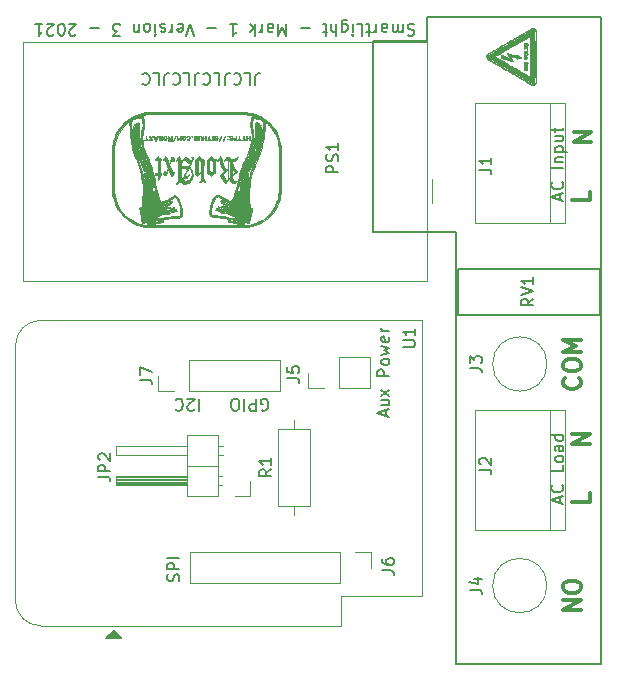
<source format=gbr>
%TF.GenerationSoftware,KiCad,Pcbnew,(5.1.9)-1*%
%TF.CreationDate,2021-08-20T11:33:55-03:00*%
%TF.ProjectId,SmartLightMk1,536d6172-744c-4696-9768-744d6b312e6b,rev?*%
%TF.SameCoordinates,Original*%
%TF.FileFunction,Legend,Top*%
%TF.FilePolarity,Positive*%
%FSLAX46Y46*%
G04 Gerber Fmt 4.6, Leading zero omitted, Abs format (unit mm)*
G04 Created by KiCad (PCBNEW (5.1.9)-1) date 2021-08-20 11:33:55*
%MOMM*%
%LPD*%
G01*
G04 APERTURE LIST*
%ADD10C,0.200000*%
%ADD11C,0.300000*%
%ADD12C,0.150000*%
%ADD13C,0.120000*%
%ADD14C,0.010000*%
G04 APERTURE END LIST*
D10*
X152654000Y-70485000D02*
X152654000Y-68453000D01*
X148082000Y-70485000D02*
X152654000Y-70485000D01*
X148082000Y-86614000D02*
X148082000Y-70485000D01*
X155067000Y-86614000D02*
X148082000Y-86614000D01*
X167386000Y-68453000D02*
X167386000Y-123190000D01*
X152654000Y-68453000D02*
X167386000Y-68453000D01*
X155067000Y-123190000D02*
X155067000Y-86614000D01*
X167386000Y-123190000D02*
X155067000Y-123190000D01*
D11*
X165510714Y-99004571D02*
X165582142Y-99076000D01*
X165653571Y-99290285D01*
X165653571Y-99433142D01*
X165582142Y-99647428D01*
X165439285Y-99790285D01*
X165296428Y-99861714D01*
X165010714Y-99933142D01*
X164796428Y-99933142D01*
X164510714Y-99861714D01*
X164367857Y-99790285D01*
X164225000Y-99647428D01*
X164153571Y-99433142D01*
X164153571Y-99290285D01*
X164225000Y-99076000D01*
X164296428Y-99004571D01*
X164153571Y-98076000D02*
X164153571Y-97790285D01*
X164225000Y-97647428D01*
X164367857Y-97504571D01*
X164653571Y-97433142D01*
X165153571Y-97433142D01*
X165439285Y-97504571D01*
X165582142Y-97647428D01*
X165653571Y-97790285D01*
X165653571Y-98076000D01*
X165582142Y-98218857D01*
X165439285Y-98361714D01*
X165153571Y-98433142D01*
X164653571Y-98433142D01*
X164367857Y-98361714D01*
X164225000Y-98218857D01*
X164153571Y-98076000D01*
X165653571Y-96790285D02*
X164153571Y-96790285D01*
X165225000Y-96290285D01*
X164153571Y-95790285D01*
X165653571Y-95790285D01*
X165653571Y-118689285D02*
X164153571Y-118689285D01*
X165653571Y-117832142D01*
X164153571Y-117832142D01*
X164153571Y-116832142D02*
X164153571Y-116546428D01*
X164225000Y-116403571D01*
X164367857Y-116260714D01*
X164653571Y-116189285D01*
X165153571Y-116189285D01*
X165439285Y-116260714D01*
X165582142Y-116403571D01*
X165653571Y-116546428D01*
X165653571Y-116832142D01*
X165582142Y-116975000D01*
X165439285Y-117117857D01*
X165153571Y-117189285D01*
X164653571Y-117189285D01*
X164367857Y-117117857D01*
X164225000Y-116975000D01*
X164153571Y-116832142D01*
D12*
X138096047Y-74207619D02*
X138096047Y-73493333D01*
X138143666Y-73350476D01*
X138238904Y-73255238D01*
X138381761Y-73207619D01*
X138477000Y-73207619D01*
X137143666Y-73207619D02*
X137619857Y-73207619D01*
X137619857Y-74207619D01*
X136238904Y-73302857D02*
X136286523Y-73255238D01*
X136429380Y-73207619D01*
X136524619Y-73207619D01*
X136667476Y-73255238D01*
X136762714Y-73350476D01*
X136810333Y-73445714D01*
X136857952Y-73636190D01*
X136857952Y-73779047D01*
X136810333Y-73969523D01*
X136762714Y-74064761D01*
X136667476Y-74160000D01*
X136524619Y-74207619D01*
X136429380Y-74207619D01*
X136286523Y-74160000D01*
X136238904Y-74112380D01*
X135524619Y-74207619D02*
X135524619Y-73493333D01*
X135572238Y-73350476D01*
X135667476Y-73255238D01*
X135810333Y-73207619D01*
X135905571Y-73207619D01*
X134572238Y-73207619D02*
X135048428Y-73207619D01*
X135048428Y-74207619D01*
X133667476Y-73302857D02*
X133715095Y-73255238D01*
X133857952Y-73207619D01*
X133953190Y-73207619D01*
X134096047Y-73255238D01*
X134191285Y-73350476D01*
X134238904Y-73445714D01*
X134286523Y-73636190D01*
X134286523Y-73779047D01*
X134238904Y-73969523D01*
X134191285Y-74064761D01*
X134096047Y-74160000D01*
X133953190Y-74207619D01*
X133857952Y-74207619D01*
X133715095Y-74160000D01*
X133667476Y-74112380D01*
X132953190Y-74207619D02*
X132953190Y-73493333D01*
X133000809Y-73350476D01*
X133096047Y-73255238D01*
X133238904Y-73207619D01*
X133334142Y-73207619D01*
X132000809Y-73207619D02*
X132477000Y-73207619D01*
X132477000Y-74207619D01*
X131096047Y-73302857D02*
X131143666Y-73255238D01*
X131286523Y-73207619D01*
X131381761Y-73207619D01*
X131524619Y-73255238D01*
X131619857Y-73350476D01*
X131667476Y-73445714D01*
X131715095Y-73636190D01*
X131715095Y-73779047D01*
X131667476Y-73969523D01*
X131619857Y-74064761D01*
X131524619Y-74160000D01*
X131381761Y-74207619D01*
X131286523Y-74207619D01*
X131143666Y-74160000D01*
X131096047Y-74112380D01*
X130381761Y-74207619D02*
X130381761Y-73493333D01*
X130429380Y-73350476D01*
X130524619Y-73255238D01*
X130667476Y-73207619D01*
X130762714Y-73207619D01*
X129429380Y-73207619D02*
X129905571Y-73207619D01*
X129905571Y-74207619D01*
X128524619Y-73302857D02*
X128572238Y-73255238D01*
X128715095Y-73207619D01*
X128810333Y-73207619D01*
X128953190Y-73255238D01*
X129048428Y-73350476D01*
X129096047Y-73445714D01*
X129143666Y-73636190D01*
X129143666Y-73779047D01*
X129096047Y-73969523D01*
X129048428Y-74064761D01*
X128953190Y-74160000D01*
X128810333Y-74207619D01*
X128715095Y-74207619D01*
X128572238Y-74160000D01*
X128524619Y-74112380D01*
D11*
X166391571Y-104568571D02*
X164891571Y-104568571D01*
X166391571Y-103711428D01*
X164891571Y-103711428D01*
X166391571Y-108755714D02*
X166391571Y-109470000D01*
X164891571Y-109470000D01*
X165034428Y-78184428D02*
X166534428Y-78184428D01*
X165034428Y-79041571D01*
X166534428Y-79041571D01*
X166391571Y-83228714D02*
X166391571Y-83943000D01*
X164891571Y-83943000D01*
D12*
X151556619Y-69064238D02*
X151413761Y-69016619D01*
X151175666Y-69016619D01*
X151080428Y-69064238D01*
X151032809Y-69111857D01*
X150985190Y-69207095D01*
X150985190Y-69302333D01*
X151032809Y-69397571D01*
X151080428Y-69445190D01*
X151175666Y-69492809D01*
X151366142Y-69540428D01*
X151461380Y-69588047D01*
X151509000Y-69635666D01*
X151556619Y-69730904D01*
X151556619Y-69826142D01*
X151509000Y-69921380D01*
X151461380Y-69969000D01*
X151366142Y-70016619D01*
X151128047Y-70016619D01*
X150985190Y-69969000D01*
X150556619Y-69016619D02*
X150556619Y-69683285D01*
X150556619Y-69588047D02*
X150509000Y-69635666D01*
X150413761Y-69683285D01*
X150270904Y-69683285D01*
X150175666Y-69635666D01*
X150128047Y-69540428D01*
X150128047Y-69016619D01*
X150128047Y-69540428D02*
X150080428Y-69635666D01*
X149985190Y-69683285D01*
X149842333Y-69683285D01*
X149747095Y-69635666D01*
X149699476Y-69540428D01*
X149699476Y-69016619D01*
X148794714Y-69016619D02*
X148794714Y-69540428D01*
X148842333Y-69635666D01*
X148937571Y-69683285D01*
X149128047Y-69683285D01*
X149223285Y-69635666D01*
X148794714Y-69064238D02*
X148889952Y-69016619D01*
X149128047Y-69016619D01*
X149223285Y-69064238D01*
X149270904Y-69159476D01*
X149270904Y-69254714D01*
X149223285Y-69349952D01*
X149128047Y-69397571D01*
X148889952Y-69397571D01*
X148794714Y-69445190D01*
X148318523Y-69016619D02*
X148318523Y-69683285D01*
X148318523Y-69492809D02*
X148270904Y-69588047D01*
X148223285Y-69635666D01*
X148128047Y-69683285D01*
X148032809Y-69683285D01*
X147842333Y-69683285D02*
X147461380Y-69683285D01*
X147699476Y-70016619D02*
X147699476Y-69159476D01*
X147651857Y-69064238D01*
X147556619Y-69016619D01*
X147461380Y-69016619D01*
X146651857Y-69016619D02*
X147128047Y-69016619D01*
X147128047Y-70016619D01*
X146318523Y-69016619D02*
X146318523Y-69683285D01*
X146318523Y-70016619D02*
X146366142Y-69969000D01*
X146318523Y-69921380D01*
X146270904Y-69969000D01*
X146318523Y-70016619D01*
X146318523Y-69921380D01*
X145413761Y-69683285D02*
X145413761Y-68873761D01*
X145461380Y-68778523D01*
X145509000Y-68730904D01*
X145604238Y-68683285D01*
X145747095Y-68683285D01*
X145842333Y-68730904D01*
X145413761Y-69064238D02*
X145509000Y-69016619D01*
X145699476Y-69016619D01*
X145794714Y-69064238D01*
X145842333Y-69111857D01*
X145889952Y-69207095D01*
X145889952Y-69492809D01*
X145842333Y-69588047D01*
X145794714Y-69635666D01*
X145699476Y-69683285D01*
X145509000Y-69683285D01*
X145413761Y-69635666D01*
X144937571Y-69016619D02*
X144937571Y-70016619D01*
X144509000Y-69016619D02*
X144509000Y-69540428D01*
X144556619Y-69635666D01*
X144651857Y-69683285D01*
X144794714Y-69683285D01*
X144889952Y-69635666D01*
X144937571Y-69588047D01*
X144175666Y-69683285D02*
X143794714Y-69683285D01*
X144032809Y-70016619D02*
X144032809Y-69159476D01*
X143985190Y-69064238D01*
X143889952Y-69016619D01*
X143794714Y-69016619D01*
X142699476Y-69397571D02*
X141937571Y-69397571D01*
X140699476Y-69016619D02*
X140699476Y-70016619D01*
X140366142Y-69302333D01*
X140032809Y-70016619D01*
X140032809Y-69016619D01*
X139128047Y-69016619D02*
X139128047Y-69540428D01*
X139175666Y-69635666D01*
X139270904Y-69683285D01*
X139461380Y-69683285D01*
X139556619Y-69635666D01*
X139128047Y-69064238D02*
X139223285Y-69016619D01*
X139461380Y-69016619D01*
X139556619Y-69064238D01*
X139604238Y-69159476D01*
X139604238Y-69254714D01*
X139556619Y-69349952D01*
X139461380Y-69397571D01*
X139223285Y-69397571D01*
X139128047Y-69445190D01*
X138651857Y-69016619D02*
X138651857Y-69683285D01*
X138651857Y-69492809D02*
X138604238Y-69588047D01*
X138556619Y-69635666D01*
X138461380Y-69683285D01*
X138366142Y-69683285D01*
X138032809Y-69016619D02*
X138032809Y-70016619D01*
X137937571Y-69397571D02*
X137651857Y-69016619D01*
X137651857Y-69683285D02*
X138032809Y-69302333D01*
X135937571Y-69016619D02*
X136509000Y-69016619D01*
X136223285Y-69016619D02*
X136223285Y-70016619D01*
X136318523Y-69873761D01*
X136413761Y-69778523D01*
X136509000Y-69730904D01*
X134747095Y-69397571D02*
X133985190Y-69397571D01*
X132889952Y-70016619D02*
X132556619Y-69016619D01*
X132223285Y-70016619D01*
X131509000Y-69064238D02*
X131604238Y-69016619D01*
X131794714Y-69016619D01*
X131889952Y-69064238D01*
X131937571Y-69159476D01*
X131937571Y-69540428D01*
X131889952Y-69635666D01*
X131794714Y-69683285D01*
X131604238Y-69683285D01*
X131509000Y-69635666D01*
X131461380Y-69540428D01*
X131461380Y-69445190D01*
X131937571Y-69349952D01*
X131032809Y-69016619D02*
X131032809Y-69683285D01*
X131032809Y-69492809D02*
X130985190Y-69588047D01*
X130937571Y-69635666D01*
X130842333Y-69683285D01*
X130747095Y-69683285D01*
X130461380Y-69064238D02*
X130366142Y-69016619D01*
X130175666Y-69016619D01*
X130080428Y-69064238D01*
X130032809Y-69159476D01*
X130032809Y-69207095D01*
X130080428Y-69302333D01*
X130175666Y-69349952D01*
X130318523Y-69349952D01*
X130413761Y-69397571D01*
X130461380Y-69492809D01*
X130461380Y-69540428D01*
X130413761Y-69635666D01*
X130318523Y-69683285D01*
X130175666Y-69683285D01*
X130080428Y-69635666D01*
X129604238Y-69016619D02*
X129604238Y-69683285D01*
X129604238Y-70016619D02*
X129651857Y-69969000D01*
X129604238Y-69921380D01*
X129556619Y-69969000D01*
X129604238Y-70016619D01*
X129604238Y-69921380D01*
X128985190Y-69016619D02*
X129080428Y-69064238D01*
X129128047Y-69111857D01*
X129175666Y-69207095D01*
X129175666Y-69492809D01*
X129128047Y-69588047D01*
X129080428Y-69635666D01*
X128985190Y-69683285D01*
X128842333Y-69683285D01*
X128747095Y-69635666D01*
X128699476Y-69588047D01*
X128651857Y-69492809D01*
X128651857Y-69207095D01*
X128699476Y-69111857D01*
X128747095Y-69064238D01*
X128842333Y-69016619D01*
X128985190Y-69016619D01*
X128223285Y-69683285D02*
X128223285Y-69016619D01*
X128223285Y-69588047D02*
X128175666Y-69635666D01*
X128080428Y-69683285D01*
X127937571Y-69683285D01*
X127842333Y-69635666D01*
X127794714Y-69540428D01*
X127794714Y-69016619D01*
X126651857Y-70016619D02*
X126032809Y-70016619D01*
X126366142Y-69635666D01*
X126223285Y-69635666D01*
X126128047Y-69588047D01*
X126080428Y-69540428D01*
X126032809Y-69445190D01*
X126032809Y-69207095D01*
X126080428Y-69111857D01*
X126128047Y-69064238D01*
X126223285Y-69016619D01*
X126509000Y-69016619D01*
X126604238Y-69064238D01*
X126651857Y-69111857D01*
X124842333Y-69397571D02*
X124080428Y-69397571D01*
X122889952Y-69921380D02*
X122842333Y-69969000D01*
X122747095Y-70016619D01*
X122509000Y-70016619D01*
X122413761Y-69969000D01*
X122366142Y-69921380D01*
X122318523Y-69826142D01*
X122318523Y-69730904D01*
X122366142Y-69588047D01*
X122937571Y-69016619D01*
X122318523Y-69016619D01*
X121699476Y-70016619D02*
X121604238Y-70016619D01*
X121509000Y-69969000D01*
X121461380Y-69921380D01*
X121413761Y-69826142D01*
X121366142Y-69635666D01*
X121366142Y-69397571D01*
X121413761Y-69207095D01*
X121461380Y-69111857D01*
X121509000Y-69064238D01*
X121604238Y-69016619D01*
X121699476Y-69016619D01*
X121794714Y-69064238D01*
X121842333Y-69111857D01*
X121889952Y-69207095D01*
X121937571Y-69397571D01*
X121937571Y-69635666D01*
X121889952Y-69826142D01*
X121842333Y-69921380D01*
X121794714Y-69969000D01*
X121699476Y-70016619D01*
X120985190Y-69921380D02*
X120937571Y-69969000D01*
X120842333Y-70016619D01*
X120604238Y-70016619D01*
X120509000Y-69969000D01*
X120461380Y-69921380D01*
X120413761Y-69826142D01*
X120413761Y-69730904D01*
X120461380Y-69588047D01*
X121032809Y-69016619D01*
X120413761Y-69016619D01*
X119461380Y-69016619D02*
X120032809Y-69016619D01*
X119747095Y-69016619D02*
X119747095Y-70016619D01*
X119842333Y-69873761D01*
X119937571Y-69778523D01*
X120032809Y-69730904D01*
D13*
%TO.C,J7*%
X129861000Y-100136000D02*
X129861000Y-98806000D01*
X131191000Y-100136000D02*
X129861000Y-100136000D01*
X132461000Y-100136000D02*
X132461000Y-97476000D01*
X132461000Y-97476000D02*
X140141000Y-97476000D01*
X132461000Y-100136000D02*
X140141000Y-100136000D01*
X140141000Y-100136000D02*
X140141000Y-97476000D01*
D14*
%TO.C,G\u002A\u002A\u002A*%
G36*
X132635379Y-86253113D02*
G01*
X132299928Y-86252806D01*
X131968824Y-86252331D01*
X131643887Y-86251691D01*
X131326937Y-86250883D01*
X131019793Y-86249909D01*
X130724275Y-86248768D01*
X130442203Y-86247461D01*
X130175396Y-86245987D01*
X129925674Y-86244346D01*
X129694856Y-86242538D01*
X129484763Y-86240563D01*
X129297215Y-86238422D01*
X129134029Y-86236113D01*
X128997028Y-86233637D01*
X128888029Y-86230995D01*
X128808853Y-86228185D01*
X128761320Y-86225208D01*
X128755239Y-86224524D01*
X128429268Y-86165207D01*
X128116009Y-86074588D01*
X127816314Y-85953088D01*
X127531032Y-85801129D01*
X127261017Y-85619131D01*
X127007118Y-85407515D01*
X126906293Y-85310707D01*
X126682480Y-85063633D01*
X126487603Y-84798967D01*
X126321655Y-84516698D01*
X126184631Y-84216814D01*
X126076522Y-83899303D01*
X126022253Y-83685710D01*
X125976827Y-83481333D01*
X125971328Y-81457800D01*
X125970463Y-81141453D01*
X125969731Y-80856950D01*
X125969214Y-80602271D01*
X125968994Y-80375392D01*
X125969153Y-80174291D01*
X125969773Y-79996947D01*
X125970935Y-79841337D01*
X125972720Y-79705441D01*
X125975212Y-79587234D01*
X125978492Y-79484696D01*
X125982641Y-79395805D01*
X125987741Y-79318538D01*
X125993874Y-79250874D01*
X126001122Y-79190790D01*
X126009567Y-79136264D01*
X126019290Y-79085275D01*
X126030373Y-79035801D01*
X126042898Y-78985819D01*
X126056947Y-78933307D01*
X126072602Y-78876243D01*
X126076294Y-78862787D01*
X126177817Y-78554403D01*
X126309160Y-78261665D01*
X126470611Y-77984086D01*
X126662457Y-77721177D01*
X126884984Y-77472450D01*
X126905535Y-77451735D01*
X127145076Y-77232475D01*
X127395909Y-77043363D01*
X127660929Y-76882812D01*
X127943035Y-76749237D01*
X128245123Y-76641053D01*
X128521476Y-76567487D01*
X128718733Y-76522416D01*
X133045200Y-76519337D01*
X133508773Y-76519031D01*
X133939660Y-76518801D01*
X134339040Y-76518650D01*
X134708095Y-76518586D01*
X135048004Y-76518614D01*
X135359948Y-76518738D01*
X135645107Y-76518964D01*
X135904662Y-76519298D01*
X136139791Y-76519744D01*
X136351677Y-76520309D01*
X136541499Y-76520997D01*
X136710437Y-76521815D01*
X136859672Y-76522766D01*
X136990384Y-76523858D01*
X137103753Y-76525094D01*
X137200959Y-76526481D01*
X137283184Y-76528023D01*
X137351606Y-76529727D01*
X137407406Y-76531597D01*
X137451765Y-76533639D01*
X137485863Y-76535858D01*
X137510880Y-76538260D01*
X137521384Y-76539690D01*
X137802889Y-76597976D01*
X138085486Y-76683563D01*
X138357055Y-76792571D01*
X138450911Y-76837361D01*
X138662282Y-76950539D01*
X138850137Y-77068619D01*
X139024736Y-77198980D01*
X139196339Y-77348998D01*
X139294715Y-77444107D01*
X139520253Y-77691840D01*
X139716277Y-77955845D01*
X139882379Y-78235310D01*
X140018150Y-78529422D01*
X140123185Y-78837368D01*
X140197074Y-79158335D01*
X140216906Y-79283589D01*
X140220932Y-79316012D01*
X140224504Y-79353354D01*
X140227641Y-79397549D01*
X140230360Y-79450529D01*
X140232679Y-79514227D01*
X140234615Y-79590574D01*
X140236186Y-79681504D01*
X140237410Y-79788948D01*
X140238304Y-79914840D01*
X140238886Y-80061112D01*
X140239173Y-80229697D01*
X140239184Y-80422526D01*
X140238935Y-80641532D01*
X140238445Y-80888649D01*
X140237731Y-81165808D01*
X140237224Y-81336477D01*
X140088190Y-81336477D01*
X140088010Y-81108665D01*
X140087567Y-80884604D01*
X140086859Y-80667429D01*
X140085888Y-80460274D01*
X140084652Y-80266276D01*
X140083152Y-80088567D01*
X140081387Y-79930284D01*
X140079358Y-79794561D01*
X140077064Y-79684532D01*
X140074506Y-79603333D01*
X140072843Y-79569733D01*
X140037673Y-79241668D01*
X139973523Y-78930601D01*
X139879766Y-78635009D01*
X139755773Y-78353368D01*
X139600918Y-78084156D01*
X139414575Y-77825850D01*
X139297654Y-77686995D01*
X139245146Y-77630165D01*
X139184928Y-77568798D01*
X139121767Y-77507288D01*
X139060429Y-77450028D01*
X139005681Y-77401413D01*
X138962291Y-77365835D01*
X138935025Y-77347689D01*
X138928553Y-77346803D01*
X138924403Y-77365547D01*
X138918072Y-77412252D01*
X138916244Y-77428317D01*
X138772238Y-77428317D01*
X138768874Y-77391312D01*
X138761450Y-77361547D01*
X138749818Y-77334609D01*
X138733827Y-77306084D01*
X138713327Y-77271560D01*
X138712841Y-77270728D01*
X138678701Y-77214783D01*
X138648996Y-77170570D01*
X138629234Y-77146192D01*
X138626968Y-77144415D01*
X138605284Y-77137908D01*
X138556396Y-77126640D01*
X138486442Y-77111795D01*
X138401558Y-77094557D01*
X138307882Y-77076109D01*
X138211551Y-77057637D01*
X138118701Y-77040324D01*
X138035470Y-77025355D01*
X137967995Y-77013913D01*
X137922412Y-77007184D01*
X137909300Y-77005935D01*
X137879552Y-77007646D01*
X137871200Y-77012188D01*
X137868581Y-77030580D01*
X137861290Y-77077074D01*
X137850180Y-77146359D01*
X137836103Y-77233123D01*
X137819911Y-77332057D01*
X137819190Y-77336442D01*
X137767180Y-77652840D01*
X137809281Y-77790020D01*
X137837074Y-77883242D01*
X137858290Y-77963220D01*
X137873796Y-78037066D01*
X137884458Y-78111890D01*
X137891142Y-78194801D01*
X137894713Y-78292911D01*
X137896038Y-78413330D01*
X137896111Y-78502933D01*
X137893927Y-78687062D01*
X137887143Y-78846933D01*
X137874626Y-78991977D01*
X137855242Y-79131624D01*
X137827858Y-79275306D01*
X137791340Y-79432452D01*
X137778067Y-79485067D01*
X137699355Y-79751353D01*
X137606494Y-79991511D01*
X137500519Y-80202893D01*
X137489640Y-80221666D01*
X137438991Y-80311205D01*
X137383430Y-80414580D01*
X137332013Y-80514775D01*
X137312661Y-80554246D01*
X137279416Y-80626949D01*
X137240673Y-80717282D01*
X137199239Y-80818075D01*
X137157924Y-80922156D01*
X137119536Y-81022357D01*
X137086882Y-81111505D01*
X137062771Y-81182430D01*
X137051642Y-81220733D01*
X137041288Y-81263066D01*
X137061012Y-81220733D01*
X137170557Y-80989228D01*
X137270867Y-80785019D01*
X137364223Y-80603555D01*
X137449242Y-80446851D01*
X137506047Y-80343297D01*
X137566307Y-80230455D01*
X137623956Y-80119869D01*
X137672928Y-80023080D01*
X137686871Y-79994650D01*
X137724342Y-79918989D01*
X137757655Y-79854693D01*
X137783578Y-79807791D01*
X137798879Y-79784312D01*
X137800339Y-79782983D01*
X137810656Y-79763332D01*
X137826395Y-79717948D01*
X137845228Y-79654068D01*
X137860799Y-79595133D01*
X137884584Y-79504200D01*
X137910961Y-79408910D01*
X137935751Y-79324173D01*
X137946272Y-79290333D01*
X137966356Y-79229519D01*
X137978842Y-79198126D01*
X137985683Y-79193084D01*
X137988837Y-79211325D01*
X137989430Y-79222600D01*
X137993247Y-79257475D01*
X137999542Y-79263751D01*
X138006887Y-79246468D01*
X138013854Y-79210666D01*
X138019015Y-79161387D01*
X138020926Y-79111402D01*
X138024474Y-79051525D01*
X138033466Y-78970841D01*
X138046380Y-78881689D01*
X138056228Y-78824667D01*
X138070710Y-78739004D01*
X138082266Y-78656059D01*
X138089440Y-78587144D01*
X138091076Y-78553621D01*
X138095123Y-78489295D01*
X138104991Y-78428036D01*
X138109814Y-78409688D01*
X138118375Y-78366915D01*
X138126024Y-78301196D01*
X138131633Y-78223450D01*
X138133392Y-78181200D01*
X138135942Y-78096262D01*
X138138167Y-78039786D01*
X138141039Y-78006390D01*
X138145532Y-77990696D01*
X138152621Y-77987322D01*
X138163279Y-77990888D01*
X138167533Y-77992590D01*
X138189338Y-77992942D01*
X138192933Y-77985935D01*
X138206657Y-77971381D01*
X138218333Y-77969533D01*
X138240408Y-77978128D01*
X138240266Y-78007015D01*
X138233492Y-78027318D01*
X138218605Y-78046255D01*
X138210378Y-78046049D01*
X138202401Y-78057102D01*
X138194233Y-78093790D01*
X138188122Y-78143513D01*
X138181832Y-78204877D01*
X138172232Y-78287566D01*
X138160782Y-78379372D01*
X138152092Y-78445131D01*
X138140840Y-78533221D01*
X138131179Y-78618538D01*
X138124300Y-78690003D01*
X138121640Y-78728765D01*
X138117382Y-78777980D01*
X138110575Y-78809694D01*
X138105718Y-78816200D01*
X138099617Y-78831155D01*
X138098786Y-78868674D01*
X138099997Y-78886080D01*
X138097442Y-78949428D01*
X138081345Y-78981007D01*
X138065966Y-79009021D01*
X138074024Y-79027414D01*
X138080922Y-79052525D01*
X138067599Y-79068818D01*
X138051896Y-79101672D01*
X138049136Y-79158665D01*
X138059351Y-79232628D01*
X138066753Y-79264124D01*
X138074829Y-79291729D01*
X138081767Y-79296469D01*
X138091322Y-79275055D01*
X138105395Y-79230257D01*
X138121677Y-79184557D01*
X138132498Y-79169011D01*
X138137504Y-79180295D01*
X138136343Y-79215083D01*
X138128663Y-79270052D01*
X138116235Y-79332458D01*
X138109556Y-79358067D01*
X138074400Y-79358067D01*
X138068205Y-79344128D01*
X138063111Y-79346778D01*
X138061085Y-79366874D01*
X138063111Y-79369355D01*
X138073178Y-79367031D01*
X138074400Y-79358067D01*
X138109556Y-79358067D01*
X138099464Y-79396759D01*
X138083106Y-79440937D01*
X138069213Y-79461612D01*
X138059835Y-79455408D01*
X138056979Y-79430033D01*
X138051770Y-79433871D01*
X138037825Y-79464974D01*
X138017101Y-79518476D01*
X137991557Y-79589508D01*
X137983742Y-79612067D01*
X137948322Y-79710057D01*
X137909062Y-79807786D01*
X137863618Y-79910111D01*
X137809647Y-80021888D01*
X137744807Y-80147975D01*
X137666752Y-80293228D01*
X137575247Y-80458733D01*
X137496843Y-80599354D01*
X137432824Y-80714814D01*
X137380920Y-80809440D01*
X137338860Y-80887561D01*
X137304376Y-80953504D01*
X137275196Y-81011597D01*
X137249052Y-81066167D01*
X137223674Y-81121542D01*
X137201619Y-81171091D01*
X137168661Y-81244705D01*
X137146940Y-81289759D01*
X137134660Y-81308955D01*
X137130024Y-81304989D01*
X137131235Y-81280561D01*
X137131723Y-81276069D01*
X137145311Y-81220757D01*
X137175785Y-81139998D01*
X137221698Y-81036823D01*
X137281606Y-80914264D01*
X137354064Y-80775350D01*
X137437628Y-80623114D01*
X137471521Y-80563229D01*
X137568194Y-80392166D01*
X137649256Y-80244922D01*
X137717178Y-80116682D01*
X137774430Y-80002631D01*
X137823485Y-79897952D01*
X137866813Y-79797831D01*
X137877045Y-79772933D01*
X137926372Y-79648319D01*
X137961929Y-79549778D01*
X137984861Y-79472982D01*
X137996314Y-79413599D01*
X137997434Y-79367299D01*
X137992083Y-79338205D01*
X137981347Y-79304674D01*
X137976162Y-79302043D01*
X137974327Y-79323063D01*
X137967117Y-79363686D01*
X137948985Y-79428885D01*
X137922273Y-79512075D01*
X137889324Y-79606669D01*
X137852479Y-79706083D01*
X137814081Y-79803730D01*
X137776472Y-79893026D01*
X137754075Y-79942374D01*
X137716439Y-80019395D01*
X137667508Y-80115382D01*
X137612728Y-80219861D01*
X137557546Y-80322358D01*
X137538361Y-80357241D01*
X137462963Y-80493720D01*
X137401661Y-80605580D01*
X137351936Y-80697714D01*
X137311271Y-80775013D01*
X137277148Y-80842372D01*
X137247050Y-80904681D01*
X137218459Y-80966835D01*
X137188857Y-81033726D01*
X137181161Y-81051400D01*
X137086518Y-81288466D01*
X137041467Y-81288466D01*
X137035271Y-81274528D01*
X137030178Y-81277178D01*
X137028151Y-81297274D01*
X137030178Y-81299755D01*
X137040245Y-81297431D01*
X137041467Y-81288466D01*
X137086518Y-81288466D01*
X137082088Y-81299562D01*
X137069382Y-81339266D01*
X137024534Y-81339266D01*
X137018338Y-81325328D01*
X137013245Y-81327978D01*
X137011218Y-81348074D01*
X137013245Y-81350555D01*
X137023311Y-81348231D01*
X137024534Y-81339266D01*
X137069382Y-81339266D01*
X137053124Y-81390066D01*
X137007600Y-81390066D01*
X137001405Y-81376128D01*
X136996311Y-81378778D01*
X136994285Y-81398874D01*
X136996311Y-81401355D01*
X137006378Y-81399031D01*
X137007600Y-81390066D01*
X137053124Y-81390066D01*
X137036866Y-81440866D01*
X136990667Y-81440866D01*
X136984471Y-81426928D01*
X136979378Y-81429578D01*
X136977351Y-81449674D01*
X136979378Y-81452155D01*
X136989445Y-81449831D01*
X136990667Y-81440866D01*
X137036866Y-81440866D01*
X137015189Y-81508600D01*
X136973734Y-81508600D01*
X136967538Y-81494662D01*
X136962445Y-81497311D01*
X136960418Y-81517407D01*
X136962445Y-81519889D01*
X136972511Y-81517564D01*
X136973734Y-81508600D01*
X137015189Y-81508600D01*
X137004979Y-81540499D01*
X137000483Y-81559400D01*
X136956800Y-81559400D01*
X136950605Y-81545462D01*
X136945511Y-81548111D01*
X136943485Y-81568207D01*
X136945511Y-81570689D01*
X136955578Y-81568364D01*
X136956800Y-81559400D01*
X137000483Y-81559400D01*
X136986049Y-81620078D01*
X136938530Y-81620078D01*
X136935417Y-81598115D01*
X136929636Y-81597853D01*
X136925594Y-81620516D01*
X136928299Y-81630308D01*
X136935818Y-81636722D01*
X136938530Y-81620078D01*
X136986049Y-81620078D01*
X136972799Y-81675776D01*
X136918614Y-81675776D01*
X136915164Y-81672166D01*
X136903794Y-81700525D01*
X136884651Y-81760409D01*
X136857878Y-81851375D01*
X136823619Y-81972979D01*
X136794112Y-82080309D01*
X136758865Y-82213096D01*
X136733808Y-82315510D01*
X136719047Y-82387061D01*
X136714686Y-82427260D01*
X136717695Y-82436431D01*
X136735785Y-82454583D01*
X136736667Y-82460089D01*
X136724441Y-82470572D01*
X136713071Y-82468368D01*
X136702824Y-82472745D01*
X136690316Y-82495238D01*
X136674509Y-82539001D01*
X136654363Y-82607185D01*
X136628841Y-82702944D01*
X136605526Y-82794836D01*
X136577370Y-82907991D01*
X136556926Y-82992809D01*
X136543536Y-83053769D01*
X136536540Y-83095351D01*
X136535282Y-83122033D01*
X136539104Y-83138296D01*
X136547347Y-83148617D01*
X136552922Y-83152951D01*
X136577738Y-83176806D01*
X136584267Y-83190811D01*
X136574005Y-83194671D01*
X136559609Y-83185615D01*
X136529440Y-83174261D01*
X136514380Y-83177864D01*
X136508061Y-83191449D01*
X136530572Y-83204176D01*
X136560679Y-83222860D01*
X136566024Y-83241052D01*
X136547024Y-83249264D01*
X136528709Y-83246710D01*
X136505696Y-83244396D01*
X136490610Y-83256607D01*
X136478196Y-83290447D01*
X136469102Y-83327269D01*
X136459140Y-83382951D01*
X136456292Y-83428097D01*
X136458738Y-83445194D01*
X136459956Y-83468343D01*
X136452464Y-83472866D01*
X136438683Y-83487652D01*
X136427752Y-83523674D01*
X136427048Y-83527900D01*
X136415250Y-83580931D01*
X136397175Y-83640656D01*
X136393607Y-83650666D01*
X136374387Y-83710513D01*
X136359517Y-83769603D01*
X136357954Y-83777666D01*
X136355223Y-83801723D01*
X136360941Y-83803242D01*
X136377212Y-83779842D01*
X136406139Y-83729140D01*
X136414942Y-83713112D01*
X136446834Y-83648786D01*
X136470649Y-83589288D01*
X136482190Y-83545437D01*
X136482667Y-83538546D01*
X136486552Y-83505794D01*
X136495957Y-83496056D01*
X136496517Y-83496361D01*
X136510481Y-83487433D01*
X136531860Y-83455880D01*
X136556136Y-83410769D01*
X136578791Y-83361170D01*
X136595308Y-83316152D01*
X136601200Y-83286225D01*
X136611877Y-83258940D01*
X136626600Y-83252733D01*
X136646656Y-83258778D01*
X136649220Y-83280227D01*
X136633816Y-83322055D01*
X136616574Y-83357391D01*
X136581147Y-83426832D01*
X136620807Y-83416214D01*
X136657450Y-83407809D01*
X136675141Y-83405364D01*
X136683358Y-83391091D01*
X136681726Y-83362820D01*
X136684088Y-83318507D01*
X136696589Y-83290853D01*
X136707617Y-83280529D01*
X136713726Y-83288194D01*
X136715620Y-83318614D01*
X136714005Y-83376552D01*
X136712897Y-83400968D01*
X136711571Y-83465739D01*
X136586764Y-83465739D01*
X136578748Y-83454925D01*
X136564658Y-83470779D01*
X136542335Y-83515897D01*
X136539202Y-83522944D01*
X136517464Y-83578655D01*
X136503547Y-83626803D01*
X136500673Y-83648605D01*
X136507058Y-83657859D01*
X136524670Y-83635246D01*
X136548236Y-83591400D01*
X136571848Y-83536536D01*
X136585499Y-83489591D01*
X136586764Y-83465739D01*
X136711571Y-83465739D01*
X136711557Y-83466397D01*
X136712491Y-83487691D01*
X136666609Y-83487691D01*
X136660528Y-83467700D01*
X136643808Y-83465840D01*
X136637616Y-83467293D01*
X136613187Y-83485929D01*
X136613156Y-83506463D01*
X136612557Y-83547038D01*
X136605381Y-83568502D01*
X136597303Y-83608898D01*
X136600871Y-83642200D01*
X136612158Y-83684533D01*
X136624754Y-83646433D01*
X136638727Y-83616990D01*
X136648908Y-83608320D01*
X136656834Y-83593182D01*
X136663415Y-83554979D01*
X136665282Y-83533553D01*
X136666609Y-83487691D01*
X136712491Y-83487691D01*
X136713818Y-83517932D01*
X136719186Y-83546994D01*
X136721460Y-83550134D01*
X136735459Y-83546572D01*
X136736667Y-83539526D01*
X136743101Y-83528667D01*
X136762067Y-83540600D01*
X136782032Y-83552157D01*
X136787431Y-83535628D01*
X136787467Y-83532133D01*
X136791776Y-83512485D01*
X136809837Y-83521193D01*
X136812867Y-83523667D01*
X136833166Y-83534599D01*
X136838008Y-83529973D01*
X136823650Y-83495457D01*
X136790365Y-83481660D01*
X136783301Y-83482223D01*
X136751561Y-83476872D01*
X136740340Y-83455771D01*
X136750971Y-83434855D01*
X136775503Y-83426838D01*
X136795216Y-83438404D01*
X136811279Y-83447737D01*
X136818711Y-83436408D01*
X136820331Y-83398505D01*
X136820187Y-83386040D01*
X136818582Y-83342677D01*
X136814181Y-83329220D01*
X136804836Y-83341714D01*
X136800666Y-83350100D01*
X136781323Y-83379130D01*
X136767204Y-83388200D01*
X136757649Y-83375324D01*
X136759092Y-83348089D01*
X136769969Y-83323587D01*
X136773424Y-83320297D01*
X136785507Y-83299016D01*
X136796427Y-83265264D01*
X136801170Y-83232085D01*
X136786758Y-83220171D01*
X136763903Y-83218866D01*
X136731211Y-83213355D01*
X136719734Y-83202133D01*
X136733797Y-83190492D01*
X136756028Y-83189433D01*
X136778311Y-83188308D01*
X136788467Y-83172744D01*
X136790455Y-83134342D01*
X136790055Y-83117267D01*
X136786015Y-83050935D01*
X136778941Y-82984549D01*
X136777319Y-82973333D01*
X136772994Y-82931402D01*
X136778231Y-82918798D01*
X136785682Y-82923438D01*
X136796323Y-82947602D01*
X136808211Y-82996369D01*
X136819264Y-83060637D01*
X136822403Y-83083930D01*
X136832028Y-83149880D01*
X136842172Y-83201959D01*
X136851100Y-83231770D01*
X136853673Y-83235426D01*
X136871415Y-83257663D01*
X136877213Y-83269666D01*
X136881169Y-83268795D01*
X136881085Y-83240659D01*
X136877974Y-83201933D01*
X136870359Y-83107503D01*
X136863290Y-82980361D01*
X136856734Y-82819939D01*
X136856583Y-82815700D01*
X136849186Y-82788437D01*
X136835502Y-82788775D01*
X136825613Y-82780138D01*
X136819989Y-82741864D01*
X136818344Y-82677878D01*
X136820392Y-82592103D01*
X136825848Y-82488462D01*
X136834424Y-82370878D01*
X136845835Y-82243274D01*
X136859796Y-82109575D01*
X136876019Y-81973704D01*
X136894220Y-81839584D01*
X136914002Y-81711800D01*
X136918614Y-81675776D01*
X136972799Y-81675776D01*
X136946383Y-81786812D01*
X136902847Y-82051097D01*
X136898849Y-82081653D01*
X136890009Y-82157218D01*
X136882853Y-82230461D01*
X136877625Y-82296516D01*
X136874568Y-82350514D01*
X136873927Y-82387590D01*
X136875945Y-82402875D01*
X136880865Y-82391503D01*
X136884084Y-82376433D01*
X136897360Y-82346661D01*
X136911411Y-82338301D01*
X136923841Y-82321646D01*
X136932333Y-82272526D01*
X136935957Y-82215534D01*
X136941364Y-82124168D01*
X136949564Y-82066458D01*
X136960579Y-82042308D01*
X136973744Y-82050484D01*
X136985956Y-82053692D01*
X136997590Y-82023378D01*
X136998890Y-82017710D01*
X137013701Y-81977620D01*
X137033219Y-81954944D01*
X137034136Y-81954554D01*
X137052038Y-81933292D01*
X137066064Y-81892469D01*
X137067726Y-81883732D01*
X137078378Y-81826339D01*
X137088295Y-81796076D01*
X137100749Y-81786442D01*
X137115224Y-81789405D01*
X137128650Y-81799731D01*
X137128523Y-81821426D01*
X137114503Y-81863689D01*
X137112266Y-81869553D01*
X137092926Y-81914615D01*
X137076219Y-81944745D01*
X137071549Y-81949980D01*
X137054381Y-81975612D01*
X137034182Y-82025538D01*
X137013641Y-82090672D01*
X136995447Y-82161927D01*
X136982290Y-82230218D01*
X136977901Y-82266366D01*
X136974315Y-82325122D01*
X136976731Y-82357488D01*
X136986357Y-82370602D01*
X136995816Y-82372200D01*
X137025635Y-82362730D01*
X137033000Y-82355266D01*
X137054901Y-82338975D01*
X137059722Y-82338333D01*
X137069168Y-82351168D01*
X137065539Y-82381782D01*
X137053071Y-82415944D01*
X137023197Y-82415944D01*
X137020083Y-82393981D01*
X137014303Y-82393719D01*
X137010261Y-82416383D01*
X137012966Y-82426175D01*
X137020485Y-82432589D01*
X137023197Y-82415944D01*
X137053071Y-82415944D01*
X137052194Y-82418345D01*
X137032889Y-82448400D01*
X136973734Y-82448400D01*
X136965267Y-82439933D01*
X136956800Y-82448400D01*
X136965267Y-82456867D01*
X136973734Y-82448400D01*
X137032889Y-82448400D01*
X137032489Y-82449022D01*
X137026736Y-82454576D01*
X137009998Y-82475055D01*
X137020149Y-82485570D01*
X137022089Y-82487911D01*
X136956800Y-82487911D01*
X136944549Y-82476611D01*
X136935634Y-82477972D01*
X136922307Y-82499277D01*
X136913028Y-82551037D01*
X136910635Y-82584484D01*
X136880531Y-82584484D01*
X136870079Y-82587627D01*
X136869281Y-82588412D01*
X136857344Y-82617685D01*
X136858794Y-82628515D01*
X136867519Y-82632446D01*
X136876685Y-82610624D01*
X136880531Y-82584484D01*
X136910635Y-82584484D01*
X136909371Y-82602149D01*
X136908169Y-82665363D01*
X136911741Y-82697939D01*
X136920486Y-82702820D01*
X136922686Y-82700938D01*
X136941346Y-82667314D01*
X136951676Y-82620420D01*
X136952357Y-82574124D01*
X136942072Y-82542292D01*
X136938124Y-82538549D01*
X136923942Y-82522659D01*
X136935634Y-82513433D01*
X136955258Y-82494865D01*
X136956800Y-82487911D01*
X137022089Y-82487911D01*
X137030501Y-82498057D01*
X137014335Y-82520284D01*
X137001020Y-82540932D01*
X136993739Y-82574468D01*
X136991627Y-82628141D01*
X136993319Y-82696732D01*
X136994547Y-82753200D01*
X136906000Y-82753200D01*
X136897534Y-82744733D01*
X136889067Y-82753200D01*
X136897534Y-82761667D01*
X136906000Y-82753200D01*
X136994547Y-82753200D01*
X136994763Y-82763131D01*
X136993714Y-82814404D01*
X136990429Y-82842943D01*
X136988258Y-82846342D01*
X136983815Y-82861821D01*
X136983598Y-82867788D01*
X136931719Y-82867788D01*
X136929057Y-82854800D01*
X136917038Y-82832520D01*
X136912655Y-82829400D01*
X136906736Y-82843227D01*
X136906000Y-82854800D01*
X136914862Y-82877338D01*
X136922402Y-82880200D01*
X136931719Y-82867788D01*
X136983598Y-82867788D01*
X136982321Y-82902812D01*
X136983315Y-82961133D01*
X136986337Y-83028603D01*
X136989317Y-83073035D01*
X136944770Y-83073035D01*
X136944402Y-83035418D01*
X136939065Y-82993169D01*
X136930365Y-82959635D01*
X136921155Y-82947933D01*
X136911497Y-82962918D01*
X136906292Y-83000168D01*
X136906000Y-83012844D01*
X136910519Y-83068679D01*
X136923648Y-83094219D01*
X136938564Y-83092672D01*
X136944770Y-83073035D01*
X136989317Y-83073035D01*
X136990927Y-83097038D01*
X136996624Y-83158257D01*
X137002967Y-83204077D01*
X137009497Y-83226316D01*
X137009647Y-83226487D01*
X137018631Y-83251673D01*
X137024948Y-83297945D01*
X137026525Y-83328087D01*
X137028517Y-83413600D01*
X137042506Y-83330009D01*
X137048869Y-83278795D01*
X137049491Y-83241453D01*
X137047149Y-83231295D01*
X137042525Y-83207528D01*
X137039767Y-83160624D01*
X137039426Y-83108005D01*
X137037793Y-83043700D01*
X137031904Y-82987417D01*
X137024971Y-82957551D01*
X137017049Y-82923936D01*
X137020947Y-82907825D01*
X137025095Y-82888835D01*
X137026535Y-82843707D01*
X137025183Y-82780066D01*
X137022847Y-82733659D01*
X137019699Y-82661326D01*
X137019456Y-82601770D01*
X137022023Y-82563011D01*
X137024969Y-82552957D01*
X137034183Y-82558698D01*
X137043052Y-82594301D01*
X137051153Y-82655759D01*
X137058060Y-82739068D01*
X137063351Y-82840221D01*
X137066395Y-82944062D01*
X137068782Y-83024733D01*
X137072350Y-83092659D01*
X137076625Y-83140906D01*
X137081133Y-83162541D01*
X137081340Y-83162785D01*
X137090621Y-83187250D01*
X137092267Y-83205755D01*
X137099265Y-83227337D01*
X137109200Y-83227333D01*
X137124779Y-83229238D01*
X137126134Y-83235800D01*
X137136022Y-83247311D01*
X137141694Y-83245115D01*
X137145728Y-83224917D01*
X137133580Y-83188111D01*
X137132072Y-83185019D01*
X137119492Y-83153770D01*
X137109746Y-83113063D01*
X137101834Y-83056279D01*
X137094757Y-82976802D01*
X137089858Y-82905600D01*
X137090639Y-82854182D01*
X137096821Y-82794860D01*
X137098067Y-82787067D01*
X137112265Y-82695110D01*
X137118306Y-82634667D01*
X137116265Y-82604401D01*
X137108498Y-82601234D01*
X137098201Y-82593026D01*
X137092682Y-82558647D01*
X137092267Y-82542533D01*
X137103017Y-82476018D01*
X137127500Y-82438566D01*
X137153635Y-82415223D01*
X137169877Y-82415589D01*
X137186229Y-82434333D01*
X137204008Y-82454966D01*
X137209641Y-82446093D01*
X137210262Y-82428233D01*
X137218749Y-82393276D01*
X137230312Y-82379073D01*
X137241613Y-82380861D01*
X137242482Y-82409357D01*
X137238779Y-82437340D01*
X137228311Y-82503990D01*
X137217590Y-82572249D01*
X137216688Y-82577993D01*
X137213298Y-82615718D01*
X137193314Y-82615718D01*
X137185516Y-82538944D01*
X137182490Y-82522748D01*
X137175205Y-82491216D01*
X137169593Y-82482538D01*
X137164806Y-82499517D01*
X137159995Y-82544952D01*
X137154839Y-82613987D01*
X137151613Y-82674092D01*
X137153057Y-82705953D01*
X137160051Y-82714980D01*
X137170378Y-82709281D01*
X137188117Y-82674825D01*
X137193314Y-82615718D01*
X137213298Y-82615718D01*
X137212680Y-82622586D01*
X137218491Y-82639156D01*
X137222164Y-82638109D01*
X137239781Y-82611771D01*
X137258854Y-82556003D01*
X137278134Y-82475134D01*
X137293658Y-82390469D01*
X137305758Y-82331382D01*
X137319695Y-82285117D01*
X137331148Y-82263469D01*
X137343428Y-82257455D01*
X137341094Y-82278515D01*
X137338597Y-82287533D01*
X137331980Y-82327737D01*
X137326396Y-82394666D01*
X137321964Y-82481193D01*
X137318800Y-82580189D01*
X137317023Y-82684525D01*
X137316750Y-82787073D01*
X137318098Y-82880704D01*
X137321186Y-82958291D01*
X137326131Y-83012704D01*
X137326582Y-83015667D01*
X137333722Y-83056532D01*
X137265065Y-83056532D01*
X137262696Y-83000593D01*
X137257184Y-82931694D01*
X137249423Y-82857478D01*
X137240304Y-82785586D01*
X137230722Y-82723663D01*
X137221570Y-82679351D01*
X137213739Y-82660294D01*
X137212953Y-82660067D01*
X137211100Y-82675783D01*
X137211436Y-82718230D01*
X137213807Y-82780351D01*
X137214633Y-82795533D01*
X137140393Y-82795533D01*
X137137732Y-82771494D01*
X137131852Y-82774367D01*
X137129616Y-82809035D01*
X137131852Y-82816700D01*
X137138033Y-82818827D01*
X137140393Y-82795533D01*
X137214633Y-82795533D01*
X137216709Y-82833633D01*
X137222493Y-82916711D01*
X137229308Y-82996050D01*
X137236080Y-83059788D01*
X137239319Y-83083400D01*
X137251406Y-83159600D01*
X137263399Y-83091867D01*
X137265065Y-83056532D01*
X137333722Y-83056532D01*
X137338418Y-83083400D01*
X137295467Y-83083400D01*
X137289271Y-83069462D01*
X137284178Y-83072111D01*
X137282151Y-83092207D01*
X137284178Y-83094689D01*
X137294245Y-83092364D01*
X137295467Y-83083400D01*
X137338418Y-83083400D01*
X137338799Y-83085576D01*
X137355501Y-83172208D01*
X137373526Y-83259296D01*
X137377626Y-83278133D01*
X137393548Y-83352341D01*
X137407250Y-83419619D01*
X137416542Y-83469075D01*
X137418519Y-83481333D01*
X137424742Y-83517730D01*
X137428384Y-83524995D01*
X137429659Y-83507747D01*
X137428784Y-83470604D01*
X137425974Y-83418186D01*
X137421445Y-83355112D01*
X137415413Y-83286001D01*
X137408093Y-83215471D01*
X137404783Y-83187318D01*
X137389006Y-83062328D01*
X137374132Y-82955173D01*
X137357819Y-82849977D01*
X137337719Y-82730863D01*
X137335328Y-82717100D01*
X137334096Y-82675757D01*
X137344648Y-82652601D01*
X137354293Y-82630511D01*
X137360895Y-82583380D01*
X137363200Y-82523371D01*
X137365427Y-82459593D01*
X137371258Y-82406526D01*
X137379230Y-82376203D01*
X137393252Y-82343699D01*
X137411644Y-82292599D01*
X137422858Y-82258099D01*
X137446544Y-82194457D01*
X137468763Y-82158533D01*
X137487772Y-82152981D01*
X137490472Y-82155161D01*
X137489380Y-82173408D01*
X137480288Y-82215023D01*
X137465163Y-82271006D01*
X137465120Y-82271156D01*
X137446595Y-82339140D01*
X137430889Y-82404232D01*
X137422874Y-82444167D01*
X137412163Y-82484930D01*
X137398615Y-82506595D01*
X137395300Y-82507667D01*
X137385625Y-82517952D01*
X137388013Y-82523650D01*
X137391903Y-82545308D01*
X137396189Y-82594646D01*
X137400472Y-82665487D01*
X137404353Y-82751654D01*
X137406262Y-82806188D01*
X137409610Y-82897649D01*
X137413405Y-82976631D01*
X137417290Y-83037187D01*
X137420906Y-83073370D01*
X137422783Y-83080894D01*
X137427776Y-83071179D01*
X137430655Y-83037101D01*
X137430933Y-83019356D01*
X137435422Y-82923256D01*
X137448277Y-82799779D01*
X137468584Y-82654118D01*
X137495427Y-82491467D01*
X137527893Y-82317019D01*
X137565066Y-82135967D01*
X137606032Y-81953505D01*
X137649875Y-81774825D01*
X137650841Y-81771066D01*
X137736274Y-81458189D01*
X137824459Y-81174076D01*
X137917290Y-80913637D01*
X138016666Y-80671781D01*
X138124481Y-80443416D01*
X138196418Y-80306333D01*
X138267638Y-80157285D01*
X138336636Y-79976190D01*
X138403019Y-79764819D01*
X138466396Y-79524941D01*
X138526376Y-79258326D01*
X138582569Y-78966746D01*
X138634582Y-78651971D01*
X138682024Y-78315769D01*
X138724505Y-77959913D01*
X138733435Y-77876400D01*
X138748113Y-77736998D01*
X138759482Y-77626902D01*
X138767393Y-77541698D01*
X138771695Y-77476974D01*
X138772238Y-77428317D01*
X138916244Y-77428317D01*
X138910234Y-77481130D01*
X138901559Y-77566396D01*
X138895363Y-77632572D01*
X138862559Y-77958090D01*
X138823055Y-78286482D01*
X138777951Y-78610332D01*
X138728349Y-78922223D01*
X138675349Y-79214738D01*
X138622810Y-79468133D01*
X138563040Y-79713100D01*
X138498020Y-79931930D01*
X138425091Y-80132252D01*
X138341592Y-80321698D01*
X138288561Y-80427147D01*
X138165669Y-80681952D01*
X138048791Y-80965403D01*
X137939536Y-81272566D01*
X137839516Y-81598508D01*
X137750341Y-81938296D01*
X137673621Y-82286996D01*
X137661934Y-82346800D01*
X137637816Y-82475821D01*
X137618111Y-82590734D01*
X137602452Y-82696937D01*
X137590470Y-82799829D01*
X137581798Y-82904809D01*
X137576068Y-83017275D01*
X137572913Y-83142627D01*
X137571965Y-83286263D01*
X137572857Y-83453581D01*
X137574480Y-83591400D01*
X137443938Y-83591400D01*
X137442173Y-83560593D01*
X137437777Y-83556962D01*
X137436194Y-83561766D01*
X137433561Y-83604713D01*
X137436194Y-83621033D01*
X137441102Y-83626303D01*
X137443774Y-83602889D01*
X137443938Y-83591400D01*
X137574480Y-83591400D01*
X137574879Y-83625266D01*
X137575158Y-83642345D01*
X137404723Y-83642345D01*
X137397240Y-83611439D01*
X137383594Y-83599184D01*
X137378327Y-83600983D01*
X137365336Y-83596095D01*
X137363200Y-83583933D01*
X137372041Y-83560764D01*
X137380133Y-83557533D01*
X137395156Y-83543818D01*
X137397067Y-83532133D01*
X137387753Y-83509601D01*
X137379811Y-83506733D01*
X137370109Y-83492995D01*
X137372433Y-83467377D01*
X137369660Y-83423971D01*
X137355822Y-83406037D01*
X137336800Y-83374217D01*
X137329147Y-83331093D01*
X137326069Y-83276346D01*
X137318891Y-83217248D01*
X137318605Y-83215499D01*
X137310051Y-83176439D01*
X137299592Y-83165850D01*
X137285067Y-83176047D01*
X137274080Y-83192851D01*
X137270538Y-83219100D01*
X137274493Y-83262631D01*
X137285996Y-83331279D01*
X137286094Y-83331815D01*
X137299544Y-83403128D01*
X137301253Y-83411811D01*
X137261600Y-83411811D01*
X137256920Y-83382284D01*
X137245048Y-83334186D01*
X137229235Y-83278556D01*
X137212733Y-83226436D01*
X137198794Y-83188866D01*
X137192555Y-83177380D01*
X137183858Y-83152563D01*
X137178104Y-83105835D01*
X137176747Y-83067313D01*
X137174232Y-82999050D01*
X137168056Y-82932193D01*
X137164047Y-82905600D01*
X137151534Y-82837867D01*
X137146726Y-82914067D01*
X137146935Y-82963635D01*
X137151388Y-83035383D01*
X137159255Y-83118005D01*
X137165507Y-83169914D01*
X137178403Y-83257529D01*
X137191165Y-83317993D01*
X137205638Y-83357962D01*
X137223667Y-83384092D01*
X137225348Y-83385814D01*
X137250430Y-83408028D01*
X137261567Y-83412218D01*
X137261600Y-83411811D01*
X137301253Y-83411811D01*
X137311225Y-83462466D01*
X137286962Y-83462466D01*
X137284883Y-83452508D01*
X137270067Y-83439695D01*
X137262554Y-83458951D01*
X137261859Y-83477100D01*
X137262596Y-83483442D01*
X137176135Y-83483442D01*
X137171064Y-83467248D01*
X137162168Y-83425225D01*
X137160000Y-83394282D01*
X137153616Y-83365592D01*
X137139306Y-83365940D01*
X137124337Y-83394095D01*
X137122485Y-83400636D01*
X137124787Y-83415011D01*
X137090930Y-83415011D01*
X137087817Y-83393048D01*
X137082036Y-83392786D01*
X137077994Y-83415449D01*
X137080699Y-83425241D01*
X137088218Y-83431656D01*
X137090930Y-83415011D01*
X137124787Y-83415011D01*
X137127793Y-83433778D01*
X137148438Y-83464400D01*
X137171407Y-83486001D01*
X137176135Y-83483442D01*
X137262596Y-83483442D01*
X137264704Y-83501549D01*
X137274754Y-83495034D01*
X137277675Y-83490608D01*
X137286962Y-83462466D01*
X137311225Y-83462466D01*
X137315428Y-83483816D01*
X137332023Y-83565530D01*
X137347606Y-83639921D01*
X137360453Y-83698641D01*
X137368839Y-83733342D01*
X137369401Y-83735288D01*
X137379575Y-83735562D01*
X137394639Y-83714469D01*
X137404403Y-83680492D01*
X137404723Y-83642345D01*
X137575158Y-83642345D01*
X137577306Y-83773363D01*
X137578940Y-83848133D01*
X137414000Y-83848133D01*
X137414000Y-83847810D01*
X137407643Y-83809691D01*
X137392833Y-83790084D01*
X137370181Y-83792653D01*
X137365905Y-83811309D01*
X137380239Y-83828532D01*
X137393126Y-83849843D01*
X137390493Y-83859270D01*
X137391311Y-83882516D01*
X137396791Y-83887562D01*
X137409182Y-83881305D01*
X137414000Y-83848133D01*
X137578940Y-83848133D01*
X137580396Y-83914740D01*
X137580819Y-83930066D01*
X137337800Y-83930066D01*
X137337225Y-83914429D01*
X137331678Y-83913133D01*
X137314507Y-83898736D01*
X137303811Y-83865092D01*
X137301590Y-83826526D01*
X137309846Y-83797362D01*
X137314823Y-83792485D01*
X137327389Y-83773882D01*
X137320867Y-83764966D01*
X137310696Y-83742142D01*
X137302566Y-83696955D01*
X137299384Y-83659133D01*
X137293852Y-83585502D01*
X137285477Y-83541861D01*
X137273420Y-83524392D01*
X137269599Y-83523666D01*
X137266766Y-83534382D01*
X137269400Y-83539521D01*
X137273332Y-83561901D01*
X137275321Y-83591400D01*
X137240738Y-83591400D01*
X137238973Y-83560593D01*
X137234577Y-83556962D01*
X137232994Y-83561766D01*
X137230361Y-83604713D01*
X137232994Y-83621033D01*
X137237902Y-83626303D01*
X137240574Y-83602889D01*
X137240738Y-83591400D01*
X137275321Y-83591400D01*
X137276626Y-83610741D01*
X137278917Y-83678637D01*
X137279824Y-83751188D01*
X137279869Y-83754820D01*
X137204772Y-83754820D01*
X137201552Y-83696822D01*
X137200990Y-83688171D01*
X137195685Y-83622003D01*
X137189545Y-83567327D01*
X137183758Y-83534405D01*
X137182866Y-83531634D01*
X137166620Y-83515475D01*
X137149500Y-83525264D01*
X137143067Y-83550066D01*
X137151605Y-83571965D01*
X137158307Y-83574466D01*
X137169176Y-83589298D01*
X137175182Y-83625415D01*
X137175358Y-83629500D01*
X137180756Y-83683762D01*
X137191603Y-83744473D01*
X137193401Y-83752266D01*
X137199251Y-83773760D01*
X137122633Y-83773760D01*
X137119074Y-83721684D01*
X137109482Y-83642574D01*
X137098438Y-83561766D01*
X137089559Y-83510690D01*
X137082299Y-83491310D01*
X137077477Y-83501466D01*
X137075913Y-83538998D01*
X137078427Y-83601745D01*
X137078565Y-83603784D01*
X137023959Y-83603784D01*
X137018693Y-83543559D01*
X137011647Y-83498266D01*
X137005069Y-83466033D01*
X137000764Y-83458389D01*
X136997718Y-83478163D01*
X136997534Y-83481459D01*
X136916222Y-83481459D01*
X136913375Y-83460166D01*
X136902283Y-83416073D01*
X136893499Y-83388200D01*
X136883879Y-83376404D01*
X136876842Y-83389497D01*
X136874016Y-83418513D01*
X136877028Y-83454488D01*
X136879423Y-83465739D01*
X136894686Y-83499831D01*
X136909887Y-83504589D01*
X136916222Y-83481459D01*
X136997534Y-83481459D01*
X136994919Y-83528188D01*
X136994068Y-83547388D01*
X136993906Y-83610653D01*
X136998665Y-83658951D01*
X136998728Y-83659133D01*
X136918321Y-83659133D01*
X136917000Y-83622509D01*
X136913623Y-83612455D01*
X136911715Y-83618656D01*
X136850418Y-83618656D01*
X136839064Y-83601475D01*
X136819580Y-83580760D01*
X136809101Y-83587320D01*
X136803090Y-83602458D01*
X136802168Y-83607334D01*
X136736667Y-83607334D01*
X136726293Y-83597221D01*
X136719734Y-83599866D01*
X136702913Y-83596798D01*
X136699954Y-83588166D01*
X136696730Y-83588316D01*
X136692095Y-83615424D01*
X136690444Y-83629854D01*
X136683141Y-83668439D01*
X136673182Y-83685731D01*
X136670295Y-83685374D01*
X136654713Y-83693308D01*
X136632328Y-83723292D01*
X136625154Y-83735820D01*
X136615407Y-83752266D01*
X136549012Y-83752266D01*
X136548378Y-83710340D01*
X136544306Y-83698693D01*
X136533625Y-83713738D01*
X136526558Y-83726866D01*
X136459617Y-83726866D01*
X136457539Y-83709872D01*
X136446929Y-83721487D01*
X136426339Y-83763326D01*
X136425750Y-83764627D01*
X136401653Y-83810073D01*
X136379374Y-83839255D01*
X136369366Y-83845060D01*
X136342506Y-83858007D01*
X136337612Y-83864147D01*
X136339326Y-83875651D01*
X136366246Y-83871505D01*
X136390043Y-83867578D01*
X136389142Y-83873924D01*
X136376400Y-83887733D01*
X136194800Y-83887733D01*
X136186333Y-83879266D01*
X136177867Y-83887733D01*
X136186333Y-83896200D01*
X136194800Y-83887733D01*
X136376400Y-83887733D01*
X136359329Y-83906233D01*
X136345056Y-83930066D01*
X136177867Y-83930066D01*
X136171671Y-83916128D01*
X136166578Y-83918778D01*
X136164551Y-83938874D01*
X136166578Y-83941355D01*
X136176645Y-83939031D01*
X136177867Y-83930066D01*
X136345056Y-83930066D01*
X136334757Y-83947262D01*
X136318955Y-83987910D01*
X136315452Y-84019078D01*
X136327776Y-84031665D01*
X136327980Y-84031666D01*
X136341692Y-84017083D01*
X136363085Y-83978874D01*
X136388571Y-83925349D01*
X136414562Y-83864817D01*
X136437469Y-83805590D01*
X136453702Y-83755976D01*
X136459617Y-83726866D01*
X136526558Y-83726866D01*
X136511251Y-83769252D01*
X136498606Y-83827348D01*
X136494975Y-83853866D01*
X136489517Y-83904666D01*
X136450605Y-83904666D01*
X136416546Y-83963933D01*
X136394474Y-84007895D01*
X136382459Y-84042573D01*
X136381777Y-84047995D01*
X136386732Y-84064248D01*
X136400097Y-84056324D01*
X136416984Y-84031192D01*
X136432510Y-83995823D01*
X136440858Y-83963706D01*
X136450605Y-83904666D01*
X136489517Y-83904666D01*
X136485878Y-83938533D01*
X136517429Y-83879266D01*
X136538937Y-83820613D01*
X136548925Y-83757407D01*
X136549012Y-83752266D01*
X136615407Y-83752266D01*
X136603070Y-83773080D01*
X136587124Y-83793362D01*
X136584649Y-83794603D01*
X136578925Y-83809883D01*
X136573712Y-83849127D01*
X136571266Y-83883503D01*
X136568238Y-83942885D01*
X136528421Y-83942885D01*
X136526183Y-83935365D01*
X136513205Y-83955434D01*
X136508288Y-83963933D01*
X136489655Y-84011163D01*
X136483782Y-84048600D01*
X136487305Y-84072719D01*
X136496245Y-84068679D01*
X136507915Y-84041206D01*
X136519629Y-83995022D01*
X136522292Y-83980866D01*
X136528421Y-83942885D01*
X136568238Y-83942885D01*
X136566732Y-83972400D01*
X136599387Y-83930789D01*
X136620521Y-83889628D01*
X136637674Y-83831558D01*
X136643268Y-83799327D01*
X136652341Y-83750159D01*
X136663503Y-83722466D01*
X136670869Y-83719596D01*
X136680324Y-83741984D01*
X136678257Y-83766392D01*
X136677985Y-83778322D01*
X136688778Y-83761541D01*
X136693325Y-83752266D01*
X136707670Y-83704980D01*
X136708255Y-83663366D01*
X136707842Y-83633381D01*
X136717898Y-83625266D01*
X136735784Y-83612758D01*
X136736667Y-83607334D01*
X136802168Y-83607334D01*
X136797492Y-83632059D01*
X136800377Y-83642200D01*
X136812598Y-83637597D01*
X136816631Y-83629394D01*
X136834570Y-83616931D01*
X136843946Y-83619945D01*
X136850418Y-83618656D01*
X136911715Y-83618656D01*
X136910983Y-83621033D01*
X136908182Y-83670377D01*
X136910736Y-83694868D01*
X136805069Y-83694868D01*
X136797650Y-83682543D01*
X136779334Y-83678910D01*
X136764504Y-83700630D01*
X136756729Y-83739192D01*
X136758064Y-83777015D01*
X136763448Y-83805600D01*
X136770123Y-83802763D01*
X136777013Y-83786133D01*
X136794170Y-83745480D01*
X136803120Y-83726866D01*
X136805069Y-83694868D01*
X136910736Y-83694868D01*
X136910983Y-83697233D01*
X136915171Y-83705258D01*
X136917828Y-83683983D01*
X136918321Y-83659133D01*
X136998728Y-83659133D01*
X137006768Y-83682008D01*
X137017810Y-83680041D01*
X137023603Y-83651622D01*
X137023959Y-83603784D01*
X137078565Y-83603784D01*
X137079162Y-83612566D01*
X137083217Y-83692390D01*
X137081327Y-83742639D01*
X137072831Y-83767188D01*
X137057071Y-83769915D01*
X137052721Y-83768050D01*
X137048688Y-83769239D01*
X137065870Y-83784877D01*
X137091778Y-83804361D01*
X137109519Y-83811441D01*
X137119626Y-83802460D01*
X137122633Y-83773760D01*
X137199251Y-83773760D01*
X137200983Y-83780122D01*
X137204678Y-83781780D01*
X137204772Y-83754820D01*
X137279869Y-83754820D01*
X137280917Y-83838373D01*
X137281281Y-83845400D01*
X136956800Y-83845400D01*
X136950605Y-83831462D01*
X136945511Y-83834111D01*
X136943485Y-83854207D01*
X136945511Y-83856689D01*
X136955578Y-83854364D01*
X136956800Y-83845400D01*
X137281281Y-83845400D01*
X137282208Y-83863278D01*
X137237208Y-83863278D01*
X137232918Y-83856228D01*
X137208337Y-83845927D01*
X137194358Y-83864052D01*
X137193867Y-83870800D01*
X137202480Y-83893342D01*
X137209801Y-83896200D01*
X137231913Y-83884996D01*
X137237208Y-83863278D01*
X137282208Y-83863278D01*
X137283934Y-83896563D01*
X137285481Y-83906078D01*
X137107863Y-83906078D01*
X137104750Y-83884115D01*
X137098970Y-83883853D01*
X137096768Y-83896200D01*
X137038793Y-83896200D01*
X137036132Y-83872161D01*
X137030252Y-83875033D01*
X137030117Y-83877128D01*
X136875312Y-83877128D01*
X136873882Y-83808890D01*
X136869164Y-83761448D01*
X136862070Y-83737237D01*
X136853512Y-83738686D01*
X136844401Y-83768230D01*
X136835650Y-83828301D01*
X136832780Y-83857674D01*
X136828982Y-83900846D01*
X136785228Y-83900846D01*
X136784182Y-83875610D01*
X136777880Y-83875382D01*
X136770099Y-83887733D01*
X136699499Y-83887733D01*
X136697669Y-83858814D01*
X136692368Y-83856268D01*
X136691693Y-83857778D01*
X136688343Y-83891393D01*
X136691066Y-83908578D01*
X136696456Y-83915483D01*
X136699387Y-83892992D01*
X136699499Y-83887733D01*
X136770099Y-83887733D01*
X136765026Y-83895783D01*
X136764791Y-83896200D01*
X136754055Y-83926365D01*
X136667860Y-83926365D01*
X136665980Y-83899845D01*
X136659678Y-83905726D01*
X136652925Y-83921600D01*
X136629705Y-83958773D01*
X136603199Y-83987724D01*
X136573024Y-84021767D01*
X136571440Y-84042702D01*
X136592734Y-84048600D01*
X136613687Y-84034607D01*
X136618134Y-84016545D01*
X136629920Y-83984994D01*
X136643534Y-83974743D01*
X136663166Y-83952068D01*
X136667860Y-83926365D01*
X136754055Y-83926365D01*
X136751125Y-83934596D01*
X136738751Y-83993680D01*
X136730720Y-84057066D01*
X136728549Y-84082466D01*
X136685867Y-84082466D01*
X136679671Y-84068528D01*
X136674578Y-84071178D01*
X136672551Y-84091274D01*
X136674578Y-84093755D01*
X136684645Y-84091431D01*
X136685867Y-84082466D01*
X136728549Y-84082466D01*
X136724929Y-84124800D01*
X136668934Y-84124800D01*
X136660467Y-84116333D01*
X136652000Y-84124800D01*
X136660467Y-84133266D01*
X136668934Y-84124800D01*
X136724929Y-84124800D01*
X136720584Y-84175600D01*
X136748239Y-84116333D01*
X136764839Y-84065578D01*
X136777720Y-83999003D01*
X136782309Y-83955466D01*
X136785228Y-83900846D01*
X136828982Y-83900846D01*
X136825549Y-83939855D01*
X136817679Y-84029331D01*
X136813008Y-84082466D01*
X136803335Y-84192533D01*
X136835868Y-84116131D01*
X136857220Y-84051196D01*
X136870835Y-83982301D01*
X136872541Y-83963731D01*
X136875312Y-83877128D01*
X137030117Y-83877128D01*
X137028016Y-83909702D01*
X137030252Y-83917366D01*
X137036433Y-83919494D01*
X137038793Y-83896200D01*
X137096768Y-83896200D01*
X137094927Y-83906516D01*
X137097633Y-83916308D01*
X137104559Y-83922217D01*
X136948265Y-83922217D01*
X136937812Y-83925360D01*
X136937014Y-83926146D01*
X136925078Y-83955419D01*
X136926527Y-83966248D01*
X136935252Y-83970179D01*
X136944418Y-83948357D01*
X136948265Y-83922217D01*
X137104559Y-83922217D01*
X137105152Y-83922722D01*
X137107863Y-83906078D01*
X137285481Y-83906078D01*
X137289470Y-83930607D01*
X137298122Y-83945351D01*
X137303892Y-83947000D01*
X137227733Y-83947000D01*
X137221956Y-83930507D01*
X137220266Y-83930066D01*
X137205809Y-83941932D01*
X137202333Y-83947000D01*
X137203676Y-83962604D01*
X137209801Y-83963933D01*
X137227044Y-83951641D01*
X137227733Y-83947000D01*
X137303892Y-83947000D01*
X137332313Y-83936282D01*
X137337800Y-83930066D01*
X137580819Y-83930066D01*
X137583992Y-84044865D01*
X137585258Y-84081545D01*
X137411682Y-84081545D01*
X137411057Y-84029369D01*
X137406359Y-84003528D01*
X137393701Y-83973660D01*
X137380611Y-83973585D01*
X137369726Y-83999366D01*
X137368852Y-84006266D01*
X137346267Y-84006266D01*
X137337800Y-83997800D01*
X137329333Y-84006266D01*
X137337800Y-84014733D01*
X137346267Y-84006266D01*
X137368852Y-84006266D01*
X137363683Y-84047070D01*
X137363200Y-84067944D01*
X137366058Y-84121390D01*
X137375266Y-84144910D01*
X137384367Y-84146072D01*
X137402169Y-84124440D01*
X137411682Y-84081545D01*
X137585258Y-84081545D01*
X137587939Y-84159203D01*
X137589406Y-84192533D01*
X137309652Y-84192533D01*
X137306993Y-84125430D01*
X137300821Y-84059000D01*
X137298123Y-84040133D01*
X137292152Y-84007510D01*
X137288211Y-84000468D01*
X137285322Y-84021643D01*
X137284481Y-84037183D01*
X137208245Y-84037183D01*
X137202284Y-83998616D01*
X137191306Y-83981024D01*
X137190043Y-83980866D01*
X137188721Y-83995974D01*
X137188821Y-83997800D01*
X137041467Y-83997800D01*
X137035271Y-83983862D01*
X137030178Y-83986511D01*
X137028151Y-84006607D01*
X137030178Y-84009089D01*
X137040245Y-84006764D01*
X137041467Y-83997800D01*
X137188821Y-83997800D01*
X137190676Y-84031666D01*
X137123460Y-84031666D01*
X137120799Y-84007627D01*
X137114919Y-84010500D01*
X137112682Y-84045168D01*
X137114919Y-84052833D01*
X137121099Y-84054960D01*
X137123460Y-84031666D01*
X137190676Y-84031666D01*
X137190828Y-84034428D01*
X137192996Y-84058478D01*
X137040130Y-84058478D01*
X137037017Y-84036515D01*
X137031236Y-84036253D01*
X137027194Y-84058916D01*
X137029899Y-84068708D01*
X137037418Y-84075122D01*
X137040130Y-84058478D01*
X137192996Y-84058478D01*
X137193251Y-84061300D01*
X137197541Y-84099400D01*
X137126134Y-84099400D01*
X137119938Y-84085462D01*
X137114845Y-84088111D01*
X137112818Y-84108207D01*
X137114845Y-84110689D01*
X137124911Y-84108364D01*
X137126134Y-84099400D01*
X137197541Y-84099400D01*
X137198265Y-84105822D01*
X137201869Y-84118745D01*
X137205338Y-84102229D01*
X137207266Y-84085088D01*
X137208245Y-84037183D01*
X137284481Y-84037183D01*
X137282504Y-84073671D01*
X137282070Y-84083340D01*
X137281956Y-84147994D01*
X137285755Y-84193944D01*
X137158663Y-84193944D01*
X137155550Y-84171981D01*
X137149770Y-84171719D01*
X137145727Y-84194383D01*
X137148433Y-84204175D01*
X137155952Y-84210589D01*
X137158663Y-84193944D01*
X137285755Y-84193944D01*
X137286624Y-84204440D01*
X137289630Y-84217933D01*
X137075334Y-84217933D01*
X137068242Y-84190417D01*
X137058400Y-84184066D01*
X137044642Y-84198249D01*
X137041467Y-84217933D01*
X137048558Y-84245449D01*
X137058400Y-84251800D01*
X137072158Y-84237617D01*
X137075334Y-84217933D01*
X137289630Y-84217933D01*
X137293599Y-84235740D01*
X137303145Y-84255317D01*
X137308050Y-84249646D01*
X137309643Y-84215147D01*
X137309652Y-84192533D01*
X137589406Y-84192533D01*
X137592079Y-84253221D01*
X137596258Y-84322385D01*
X137600269Y-84361866D01*
X137611327Y-84431724D01*
X137615620Y-84474158D01*
X137612105Y-84495124D01*
X137599739Y-84500577D01*
X137577476Y-84496475D01*
X137576714Y-84496284D01*
X137541647Y-84495155D01*
X137524744Y-84504704D01*
X137505540Y-84516528D01*
X137499271Y-84514640D01*
X137482147Y-84519554D01*
X137476168Y-84529746D01*
X137477180Y-84531215D01*
X136835430Y-84531215D01*
X136827650Y-84520684D01*
X136802515Y-84508705D01*
X136760749Y-84493181D01*
X136736667Y-84484168D01*
X136699649Y-84473905D01*
X136690805Y-84481740D01*
X136693946Y-84488240D01*
X136714699Y-84502268D01*
X136752833Y-84517229D01*
X136794749Y-84528992D01*
X136826850Y-84533428D01*
X136835430Y-84531215D01*
X137477180Y-84531215D01*
X137487014Y-84545488D01*
X137526565Y-84565210D01*
X137590122Y-84587301D01*
X137672986Y-84610155D01*
X137770460Y-84632163D01*
X137782300Y-84634548D01*
X137819378Y-84642512D01*
X137836687Y-84647385D01*
X137836863Y-84647616D01*
X137828782Y-84681685D01*
X137828232Y-84683922D01*
X137278533Y-84683922D01*
X137263947Y-84662519D01*
X137231967Y-84648575D01*
X137191680Y-84638947D01*
X137168467Y-84632342D01*
X137128000Y-84628535D01*
X137092277Y-84640521D01*
X137078621Y-84656551D01*
X137079087Y-84660078D01*
X137066867Y-84660078D01*
X137016067Y-84630347D01*
X136974917Y-84611878D01*
X136919224Y-84593705D01*
X136859660Y-84578444D01*
X136806901Y-84568713D01*
X136771618Y-84567127D01*
X136765478Y-84568920D01*
X136762637Y-84585952D01*
X136769922Y-84598156D01*
X136717689Y-84598156D01*
X136712480Y-84590971D01*
X136706154Y-84590467D01*
X136694422Y-84578169D01*
X136696677Y-84565067D01*
X136693299Y-84542980D01*
X136674979Y-84537483D01*
X136610416Y-84531015D01*
X136549342Y-84519458D01*
X136476615Y-84499722D01*
X136448800Y-84491294D01*
X136377916Y-84470013D01*
X136337941Y-84460081D01*
X136327620Y-84462246D01*
X136345698Y-84477254D01*
X136390920Y-84505853D01*
X136407463Y-84515907D01*
X136462905Y-84543946D01*
X136528541Y-84569071D01*
X136595715Y-84588986D01*
X136655770Y-84601395D01*
X136700049Y-84604003D01*
X136717689Y-84598156D01*
X136769922Y-84598156D01*
X136770007Y-84598298D01*
X136796309Y-84612927D01*
X136843440Y-84626176D01*
X136874803Y-84631556D01*
X136937260Y-84640146D01*
X136994897Y-84648562D01*
X137014208Y-84651570D01*
X137066867Y-84660078D01*
X137079087Y-84660078D01*
X137080594Y-84671468D01*
X137105064Y-84673948D01*
X137131007Y-84670530D01*
X137176954Y-84668092D01*
X137198781Y-84681231D01*
X137200481Y-84684879D01*
X137220593Y-84703997D01*
X137250143Y-84708062D01*
X137273697Y-84697263D01*
X137278533Y-84683922D01*
X137828232Y-84683922D01*
X137814006Y-84741700D01*
X137801040Y-84793667D01*
X137659533Y-84793667D01*
X137658191Y-84778063D01*
X137652066Y-84776733D01*
X137634823Y-84789025D01*
X137634133Y-84793667D01*
X137422467Y-84793667D01*
X137401597Y-84777393D01*
X137397067Y-84776733D01*
X137375138Y-84788993D01*
X137371667Y-84793667D01*
X137376985Y-84806872D01*
X137397067Y-84810600D01*
X137421103Y-84804236D01*
X137422467Y-84793667D01*
X137634133Y-84793667D01*
X137639911Y-84810160D01*
X137641601Y-84810600D01*
X137656058Y-84798734D01*
X137659533Y-84793667D01*
X137801040Y-84793667D01*
X137793635Y-84823341D01*
X137782243Y-84868676D01*
X137389486Y-84868676D01*
X137371191Y-84860947D01*
X137346289Y-84852501D01*
X137292990Y-84838388D01*
X137219810Y-84823561D01*
X137140560Y-84810746D01*
X137121922Y-84808240D01*
X137045985Y-84796306D01*
X136995423Y-84783589D01*
X136974156Y-84771119D01*
X136973734Y-84769234D01*
X136982077Y-84759891D01*
X137010593Y-84758590D01*
X137064511Y-84765396D01*
X137096500Y-84770778D01*
X137185102Y-84784271D01*
X137257816Y-84791326D01*
X137309953Y-84791815D01*
X137336823Y-84785606D01*
X137338257Y-84777473D01*
X137316258Y-84768365D01*
X137302761Y-84771060D01*
X137271194Y-84768586D01*
X137248269Y-84754752D01*
X137217151Y-84739057D01*
X137162561Y-84722084D01*
X137094726Y-84705902D01*
X137023876Y-84692578D01*
X136960240Y-84684181D01*
X136914046Y-84682778D01*
X136902237Y-84684794D01*
X136866070Y-84685666D01*
X136850154Y-84678428D01*
X136822779Y-84667080D01*
X136774344Y-84655591D01*
X136737071Y-84649514D01*
X136685195Y-84643342D01*
X136660911Y-84643861D01*
X136658385Y-84652327D01*
X136667178Y-84664551D01*
X136681039Y-84693205D01*
X136670185Y-84715959D01*
X136659949Y-84741150D01*
X136668111Y-84750825D01*
X136683603Y-84747845D01*
X136685867Y-84737321D01*
X136700307Y-84714997D01*
X136738258Y-84705142D01*
X136791663Y-84707959D01*
X136852467Y-84723647D01*
X136874893Y-84732607D01*
X136923620Y-84757488D01*
X136943369Y-84777397D01*
X136941423Y-84791181D01*
X136924970Y-84805267D01*
X136897863Y-84798122D01*
X136887226Y-84792681D01*
X136848514Y-84780673D01*
X136790710Y-84772201D01*
X136745372Y-84769633D01*
X136683188Y-84765663D01*
X136632149Y-84752961D01*
X136577444Y-84726844D01*
X136539633Y-84704581D01*
X136468441Y-84663488D01*
X136390640Y-84622117D01*
X136337162Y-84596036D01*
X136285241Y-84571240D01*
X136260438Y-84555394D01*
X136258594Y-84544465D01*
X136274173Y-84535032D01*
X136309048Y-84529538D01*
X136342267Y-84551667D01*
X136342506Y-84551906D01*
X136385125Y-84585614D01*
X136446688Y-84624180D01*
X136514739Y-84660753D01*
X136576824Y-84688481D01*
X136609667Y-84698873D01*
X136633297Y-84702409D01*
X136632760Y-84696095D01*
X136605948Y-84677448D01*
X136575800Y-84658962D01*
X136524648Y-84631004D01*
X136481503Y-84612363D01*
X136461891Y-84607689D01*
X136431632Y-84594360D01*
X136406619Y-84567675D01*
X136377057Y-84541108D01*
X136320316Y-84506978D01*
X136241429Y-84468185D01*
X136209507Y-84454038D01*
X136143003Y-84424046D01*
X136092205Y-84398678D01*
X136062510Y-84380807D01*
X136058206Y-84373531D01*
X136087462Y-84374254D01*
X136123694Y-84384185D01*
X136161118Y-84394018D01*
X136202726Y-84399143D01*
X136239326Y-84399524D01*
X136261728Y-84395126D01*
X136260741Y-84385914D01*
X136258966Y-84384704D01*
X136222507Y-84371872D01*
X136209574Y-84370592D01*
X136176016Y-84358229D01*
X136160933Y-84344933D01*
X136149554Y-84324987D01*
X136161996Y-84320376D01*
X136199714Y-84331496D01*
X136264161Y-84358747D01*
X136337953Y-84393397D01*
X136379444Y-84412667D01*
X136313334Y-84412667D01*
X136304867Y-84404200D01*
X136296400Y-84412667D01*
X136304867Y-84421133D01*
X136313334Y-84412667D01*
X136379444Y-84412667D01*
X136409193Y-84426483D01*
X136474497Y-84454573D01*
X136524354Y-84473677D01*
X136541934Y-84478952D01*
X136592734Y-84490643D01*
X136530255Y-84447505D01*
X136490254Y-84425004D01*
X136426818Y-84395158D01*
X136348494Y-84361771D01*
X136263826Y-84328643D01*
X136259321Y-84326965D01*
X136147896Y-84284800D01*
X136035538Y-84240866D01*
X135927599Y-84197390D01*
X135829430Y-84156600D01*
X135746383Y-84120723D01*
X135683809Y-84091987D01*
X135647060Y-84072619D01*
X135644932Y-84071230D01*
X135609151Y-84053217D01*
X135588337Y-84048600D01*
X135559639Y-84038769D01*
X135522482Y-84015039D01*
X135521448Y-84014230D01*
X135484970Y-83992946D01*
X135466485Y-83998094D01*
X135446718Y-84005820D01*
X135401235Y-84003030D01*
X135329708Y-83990144D01*
X135267805Y-83977557D01*
X135219179Y-83968276D01*
X135193007Y-83964040D01*
X135191500Y-83963947D01*
X135179417Y-83950677D01*
X135178800Y-83944798D01*
X135194406Y-83934654D01*
X135239085Y-83934556D01*
X135309634Y-83944301D01*
X135373533Y-83957054D01*
X135382087Y-83954114D01*
X135362859Y-83936132D01*
X135317674Y-83904503D01*
X135248360Y-83860623D01*
X135243330Y-83857543D01*
X135163150Y-83807351D01*
X135083849Y-83755664D01*
X135015302Y-83709033D01*
X134972396Y-83677899D01*
X134922885Y-83642557D01*
X134881288Y-83617575D01*
X134857694Y-83608610D01*
X134834603Y-83620103D01*
X134796859Y-83650647D01*
X134752215Y-83693896D01*
X134747628Y-83698719D01*
X134660501Y-83808835D01*
X134578775Y-83946690D01*
X134505138Y-84106262D01*
X134442278Y-84281534D01*
X134392882Y-84466484D01*
X134382256Y-84517027D01*
X134367217Y-84605441D01*
X134354573Y-84703732D01*
X134344618Y-84805993D01*
X134337649Y-84906322D01*
X134333959Y-84998812D01*
X134333844Y-85077561D01*
X134337599Y-85136663D01*
X134345518Y-85170214D01*
X134349399Y-85174872D01*
X134371904Y-85180799D01*
X134422951Y-85189979D01*
X134497457Y-85201636D01*
X134590336Y-85214993D01*
X134696505Y-85229275D01*
X134753847Y-85236629D01*
X135041497Y-85274996D01*
X135349931Y-85319913D01*
X135667128Y-85369514D01*
X135981068Y-85421933D01*
X136218475Y-85464036D01*
X136345712Y-85486747D01*
X136440847Y-85502527D01*
X136504910Y-85511473D01*
X136538929Y-85513682D01*
X136543932Y-85509250D01*
X136520949Y-85498273D01*
X136499194Y-85490329D01*
X136465401Y-85472771D01*
X136456812Y-85455033D01*
X136457504Y-85453682D01*
X136477986Y-85445255D01*
X136488408Y-85450844D01*
X136513445Y-85464004D01*
X136555659Y-85480992D01*
X136604063Y-85498038D01*
X136647673Y-85511370D01*
X136675502Y-85517219D01*
X136679828Y-85516550D01*
X136667899Y-85507484D01*
X136631618Y-85487146D01*
X136577178Y-85458895D01*
X136533023Y-85436916D01*
X136468991Y-85404270D01*
X136418282Y-85376018D01*
X136387411Y-85355931D01*
X136381067Y-85348983D01*
X136367630Y-85336467D01*
X136359899Y-85335533D01*
X136336891Y-85328944D01*
X136289947Y-85311008D01*
X136225925Y-85284472D01*
X136152466Y-85252434D01*
X136061838Y-85213306D01*
X135965339Y-85173774D01*
X135876535Y-85139298D01*
X135826508Y-85121201D01*
X135763921Y-85098085D01*
X135715830Y-85077372D01*
X135689566Y-85062352D01*
X135686808Y-85058531D01*
X135700822Y-85051635D01*
X135733367Y-85055538D01*
X135787095Y-85071665D01*
X135864323Y-85098510D01*
X135957563Y-85133130D01*
X136059326Y-85172581D01*
X136162124Y-85213921D01*
X136258467Y-85254206D01*
X136340867Y-85290494D01*
X136388070Y-85312847D01*
X136454354Y-85343877D01*
X136510754Y-85366783D01*
X136549626Y-85378644D01*
X136561637Y-85379147D01*
X136580901Y-85384325D01*
X136584267Y-85398718D01*
X136588880Y-85416976D01*
X136604587Y-85406653D01*
X136632784Y-85387901D01*
X136649977Y-85393971D01*
X136652000Y-85404476D01*
X136663599Y-85430973D01*
X136688830Y-85458326D01*
X136713344Y-85470999D01*
X136713444Y-85471000D01*
X136715367Y-85461778D01*
X136707292Y-85451785D01*
X136700403Y-85425138D01*
X136713106Y-85392880D01*
X136737051Y-85368123D01*
X136763345Y-85363767D01*
X136785940Y-85381377D01*
X136778620Y-85397839D01*
X136753004Y-85403266D01*
X136729487Y-85407320D01*
X136731071Y-85425787D01*
X136737850Y-85439344D01*
X136750886Y-85459748D01*
X136762753Y-85459125D01*
X136780346Y-85433966D01*
X136793479Y-85411027D01*
X136818665Y-85373679D01*
X136844073Y-85346437D01*
X136863763Y-85333671D01*
X136871794Y-85339750D01*
X136867751Y-85356397D01*
X136869048Y-85372521D01*
X136892077Y-85383132D01*
X136942785Y-85390889D01*
X136945486Y-85391179D01*
X137000927Y-85398464D01*
X137044823Y-85406682D01*
X137059005Y-85410758D01*
X137080406Y-85408985D01*
X137085010Y-85388908D01*
X137080203Y-85372524D01*
X137061765Y-85359552D01*
X137023671Y-85347625D01*
X136959894Y-85334381D01*
X136933952Y-85329636D01*
X136865604Y-85318540D01*
X136809922Y-85311709D01*
X136775245Y-85310064D01*
X136768597Y-85311330D01*
X136744149Y-85311111D01*
X136718990Y-85301269D01*
X136695286Y-85282761D01*
X136700580Y-85262238D01*
X136704098Y-85257770D01*
X136736061Y-85241456D01*
X136755649Y-85243050D01*
X136788149Y-85245640D01*
X136816288Y-85237038D01*
X136829970Y-85222500D01*
X136821615Y-85208707D01*
X136795876Y-85208440D01*
X136787852Y-85216377D01*
X136771493Y-85223209D01*
X136737103Y-85214035D01*
X136680045Y-85187501D01*
X136668092Y-85181340D01*
X136608146Y-85153059D01*
X136568944Y-85140881D01*
X136554793Y-85144553D01*
X136537005Y-85148762D01*
X136495549Y-85137041D01*
X136435400Y-85111530D01*
X136361530Y-85074371D01*
X136278916Y-85027703D01*
X136267722Y-85021006D01*
X136210606Y-84990700D01*
X136158074Y-84969708D01*
X136125641Y-84963000D01*
X136087285Y-84953938D01*
X136069695Y-84936432D01*
X136047724Y-84917814D01*
X136027556Y-84920004D01*
X135996471Y-84918519D01*
X135986615Y-84906700D01*
X135966804Y-84891244D01*
X135922976Y-84872356D01*
X135864194Y-84853870D01*
X135857610Y-84852131D01*
X135799468Y-84835329D01*
X135756836Y-84819725D01*
X135737896Y-84808374D01*
X135737600Y-84807336D01*
X135750191Y-84795309D01*
X135775683Y-84795851D01*
X135795455Y-84808315D01*
X135816718Y-84819922D01*
X135857820Y-84830057D01*
X135868421Y-84831685D01*
X135918009Y-84842648D01*
X135985935Y-84863141D01*
X136063745Y-84889968D01*
X136142983Y-84919931D01*
X136215197Y-84949830D01*
X136271931Y-84976469D01*
X136304730Y-84996649D01*
X136304867Y-84996771D01*
X136368655Y-85043332D01*
X136444468Y-85077609D01*
X136539233Y-85101919D01*
X136659880Y-85118577D01*
X136673167Y-85119867D01*
X136698358Y-85127692D01*
X136702800Y-85134138D01*
X136718420Y-85143606D01*
X136761054Y-85157374D01*
X136824367Y-85173853D01*
X136902021Y-85191456D01*
X136987681Y-85208597D01*
X137031877Y-85216558D01*
X137092286Y-85225497D01*
X137145768Y-85230828D01*
X137185663Y-85232302D01*
X137205309Y-85229675D01*
X137198100Y-85222719D01*
X137178666Y-85200366D01*
X137176933Y-85190189D01*
X137167621Y-85168571D01*
X137160532Y-85166200D01*
X137151215Y-85178612D01*
X137153877Y-85191600D01*
X137157983Y-85209646D01*
X137147465Y-85215524D01*
X137116021Y-85209703D01*
X137073619Y-85197552D01*
X137032534Y-85180394D01*
X137018651Y-85163099D01*
X137019872Y-85159452D01*
X137018529Y-85153136D01*
X137003751Y-85162905D01*
X136979597Y-85176290D01*
X136963574Y-85163019D01*
X136962400Y-85161064D01*
X136938285Y-85145124D01*
X136893322Y-85132187D01*
X136868208Y-85128373D01*
X136823781Y-85126059D01*
X136799101Y-85129832D01*
X136797240Y-85134448D01*
X136796405Y-85147595D01*
X136777261Y-85148056D01*
X136752107Y-85137645D01*
X136738234Y-85125754D01*
X136711303Y-85110574D01*
X136663182Y-85096915D01*
X136626360Y-85090703D01*
X136573503Y-85081643D01*
X136535734Y-85070607D01*
X136524268Y-85063415D01*
X136528460Y-85049641D01*
X136539122Y-85047666D01*
X136566667Y-85034087D01*
X136572648Y-85024374D01*
X136565679Y-85001932D01*
X136535880Y-84980338D01*
X136493868Y-84965781D01*
X136467409Y-84963000D01*
X136435632Y-84952042D01*
X136396166Y-84924986D01*
X136388245Y-84917989D01*
X136337639Y-84881324D01*
X136259134Y-84837857D01*
X136157459Y-84789854D01*
X136037346Y-84739581D01*
X135932333Y-84699678D01*
X135861122Y-84672493D01*
X135819407Y-84653166D01*
X135804190Y-84640005D01*
X135811605Y-84631655D01*
X135845212Y-84632429D01*
X135908113Y-84649594D01*
X136000015Y-84683063D01*
X136038368Y-84698366D01*
X136113076Y-84728009D01*
X136175648Y-84751526D01*
X136219892Y-84766684D01*
X136239618Y-84771250D01*
X136239978Y-84771067D01*
X136228166Y-84762110D01*
X136191163Y-84742716D01*
X136134889Y-84715836D01*
X136072482Y-84687603D01*
X135889816Y-84616222D01*
X135706749Y-84565043D01*
X135510266Y-84530714D01*
X135425523Y-84521003D01*
X135326874Y-84509925D01*
X135256311Y-84499550D01*
X135214763Y-84490432D01*
X135203164Y-84483125D01*
X135222445Y-84478184D01*
X135273538Y-84476165D01*
X135352367Y-84477457D01*
X135437673Y-84478699D01*
X135498109Y-84476359D01*
X135530139Y-84470647D01*
X135534400Y-84466530D01*
X135544593Y-84463338D01*
X135565367Y-84477775D01*
X135606743Y-84499969D01*
X135639410Y-84505800D01*
X135672808Y-84511077D01*
X135730839Y-84525407D01*
X135806213Y-84546533D01*
X135891640Y-84572200D01*
X135979828Y-84600154D01*
X136063489Y-84628139D01*
X136135331Y-84653901D01*
X136188065Y-84675183D01*
X136190382Y-84676232D01*
X136241349Y-84696242D01*
X136284689Y-84707837D01*
X136296216Y-84709000D01*
X136323848Y-84714934D01*
X136330267Y-84723215D01*
X136343574Y-84740522D01*
X136373462Y-84756698D01*
X136404883Y-84765498D01*
X136422386Y-84761441D01*
X136410761Y-84750211D01*
X136373022Y-84728354D01*
X136314226Y-84698489D01*
X136239428Y-84663235D01*
X136190157Y-84641110D01*
X136085533Y-84594843D01*
X136008090Y-84560256D01*
X135953981Y-84535457D01*
X135919361Y-84518549D01*
X135900383Y-84507640D01*
X135893201Y-84500835D01*
X135893969Y-84496240D01*
X135894605Y-84495551D01*
X135912666Y-84497679D01*
X135955599Y-84509317D01*
X136016435Y-84528436D01*
X136069622Y-84546467D01*
X136144625Y-84572054D01*
X136212093Y-84594043D01*
X136262838Y-84609492D01*
X136282516Y-84614637D01*
X136326222Y-84630994D01*
X136352508Y-84648994D01*
X136392476Y-84679408D01*
X136453267Y-84715285D01*
X136523685Y-84751047D01*
X136592538Y-84781118D01*
X136648629Y-84799922D01*
X136660467Y-84802400D01*
X136712383Y-84811822D01*
X136754212Y-84820860D01*
X136759954Y-84822359D01*
X136781840Y-84823105D01*
X136780121Y-84812414D01*
X136777209Y-84796151D01*
X136799356Y-84799617D01*
X136838267Y-84819067D01*
X136885819Y-84837645D01*
X136933056Y-84843058D01*
X136968283Y-84834951D01*
X136978846Y-84823300D01*
X136990992Y-84813765D01*
X137009890Y-84830975D01*
X137027110Y-84844331D01*
X137057816Y-84854031D01*
X137107904Y-84861096D01*
X137183270Y-84866551D01*
X137227733Y-84868787D01*
X137310300Y-84872434D01*
X137362484Y-84873947D01*
X137387732Y-84872852D01*
X137389486Y-84868676D01*
X137782243Y-84868676D01*
X137768771Y-84922287D01*
X137762768Y-84946066D01*
X137388600Y-84946066D01*
X137383750Y-84932436D01*
X137366563Y-84929133D01*
X137330592Y-84926881D01*
X137277522Y-84921196D01*
X137252851Y-84918002D01*
X137203407Y-84913322D01*
X137182805Y-84917476D01*
X137183754Y-84926469D01*
X137182387Y-84943469D01*
X137170877Y-84946066D01*
X137144434Y-84934548D01*
X137139211Y-84926033D01*
X137119919Y-84912336D01*
X137078139Y-84899651D01*
X137048900Y-84894429D01*
X137000768Y-84887395D01*
X136969851Y-84882160D01*
X136963856Y-84880596D01*
X136962573Y-84891971D01*
X136962445Y-84901335D01*
X136964402Y-84904188D01*
X136936292Y-84904188D01*
X136935333Y-84902992D01*
X136912756Y-84892092D01*
X136867843Y-84878382D01*
X136825266Y-84868163D01*
X136757714Y-84854165D01*
X136719454Y-84847913D01*
X136706847Y-84849242D01*
X136716254Y-84857991D01*
X136725691Y-84863721D01*
X136739046Y-84868810D01*
X136655873Y-84868810D01*
X136628104Y-84850794D01*
X136601200Y-84836000D01*
X136542136Y-84808547D01*
X136497284Y-84795777D01*
X136471939Y-84798605D01*
X136470703Y-84805746D01*
X136293671Y-84805746D01*
X136289550Y-84796283D01*
X136272500Y-84778104D01*
X136262698Y-84781833D01*
X136262534Y-84784200D01*
X136274561Y-84798523D01*
X136282083Y-84803750D01*
X136293671Y-84805746D01*
X136470703Y-84805746D01*
X136469415Y-84813177D01*
X136488293Y-84828328D01*
X136529385Y-84845593D01*
X136559726Y-84854763D01*
X136622695Y-84870338D01*
X136654407Y-84875173D01*
X136655873Y-84868810D01*
X136739046Y-84868810D01*
X136767316Y-84879582D01*
X136801891Y-84886105D01*
X136852868Y-84893778D01*
X136897534Y-84903614D01*
X136928427Y-84908940D01*
X136936292Y-84904188D01*
X136964402Y-84904188D01*
X136972076Y-84915372D01*
X137004916Y-84919230D01*
X137040056Y-84916983D01*
X137085203Y-84914343D01*
X137100306Y-84918474D01*
X137092267Y-84927589D01*
X137078297Y-84941197D01*
X137094256Y-84945597D01*
X137103967Y-84945807D01*
X137138467Y-84953422D01*
X137152215Y-84964103D01*
X137171832Y-84968945D01*
X137196495Y-84952155D01*
X137226809Y-84932413D01*
X137255157Y-84938372D01*
X137262318Y-84942585D01*
X137304209Y-84958623D01*
X137349076Y-84962047D01*
X137382412Y-84952457D01*
X137388600Y-84946066D01*
X137762768Y-84946066D01*
X137742207Y-85027512D01*
X137185400Y-85027512D01*
X137052413Y-84984394D01*
X136983202Y-84963332D01*
X136939418Y-84953985D01*
X136915050Y-84955471D01*
X136906040Y-84962935D01*
X136890273Y-84972716D01*
X136864470Y-84957853D01*
X136852926Y-84947582D01*
X136807058Y-84920252D01*
X136776870Y-84919688D01*
X136736997Y-84916350D01*
X136719598Y-84903569D01*
X136699138Y-84881653D01*
X136693590Y-84887753D01*
X136697332Y-84912412D01*
X136525131Y-84912412D01*
X136500667Y-84890771D01*
X136476701Y-84878220D01*
X136441049Y-84866158D01*
X136417791Y-84862227D01*
X136416345Y-84867713D01*
X136440704Y-84883827D01*
X136474143Y-84900243D01*
X136505692Y-84912451D01*
X136524377Y-84915945D01*
X136525131Y-84912412D01*
X136697332Y-84912412D01*
X136698313Y-84918876D01*
X136705512Y-84937600D01*
X136567334Y-84937600D01*
X136558867Y-84929133D01*
X136550400Y-84937600D01*
X136558867Y-84946066D01*
X136567334Y-84937600D01*
X136705512Y-84937600D01*
X136707486Y-84942732D01*
X136721884Y-84954533D01*
X136601200Y-84954533D01*
X136592734Y-84946066D01*
X136584267Y-84954533D01*
X136592734Y-84963000D01*
X136601200Y-84954533D01*
X136721884Y-84954533D01*
X136728705Y-84960123D01*
X136760959Y-84971466D01*
X136635067Y-84971466D01*
X136626600Y-84963000D01*
X136618134Y-84971466D01*
X136626600Y-84979933D01*
X136635067Y-84971466D01*
X136760959Y-84971466D01*
X136768651Y-84974171D01*
X136834007Y-84987998D01*
X136853895Y-84991574D01*
X136897643Y-85003034D01*
X136921629Y-85012761D01*
X136951372Y-85019851D01*
X137003638Y-85025008D01*
X137066867Y-85027112D01*
X137185400Y-85027512D01*
X137742207Y-85027512D01*
X137740513Y-85034218D01*
X137734247Y-85058955D01*
X136951156Y-85058955D01*
X136948831Y-85048889D01*
X136939867Y-85047666D01*
X136925929Y-85053862D01*
X136928578Y-85058955D01*
X136948674Y-85060982D01*
X136951156Y-85058955D01*
X137734247Y-85058955D01*
X137720346Y-85113821D01*
X137353758Y-85113821D01*
X137335233Y-85102209D01*
X137309700Y-85098005D01*
X137295556Y-85104005D01*
X137295467Y-85104958D01*
X137301143Y-85108574D01*
X137182827Y-85108574D01*
X137167191Y-85102581D01*
X137151534Y-85098466D01*
X137095205Y-85088050D01*
X137049934Y-85083796D01*
X137018175Y-85084933D01*
X137016870Y-85092811D01*
X137020560Y-85095534D01*
X136918043Y-85095534D01*
X136911960Y-85085573D01*
X136906000Y-85081533D01*
X136870959Y-85065777D01*
X136860761Y-85072528D01*
X136814876Y-85072528D01*
X136810990Y-85063117D01*
X136779417Y-85043923D01*
X136779000Y-85043689D01*
X136734428Y-85024937D01*
X136689795Y-85015581D01*
X136654632Y-85016266D01*
X136646108Y-85022266D01*
X136618134Y-85022266D01*
X136609667Y-85013800D01*
X136601200Y-85022266D01*
X136609667Y-85030733D01*
X136618134Y-85022266D01*
X136646108Y-85022266D01*
X136638471Y-85027641D01*
X136639041Y-85034189D01*
X136660019Y-85052723D01*
X136701840Y-85068555D01*
X136751492Y-85078007D01*
X136793478Y-85077823D01*
X136814876Y-85072528D01*
X136860761Y-85072528D01*
X136855724Y-85075862D01*
X136855200Y-85081533D01*
X136869542Y-85094649D01*
X136893300Y-85098207D01*
X136918043Y-85095534D01*
X137020560Y-85095534D01*
X137024534Y-85098466D01*
X137056409Y-85108196D01*
X137106129Y-85113046D01*
X137126134Y-85113137D01*
X137170050Y-85111568D01*
X137182827Y-85108574D01*
X137301143Y-85108574D01*
X137309430Y-85113852D01*
X137329357Y-85120312D01*
X137352274Y-85121428D01*
X137353758Y-85113821D01*
X137720346Y-85113821D01*
X137709960Y-85154815D01*
X137697601Y-85203458D01*
X137423457Y-85203458D01*
X137421620Y-85201500D01*
X137383383Y-85183484D01*
X137316113Y-85172987D01*
X137253133Y-85170517D01*
X137185400Y-85170223D01*
X137270067Y-85191986D01*
X137338538Y-85207344D01*
X137390319Y-85214589D01*
X137420321Y-85213400D01*
X137423457Y-85203458D01*
X137697601Y-85203458D01*
X137682926Y-85261214D01*
X137371782Y-85261214D01*
X137354733Y-85250866D01*
X137310256Y-85238794D01*
X137287000Y-85236811D01*
X137268310Y-85238903D01*
X137280381Y-85245799D01*
X137295467Y-85250866D01*
X137335358Y-85261324D01*
X137363145Y-85264773D01*
X137371782Y-85261214D01*
X137682926Y-85261214D01*
X137678214Y-85279757D01*
X137663697Y-85336734D01*
X137227733Y-85336734D01*
X137212555Y-85325379D01*
X137173206Y-85312034D01*
X137130367Y-85302106D01*
X137064389Y-85287249D01*
X137002016Y-85269889D01*
X136973734Y-85260218D01*
X136913227Y-85240829D01*
X136873436Y-85236736D01*
X136858361Y-85248116D01*
X136859425Y-85255100D01*
X136880138Y-85273817D01*
X136898936Y-85278412D01*
X136932466Y-85283807D01*
X136985428Y-85295527D01*
X137030435Y-85306873D01*
X137087240Y-85319550D01*
X137132826Y-85325401D01*
X137153202Y-85324083D01*
X137173911Y-85325755D01*
X137176933Y-85333721D01*
X137190619Y-85350340D01*
X137202333Y-85352466D01*
X137224877Y-85343960D01*
X137227733Y-85336734D01*
X137663697Y-85336734D01*
X137646374Y-85404724D01*
X137636237Y-85444401D01*
X137325592Y-85444401D01*
X137312496Y-85431096D01*
X137278608Y-85413496D01*
X137231134Y-85396249D01*
X137167320Y-85377868D01*
X137130756Y-85371337D01*
X137116945Y-85376714D01*
X137121390Y-85394059D01*
X137123329Y-85397653D01*
X137151516Y-85421014D01*
X137179203Y-85428435D01*
X137224421Y-85434167D01*
X137276419Y-85444325D01*
X137314650Y-85449960D01*
X137325592Y-85444401D01*
X137636237Y-85444401D01*
X137616672Y-85520970D01*
X137312400Y-85520970D01*
X137297651Y-85511325D01*
X137260256Y-85496900D01*
X137210492Y-85480849D01*
X137158638Y-85466325D01*
X137114971Y-85456483D01*
X137094390Y-85454067D01*
X137081364Y-85463890D01*
X137083800Y-85471000D01*
X137083262Y-85486639D01*
X137077744Y-85487933D01*
X137057397Y-85474785D01*
X137055321Y-85470230D01*
X137036355Y-85458027D01*
X136995604Y-85448220D01*
X136975851Y-85445794D01*
X136928654Y-85439552D01*
X136897358Y-85431860D01*
X136892267Y-85429044D01*
X136866417Y-85422630D01*
X136837171Y-85433676D01*
X136826390Y-85447339D01*
X136838676Y-85459839D01*
X136880095Y-85473324D01*
X136943521Y-85485870D01*
X137044388Y-85501069D01*
X137136435Y-85513000D01*
X137214333Y-85521155D01*
X137272751Y-85525027D01*
X137306359Y-85524109D01*
X137312400Y-85520970D01*
X137616672Y-85520970D01*
X137615541Y-85525396D01*
X137597880Y-85594289D01*
X137284061Y-85594289D01*
X137272132Y-85586107D01*
X137231547Y-85575453D01*
X137167332Y-85563391D01*
X137084514Y-85550984D01*
X137070795Y-85549159D01*
X136987783Y-85537820D01*
X136917607Y-85527352D01*
X136866723Y-85518783D01*
X136841586Y-85513142D01*
X136840159Y-85512403D01*
X136818547Y-85505281D01*
X136789589Y-85506598D01*
X136771698Y-85514978D01*
X136771072Y-85517567D01*
X136778643Y-85533089D01*
X136595556Y-85533089D01*
X136593231Y-85523022D01*
X136584267Y-85521800D01*
X136570329Y-85527995D01*
X136572978Y-85533089D01*
X136593074Y-85535115D01*
X136595556Y-85533089D01*
X136778643Y-85533089D01*
X136787815Y-85551892D01*
X136828518Y-85580369D01*
X136872134Y-85594000D01*
X136904998Y-85598467D01*
X136913235Y-85596960D01*
X136910234Y-85595443D01*
X136889031Y-85581054D01*
X136899363Y-85569784D01*
X136938954Y-85562787D01*
X136977967Y-85561092D01*
X137026757Y-85561921D01*
X137044309Y-85566361D01*
X137033118Y-85575048D01*
X137033000Y-85575100D01*
X137022993Y-85583302D01*
X137044343Y-85585537D01*
X137083800Y-85583229D01*
X137125553Y-85580723D01*
X137143555Y-85581588D01*
X137138834Y-85584162D01*
X137113711Y-85599123D01*
X137109200Y-85609631D01*
X137093569Y-85619308D01*
X137049487Y-85619639D01*
X137028767Y-85617549D01*
X136992087Y-85613680D01*
X136982275Y-85614747D01*
X137001159Y-85621856D01*
X137050564Y-85636114D01*
X137066867Y-85640640D01*
X137135461Y-85657228D01*
X137199856Y-85668796D01*
X137244667Y-85672779D01*
X137275156Y-85671667D01*
X137281005Y-85667684D01*
X137259592Y-85658487D01*
X137210800Y-85642530D01*
X137160309Y-85622446D01*
X137142923Y-85606802D01*
X137157924Y-85598351D01*
X137204594Y-85599847D01*
X137221347Y-85602132D01*
X137260974Y-85603230D01*
X137283751Y-85594751D01*
X137284061Y-85594289D01*
X137597880Y-85594289D01*
X137586814Y-85637453D01*
X137563232Y-85729048D01*
X136847856Y-85729048D01*
X136831211Y-85726337D01*
X136809248Y-85729450D01*
X136808986Y-85735230D01*
X136831650Y-85739273D01*
X136841442Y-85736567D01*
X136847856Y-85729048D01*
X137563232Y-85729048D01*
X137561294Y-85736574D01*
X137540080Y-85818440D01*
X137524274Y-85878730D01*
X137514974Y-85913125D01*
X137512969Y-85919542D01*
X137495472Y-85916877D01*
X137453034Y-85904832D01*
X137392584Y-85885489D01*
X137340286Y-85867685D01*
X137267850Y-85843388D01*
X137205190Y-85824092D01*
X137160527Y-85812236D01*
X137144578Y-85809666D01*
X137130999Y-85816041D01*
X136970692Y-85816041D01*
X136967871Y-85803973D01*
X136953420Y-85794388D01*
X136922192Y-85785363D01*
X136869036Y-85774976D01*
X136788805Y-85761302D01*
X136766300Y-85757544D01*
X136709511Y-85745346D01*
X136670153Y-85732060D01*
X136651489Y-85720376D01*
X136656780Y-85712985D01*
X136689288Y-85712576D01*
X136715500Y-85715647D01*
X136750833Y-85719844D01*
X136754407Y-85717357D01*
X136736667Y-85710730D01*
X136678418Y-85693952D01*
X136630066Y-85684524D01*
X136599131Y-85683457D01*
X136592891Y-85691388D01*
X136592242Y-85706035D01*
X136566506Y-85705206D01*
X136543416Y-85697825D01*
X136525975Y-85680711D01*
X136527745Y-85669758D01*
X136524510Y-85658917D01*
X136499510Y-85662196D01*
X136454340Y-85663220D01*
X136427194Y-85654766D01*
X136400156Y-85645834D01*
X136347789Y-85632664D01*
X136278116Y-85616906D01*
X136199158Y-85600214D01*
X136118937Y-85584237D01*
X136045476Y-85570629D01*
X135986795Y-85561042D01*
X135953500Y-85557228D01*
X135927196Y-85567857D01*
X135921327Y-85581067D01*
X135917865Y-85617734D01*
X135917094Y-85626576D01*
X135932788Y-85636538D01*
X135979755Y-85653370D01*
X136056215Y-85676555D01*
X136160390Y-85705578D01*
X136290500Y-85739924D01*
X136436100Y-85776912D01*
X136585476Y-85813682D01*
X136712578Y-85843755D01*
X136815344Y-85866690D01*
X136891711Y-85882048D01*
X136939617Y-85889389D01*
X136957000Y-85888273D01*
X136957031Y-85888036D01*
X136961363Y-85857001D01*
X136967033Y-85832516D01*
X136970692Y-85816041D01*
X137130999Y-85816041D01*
X137126987Y-85817924D01*
X137111119Y-85846310D01*
X137094448Y-85900244D01*
X137085452Y-85936666D01*
X137064394Y-86012372D01*
X137044872Y-86054350D01*
X137031389Y-86063666D01*
X137008790Y-86059687D01*
X136958238Y-86048478D01*
X136884113Y-86031136D01*
X136790798Y-86008756D01*
X136682673Y-85982432D01*
X136564120Y-85953261D01*
X136439520Y-85922338D01*
X136313254Y-85890757D01*
X136189702Y-85859615D01*
X136073247Y-85830007D01*
X135968270Y-85803027D01*
X135879151Y-85779772D01*
X135810271Y-85761336D01*
X135766013Y-85748816D01*
X135750874Y-85743529D01*
X135748398Y-85722796D01*
X135754251Y-85679699D01*
X135764577Y-85634007D01*
X135777412Y-85581117D01*
X135784710Y-85543459D01*
X135785170Y-85530488D01*
X135765655Y-85525362D01*
X135716795Y-85516423D01*
X135642825Y-85504273D01*
X135547977Y-85489513D01*
X135436485Y-85472745D01*
X135312582Y-85454569D01*
X135180502Y-85435587D01*
X135044479Y-85416401D01*
X134908745Y-85397612D01*
X134777535Y-85379820D01*
X134655081Y-85363628D01*
X134545618Y-85349637D01*
X134453378Y-85338447D01*
X134382595Y-85330661D01*
X134369138Y-85329353D01*
X134313482Y-85320962D01*
X134269853Y-85308746D01*
X134255128Y-85300998D01*
X134228112Y-85259449D01*
X134209357Y-85189578D01*
X134198704Y-85095866D01*
X134195992Y-84982793D01*
X134201059Y-84854839D01*
X134213747Y-84716486D01*
X134233894Y-84572214D01*
X134261340Y-84426504D01*
X134290886Y-84302600D01*
X134331147Y-84174230D01*
X134384022Y-84041557D01*
X134446104Y-83910724D01*
X134513984Y-83787874D01*
X134584252Y-83679148D01*
X134653502Y-83590691D01*
X134718324Y-83528643D01*
X134721795Y-83526044D01*
X134776173Y-83496497D01*
X134835785Y-83478167D01*
X134840778Y-83477406D01*
X134866946Y-83475558D01*
X134893136Y-83479190D01*
X134924512Y-83490850D01*
X134966236Y-83513084D01*
X135023471Y-83548438D01*
X135101379Y-83599461D01*
X135139112Y-83624576D01*
X135276091Y-83711402D01*
X135425646Y-83798312D01*
X135579080Y-83880734D01*
X135727696Y-83954095D01*
X135862796Y-84013821D01*
X135926259Y-84038498D01*
X136038719Y-84079563D01*
X136144393Y-83856648D01*
X136171803Y-83797929D01*
X136195746Y-83743765D01*
X136217519Y-83689973D01*
X136238420Y-83632371D01*
X136259746Y-83566778D01*
X136282794Y-83489012D01*
X136308863Y-83394890D01*
X136339249Y-83280230D01*
X136375251Y-83140851D01*
X136415818Y-82981800D01*
X136504127Y-82637546D01*
X136586250Y-82324245D01*
X136662923Y-82039699D01*
X136734880Y-81781709D01*
X136802856Y-81548078D01*
X136867585Y-81336606D01*
X136929804Y-81145094D01*
X136990246Y-80971345D01*
X137049647Y-80813160D01*
X137108741Y-80668339D01*
X137168263Y-80534686D01*
X137228949Y-80410000D01*
X137291533Y-80292084D01*
X137347630Y-80194081D01*
X137478609Y-79940972D01*
X137585961Y-79665377D01*
X137669049Y-79369677D01*
X137727234Y-79056254D01*
X137759879Y-78727490D01*
X137764157Y-78638400D01*
X137765991Y-78399183D01*
X137752618Y-78187116D01*
X137724146Y-78003448D01*
X137699653Y-77906696D01*
X137675082Y-77822922D01*
X137657387Y-77755007D01*
X137646387Y-77695848D01*
X137641901Y-77638340D01*
X137643748Y-77575379D01*
X137651746Y-77499860D01*
X137665716Y-77404679D01*
X137683981Y-77291842D01*
X137701686Y-77186354D01*
X137718771Y-77089017D01*
X137734085Y-77006056D01*
X137746477Y-76943698D01*
X137754794Y-76908169D01*
X137755156Y-76906966D01*
X137766331Y-76879860D01*
X137783437Y-76862331D01*
X137811656Y-76853983D01*
X137856165Y-76854417D01*
X137922146Y-76863233D01*
X138014776Y-76880035D01*
X138040533Y-76885013D01*
X138109749Y-76897912D01*
X138165158Y-76907171D01*
X138199318Y-76911604D01*
X138206530Y-76911445D01*
X138194047Y-76904025D01*
X138156303Y-76888087D01*
X138099978Y-76866362D01*
X138062597Y-76852609D01*
X137787235Y-76768552D01*
X137492927Y-76708297D01*
X137236200Y-76677112D01*
X137204821Y-76675901D01*
X137141494Y-76674780D01*
X137048036Y-76673750D01*
X136926263Y-76672807D01*
X136777994Y-76671951D01*
X136605043Y-76671181D01*
X136409230Y-76670495D01*
X136192369Y-76669892D01*
X135956278Y-76669371D01*
X135702775Y-76668930D01*
X135433675Y-76668569D01*
X135150795Y-76668285D01*
X134855953Y-76668078D01*
X134550966Y-76667946D01*
X134237649Y-76667888D01*
X133917821Y-76667903D01*
X133593297Y-76667989D01*
X133265895Y-76668146D01*
X132937431Y-76668371D01*
X132609723Y-76668664D01*
X132284587Y-76669023D01*
X131963840Y-76669447D01*
X131649299Y-76669935D01*
X131342781Y-76670485D01*
X131046102Y-76671096D01*
X130761080Y-76671767D01*
X130489531Y-76672497D01*
X130233272Y-76673284D01*
X129994120Y-76674127D01*
X129773891Y-76675024D01*
X129574404Y-76675975D01*
X129397474Y-76676978D01*
X129244918Y-76678032D01*
X129118554Y-76679135D01*
X129020198Y-76680287D01*
X128951666Y-76681485D01*
X128914776Y-76682729D01*
X128911028Y-76683015D01*
X128817670Y-76693600D01*
X128718370Y-76707028D01*
X128629612Y-76721000D01*
X128600200Y-76726333D01*
X128545097Y-76738363D01*
X128474611Y-76755869D01*
X128394974Y-76777045D01*
X128312415Y-76800085D01*
X128233166Y-76823185D01*
X128163457Y-76844538D01*
X128109519Y-76862341D01*
X128077582Y-76874786D01*
X128071744Y-76879455D01*
X128089358Y-76878878D01*
X128134265Y-76873844D01*
X128200297Y-76865135D01*
X128281290Y-76853533D01*
X128310388Y-76849182D01*
X128404545Y-76835369D01*
X128470993Y-76826994D01*
X128515415Y-76823839D01*
X128543493Y-76825684D01*
X128560910Y-76832312D01*
X128569367Y-76839243D01*
X128579402Y-76863565D01*
X128591988Y-76915573D01*
X128606274Y-76989257D01*
X128621412Y-77078608D01*
X128636550Y-77177615D01*
X128650840Y-77280270D01*
X128663430Y-77380563D01*
X128673472Y-77472484D01*
X128680114Y-77550023D01*
X128682507Y-77607172D01*
X128681337Y-77630866D01*
X128672687Y-77673060D01*
X128656265Y-77736753D01*
X128634909Y-77811283D01*
X128623117Y-77849757D01*
X128587320Y-77974401D01*
X128560666Y-78094342D01*
X128542328Y-78217058D01*
X128531482Y-78350030D01*
X128527300Y-78500736D01*
X128528956Y-78676655D01*
X128529454Y-78697667D01*
X128541632Y-78958222D01*
X128565673Y-79193859D01*
X128603392Y-79412003D01*
X128656608Y-79620079D01*
X128727135Y-79825511D01*
X128816791Y-80035724D01*
X128896924Y-80199515D01*
X128981288Y-80370339D01*
X129054541Y-80533320D01*
X129120898Y-80698942D01*
X129184578Y-80877690D01*
X129245476Y-81066127D01*
X129296895Y-81239412D01*
X129305729Y-81271533D01*
X129167467Y-81271533D01*
X129161271Y-81257595D01*
X129156178Y-81260244D01*
X129154151Y-81280340D01*
X129156178Y-81282822D01*
X129166245Y-81280498D01*
X129167467Y-81271533D01*
X129305729Y-81271533D01*
X129324360Y-81339266D01*
X129184400Y-81339266D01*
X129178205Y-81325328D01*
X129173111Y-81327978D01*
X129171085Y-81348074D01*
X129173111Y-81350555D01*
X129183178Y-81348231D01*
X129184400Y-81339266D01*
X129324360Y-81339266D01*
X129338334Y-81390066D01*
X129201333Y-81390066D01*
X129195138Y-81376128D01*
X129190045Y-81378778D01*
X129188018Y-81398874D01*
X129190045Y-81401355D01*
X129200111Y-81399031D01*
X129201333Y-81390066D01*
X129338334Y-81390066D01*
X129353378Y-81444756D01*
X129356760Y-81457800D01*
X129218267Y-81457800D01*
X129212071Y-81443862D01*
X129206978Y-81446511D01*
X129204951Y-81466607D01*
X129206978Y-81469089D01*
X129217045Y-81466764D01*
X129218267Y-81457800D01*
X129356760Y-81457800D01*
X129372498Y-81518478D01*
X129233863Y-81518478D01*
X129230750Y-81496515D01*
X129224970Y-81496253D01*
X129220927Y-81518916D01*
X129223633Y-81528708D01*
X129231152Y-81535122D01*
X129233863Y-81518478D01*
X129372498Y-81518478D01*
X129390066Y-81586211D01*
X129250797Y-81586211D01*
X129247683Y-81564248D01*
X129241903Y-81563986D01*
X129237861Y-81586649D01*
X129240566Y-81596441D01*
X129248085Y-81602856D01*
X129250797Y-81586211D01*
X129390066Y-81586211D01*
X129414595Y-81680785D01*
X129480215Y-81946123D01*
X129549905Y-82239397D01*
X129623336Y-82559232D01*
X129700174Y-82904253D01*
X129780090Y-83273085D01*
X129801025Y-83371266D01*
X129830851Y-83503425D01*
X129860418Y-83614256D01*
X129893535Y-83716056D01*
X129934012Y-83821118D01*
X129934951Y-83823354D01*
X129754092Y-83823354D01*
X129753503Y-83820000D01*
X129745096Y-83781259D01*
X129735222Y-83728986D01*
X129733373Y-83718400D01*
X129719377Y-83660799D01*
X129700389Y-83608762D01*
X129697731Y-83603254D01*
X129683689Y-83559070D01*
X129684202Y-83522820D01*
X129685060Y-83495571D01*
X129674796Y-83489800D01*
X129662487Y-83477534D01*
X129664634Y-83464461D01*
X129666825Y-83434628D01*
X129662168Y-83384654D01*
X129655381Y-83344632D01*
X129642736Y-83290672D01*
X129630182Y-83263639D01*
X129613816Y-83256831D01*
X129605152Y-83258315D01*
X129574439Y-83257690D01*
X129563713Y-83250004D01*
X129569168Y-83233628D01*
X129589096Y-83224218D01*
X129614441Y-83208612D01*
X129625083Y-83186472D01*
X129617131Y-83170186D01*
X129606734Y-83168067D01*
X129596576Y-83157713D01*
X129599174Y-83151284D01*
X129599933Y-83128594D01*
X129593509Y-83080106D01*
X129581291Y-83011829D01*
X129564668Y-82929774D01*
X129545027Y-82839947D01*
X129523757Y-82748360D01*
X129502248Y-82661021D01*
X129481887Y-82583939D01*
X129464062Y-82523123D01*
X129450163Y-82484583D01*
X129442633Y-82473817D01*
X129423366Y-82463394D01*
X129426792Y-82444373D01*
X129438389Y-82437111D01*
X129440289Y-82419347D01*
X129434252Y-82372705D01*
X129420987Y-82301053D01*
X129401203Y-82208257D01*
X129378378Y-82109733D01*
X129353108Y-82004020D01*
X129329243Y-81904139D01*
X129308407Y-81816880D01*
X129292222Y-81749035D01*
X129282364Y-81707636D01*
X129268709Y-81655176D01*
X129260505Y-81634475D01*
X129257814Y-81643858D01*
X129260700Y-81681648D01*
X129269226Y-81746170D01*
X129278645Y-81806729D01*
X129286761Y-81869613D01*
X129294263Y-81952139D01*
X129301018Y-82049449D01*
X129306890Y-82156685D01*
X129311745Y-82268988D01*
X129315431Y-82381008D01*
X129283449Y-82381008D01*
X129282989Y-82329082D01*
X129280880Y-82263956D01*
X129277211Y-82190781D01*
X129272074Y-82114709D01*
X129268104Y-82067400D01*
X129219424Y-81720371D01*
X129137152Y-81377576D01*
X129021302Y-81039078D01*
X128980927Y-80940549D01*
X128952195Y-80875816D01*
X128911403Y-80787825D01*
X128861856Y-80683500D01*
X128806856Y-80569764D01*
X128749707Y-80453540D01*
X128722765Y-80399466D01*
X128660295Y-80273588D01*
X128601414Y-80152891D01*
X128547929Y-80041248D01*
X128501644Y-79942532D01*
X128464364Y-79860617D01*
X128437894Y-79799374D01*
X128424040Y-79762677D01*
X128422400Y-79755031D01*
X128435073Y-79754189D01*
X128445915Y-79757620D01*
X128465047Y-79777779D01*
X128487400Y-79818984D01*
X128498438Y-79845988D01*
X128512884Y-79880249D01*
X128540381Y-79940557D01*
X128578896Y-80022637D01*
X128626394Y-80122215D01*
X128680842Y-80235015D01*
X128740208Y-80356763D01*
X128777836Y-80433333D01*
X128840921Y-80562402D01*
X128901670Y-80688718D01*
X128957755Y-80807285D01*
X129006845Y-80913106D01*
X129046610Y-81001185D01*
X129074719Y-81066523D01*
X129083800Y-81089436D01*
X129113525Y-81166375D01*
X129133190Y-81212501D01*
X129143031Y-81229269D01*
X129143279Y-81218130D01*
X129134170Y-81180538D01*
X129115936Y-81117946D01*
X129088812Y-81031805D01*
X129060885Y-80946964D01*
X128973661Y-80702386D01*
X128886139Y-80489705D01*
X128797490Y-80306958D01*
X128767049Y-80251477D01*
X128676687Y-80069988D01*
X128595135Y-79861895D01*
X128524306Y-79633752D01*
X128466113Y-79392112D01*
X128422469Y-79143529D01*
X128406390Y-79015834D01*
X128396841Y-78897429D01*
X128391137Y-78760075D01*
X128389200Y-78612960D01*
X128390950Y-78465269D01*
X128396311Y-78326189D01*
X128405204Y-78204905D01*
X128413891Y-78132825D01*
X128431506Y-78037913D01*
X128455985Y-77933838D01*
X128482783Y-77839423D01*
X128489991Y-77817548D01*
X128514692Y-77736006D01*
X128532525Y-77658225D01*
X128540702Y-77596771D01*
X128540933Y-77587960D01*
X128538815Y-77543452D01*
X128533025Y-77478284D01*
X128524414Y-77398791D01*
X128513832Y-77311307D01*
X128502130Y-77222166D01*
X128490156Y-77137703D01*
X128478762Y-77064253D01*
X128468796Y-77008148D01*
X128461110Y-76975725D01*
X128458043Y-76970266D01*
X128439009Y-76972558D01*
X128391426Y-76979088D01*
X128320245Y-76989152D01*
X128230420Y-77002048D01*
X128126906Y-77017071D01*
X128078310Y-77024173D01*
X127708821Y-77078281D01*
X127633810Y-77194235D01*
X127606646Y-77237714D01*
X127586022Y-77276925D01*
X127571433Y-77316960D01*
X127562375Y-77362906D01*
X127558342Y-77419855D01*
X127558829Y-77492895D01*
X127563330Y-77587116D01*
X127571340Y-77707608D01*
X127576176Y-77774800D01*
X127605786Y-78135174D01*
X127640991Y-78481019D01*
X127681285Y-78808630D01*
X127726162Y-79114306D01*
X127775116Y-79394343D01*
X127827640Y-79645037D01*
X127837794Y-79688267D01*
X127874072Y-79832112D01*
X127909798Y-79954217D01*
X127949214Y-80066364D01*
X127996567Y-80180338D01*
X128056102Y-80307922D01*
X128074782Y-80346164D01*
X128164316Y-80545120D01*
X128251823Y-80772025D01*
X128335749Y-81020964D01*
X128414539Y-81286021D01*
X128486641Y-81561282D01*
X128550499Y-81840832D01*
X128604560Y-82118756D01*
X128647270Y-82389139D01*
X128676013Y-82634667D01*
X128684606Y-82722608D01*
X128693278Y-82805980D01*
X128700940Y-82874592D01*
X128705896Y-82914067D01*
X128716613Y-82990267D01*
X128728809Y-82880200D01*
X128735832Y-82802589D01*
X128740962Y-82717891D01*
X128743997Y-82634348D01*
X128744734Y-82560203D01*
X128742972Y-82503696D01*
X128738777Y-82473800D01*
X128731790Y-82442990D01*
X128723760Y-82392515D01*
X128719617Y-82360262D01*
X128708356Y-82292581D01*
X128692107Y-82225622D01*
X128685136Y-82203629D01*
X128671420Y-82160529D01*
X128670746Y-82140452D01*
X128683114Y-82135165D01*
X128685145Y-82135133D01*
X128704279Y-82151197D01*
X128724776Y-82196331D01*
X128735934Y-82232500D01*
X128753271Y-82290788D01*
X128770101Y-82339095D01*
X128779471Y-82360441D01*
X128789519Y-82396459D01*
X128793421Y-82447894D01*
X128793104Y-82462041D01*
X128793692Y-82522736D01*
X128798995Y-82593739D01*
X128802544Y-82622810D01*
X128807092Y-82696460D01*
X128798968Y-82752960D01*
X128797047Y-82758277D01*
X128787627Y-82792749D01*
X128775176Y-82853585D01*
X128760838Y-82933541D01*
X128745754Y-83025371D01*
X128731065Y-83121832D01*
X128717914Y-83215679D01*
X128707443Y-83299666D01*
X128700793Y-83366549D01*
X128700436Y-83371266D01*
X128698332Y-83408432D01*
X128699767Y-83421301D01*
X128705726Y-83407668D01*
X128717192Y-83365331D01*
X128734430Y-83295066D01*
X128753641Y-83218079D01*
X128772142Y-83148696D01*
X128787273Y-83096671D01*
X128793657Y-83077770D01*
X128805553Y-83029975D01*
X128816255Y-82955945D01*
X128825341Y-82863305D01*
X128832386Y-82759678D01*
X128836969Y-82652689D01*
X128838666Y-82549960D01*
X128837052Y-82459116D01*
X128831888Y-82389264D01*
X128823641Y-82307644D01*
X128821921Y-82257339D01*
X128825623Y-82236671D01*
X128833642Y-82243959D01*
X128844873Y-82277524D01*
X128858210Y-82335685D01*
X128872550Y-82416764D01*
X128879151Y-82461100D01*
X128892777Y-82540574D01*
X128906044Y-82589946D01*
X128917419Y-82608648D01*
X128925366Y-82596116D01*
X128928353Y-82551784D01*
X128925072Y-82478033D01*
X128920306Y-82412765D01*
X128919054Y-82377433D01*
X128922249Y-82368205D01*
X128930828Y-82381248D01*
X128942624Y-82406067D01*
X128961302Y-82441088D01*
X128972345Y-82446609D01*
X128977110Y-82434763D01*
X128990557Y-82412240D01*
X129010730Y-82415666D01*
X129032871Y-82439127D01*
X129052224Y-82476712D01*
X129064030Y-82522506D01*
X129065617Y-82544767D01*
X129060080Y-82587266D01*
X129047200Y-82598644D01*
X129033524Y-82578666D01*
X129027011Y-82546152D01*
X129024985Y-82531959D01*
X129025448Y-82547898D01*
X129028236Y-82590338D01*
X129030252Y-82617733D01*
X129031740Y-82644627D01*
X128997687Y-82644627D01*
X128994834Y-82602440D01*
X128988558Y-82570264D01*
X128987855Y-82568318D01*
X128973530Y-82542374D01*
X128963928Y-82546515D01*
X128960537Y-82577114D01*
X128964235Y-82625955D01*
X128971252Y-82668533D01*
X128930493Y-82668533D01*
X128889008Y-82862820D01*
X128873778Y-82939563D01*
X128863253Y-83003586D01*
X128858408Y-83048054D01*
X128860038Y-83066020D01*
X128867026Y-83086300D01*
X128864181Y-83119316D01*
X128854665Y-83151028D01*
X128841640Y-83167395D01*
X128837267Y-83167106D01*
X128825251Y-83177737D01*
X128812804Y-83213119D01*
X128806319Y-83244266D01*
X128792454Y-83306698D01*
X128773969Y-83364629D01*
X128766329Y-83382525D01*
X128752138Y-83423857D01*
X128751763Y-83454108D01*
X128752879Y-83456385D01*
X128752408Y-83481464D01*
X128743835Y-83489984D01*
X128730859Y-83515200D01*
X128690032Y-83515200D01*
X128688202Y-83486281D01*
X128682901Y-83483735D01*
X128682226Y-83485244D01*
X128678877Y-83518860D01*
X128681599Y-83536044D01*
X128686989Y-83542950D01*
X128689921Y-83520458D01*
X128690032Y-83515200D01*
X128730859Y-83515200D01*
X128730673Y-83515561D01*
X128734292Y-83534658D01*
X128743343Y-83569721D01*
X128732796Y-83580008D01*
X128725507Y-83578700D01*
X128715443Y-83589705D01*
X128711074Y-83621410D01*
X128711211Y-83625266D01*
X128676400Y-83625266D01*
X128670205Y-83611328D01*
X128665111Y-83613978D01*
X128663085Y-83634074D01*
X128665111Y-83636555D01*
X128675178Y-83634231D01*
X128676400Y-83625266D01*
X128711211Y-83625266D01*
X128712493Y-83661114D01*
X128719794Y-83696117D01*
X128724570Y-83706256D01*
X128735214Y-83702423D01*
X128750699Y-83667446D01*
X128770111Y-83603553D01*
X128776520Y-83579256D01*
X128795904Y-83503395D01*
X128809505Y-83448643D01*
X128820020Y-83403319D01*
X128830147Y-83355745D01*
X128842582Y-83294240D01*
X128844112Y-83286600D01*
X128855608Y-83230769D01*
X128871078Y-83157710D01*
X128887139Y-83083400D01*
X128902021Y-83000862D01*
X128914711Y-82904765D01*
X128922542Y-82815411D01*
X128922706Y-82812467D01*
X128930493Y-82668533D01*
X128971252Y-82668533D01*
X128972625Y-82676857D01*
X128981977Y-82712790D01*
X128986600Y-82721910D01*
X128993480Y-82715297D01*
X128997206Y-82685891D01*
X128997687Y-82644627D01*
X129031740Y-82644627D01*
X129035165Y-82706516D01*
X129037250Y-82778600D01*
X129012393Y-82778600D01*
X129009732Y-82754561D01*
X129003852Y-82757433D01*
X129001616Y-82792102D01*
X129003852Y-82799767D01*
X129010033Y-82801894D01*
X129012393Y-82778600D01*
X129037250Y-82778600D01*
X129038066Y-82806791D01*
X129038318Y-82883211D01*
X128997491Y-82883211D01*
X128994837Y-82859180D01*
X128987372Y-82864448D01*
X128975397Y-82900948D01*
X128972011Y-82914067D01*
X128958704Y-82975144D01*
X128949955Y-83030059D01*
X128948051Y-83053767D01*
X128951115Y-83091689D01*
X128959906Y-83100248D01*
X128971341Y-83082780D01*
X128982339Y-83042622D01*
X128987161Y-83011433D01*
X128995032Y-82934606D01*
X128997491Y-82883211D01*
X129038318Y-82883211D01*
X129038350Y-82892900D01*
X129038900Y-82956871D01*
X129042211Y-83005437D01*
X129047633Y-83030713D01*
X129049832Y-83032600D01*
X129060232Y-83017299D01*
X129069362Y-82977923D01*
X129076184Y-82924263D01*
X129079657Y-82866110D01*
X129078742Y-82813255D01*
X129075738Y-82788600D01*
X129072905Y-82742453D01*
X129083435Y-82718941D01*
X129095654Y-82695382D01*
X129094001Y-82686486D01*
X129090952Y-82654288D01*
X129097511Y-82613219D01*
X129110151Y-82575965D01*
X129125340Y-82555213D01*
X129130794Y-82554233D01*
X129148111Y-82544702D01*
X129150533Y-82533066D01*
X129139049Y-82509773D01*
X129129367Y-82506330D01*
X129116888Y-82502926D01*
X129129367Y-82496452D01*
X129148970Y-82478665D01*
X129143429Y-82461185D01*
X129127055Y-82456867D01*
X129108192Y-82441738D01*
X129095479Y-82403568D01*
X129095205Y-82401833D01*
X129091951Y-82355134D01*
X129097918Y-82330344D01*
X129111094Y-82332133D01*
X129119852Y-82344625D01*
X129144790Y-82368144D01*
X129159842Y-82372200D01*
X129176338Y-82356996D01*
X129183911Y-82315775D01*
X129182797Y-82255125D01*
X129173235Y-82181633D01*
X129155460Y-82101886D01*
X129149333Y-82080303D01*
X129133333Y-82021825D01*
X129123726Y-81977040D01*
X129122358Y-81954736D01*
X129122807Y-81954015D01*
X129142103Y-81951510D01*
X129159622Y-81972654D01*
X129167463Y-82007790D01*
X129167467Y-82008601D01*
X129174491Y-82038665D01*
X129190312Y-82040637D01*
X129203097Y-82044298D01*
X129212677Y-82069832D01*
X129220383Y-82121994D01*
X129224109Y-82161432D01*
X129228112Y-82225457D01*
X129228708Y-82276597D01*
X129225842Y-82305300D01*
X129224968Y-82307323D01*
X129227941Y-82329532D01*
X129240773Y-82343693D01*
X129263853Y-82375476D01*
X129274030Y-82406067D01*
X129278611Y-82423000D01*
X129150533Y-82423000D01*
X129144338Y-82409062D01*
X129139245Y-82411711D01*
X129137218Y-82431807D01*
X129139245Y-82434289D01*
X129149311Y-82431964D01*
X129150533Y-82423000D01*
X129278611Y-82423000D01*
X129279059Y-82424652D01*
X129282169Y-82414582D01*
X129283449Y-82381008D01*
X129315431Y-82381008D01*
X129315448Y-82381500D01*
X129317863Y-82489363D01*
X129318732Y-82575400D01*
X129282072Y-82575400D01*
X129280306Y-82544593D01*
X129275911Y-82540962D01*
X129274328Y-82545767D01*
X129271694Y-82588713D01*
X129274328Y-82605033D01*
X129279236Y-82610303D01*
X129281908Y-82586889D01*
X129282072Y-82575400D01*
X129318732Y-82575400D01*
X129318857Y-82587719D01*
X129318294Y-82671710D01*
X129316122Y-82734107D01*
X129250987Y-82734107D01*
X129249718Y-82693959D01*
X129245439Y-82627381D01*
X129237795Y-82550720D01*
X129227247Y-82497031D01*
X129214859Y-82471649D01*
X129214328Y-82471291D01*
X129191822Y-82469720D01*
X129186094Y-82477729D01*
X129190565Y-82499740D01*
X129196254Y-82503151D01*
X129204994Y-82521997D01*
X129207269Y-82563850D01*
X129205759Y-82588664D01*
X129208379Y-82669017D01*
X129223974Y-82711826D01*
X129155755Y-82711826D01*
X129153284Y-82664592D01*
X129147677Y-82625205D01*
X129139702Y-82603449D01*
X129133538Y-82603475D01*
X129128200Y-82624611D01*
X129122400Y-82673303D01*
X129116699Y-82743256D01*
X129111656Y-82828174D01*
X129109661Y-82871733D01*
X129104961Y-82969067D01*
X129099300Y-83061710D01*
X129093669Y-83135981D01*
X129055361Y-83135981D01*
X129054485Y-83102414D01*
X129047376Y-83074213D01*
X129039288Y-83066467D01*
X129031623Y-83080988D01*
X129019732Y-83117013D01*
X129016499Y-83128373D01*
X129008128Y-83184546D01*
X129015188Y-83217273D01*
X129015999Y-83218335D01*
X128998133Y-83218335D01*
X128985232Y-83202406D01*
X128981200Y-83201933D01*
X128967927Y-83187599D01*
X128964267Y-83164299D01*
X128962916Y-83138076D01*
X128954160Y-83141776D01*
X128940712Y-83160293D01*
X128922656Y-83195335D01*
X128901871Y-83248756D01*
X128889912Y-83285667D01*
X128872828Y-83344030D01*
X128865128Y-83375551D01*
X128866524Y-83385848D01*
X128876727Y-83380534D01*
X128885392Y-83373487D01*
X128909478Y-83362137D01*
X128917988Y-83364499D01*
X128925916Y-83355528D01*
X128935092Y-83321657D01*
X128939672Y-83295603D01*
X128950463Y-83245689D01*
X128964386Y-83225486D01*
X128974808Y-83225786D01*
X128995314Y-83225046D01*
X128998133Y-83218335D01*
X129015999Y-83218335D01*
X129027381Y-83233228D01*
X129031259Y-83218212D01*
X129031485Y-83209553D01*
X129039337Y-83173108D01*
X129048379Y-83158461D01*
X129055361Y-83135981D01*
X129093669Y-83135981D01*
X129093295Y-83140909D01*
X129087561Y-83197912D01*
X129085827Y-83210400D01*
X129080273Y-83269060D01*
X129081455Y-83320515D01*
X129084444Y-83337400D01*
X129091964Y-83358660D01*
X129096014Y-83351559D01*
X129097989Y-83313401D01*
X129098046Y-83311153D01*
X129102786Y-83263747D01*
X129112477Y-83230960D01*
X129115618Y-83226487D01*
X129123487Y-83203933D01*
X129131594Y-83157098D01*
X129139253Y-83094368D01*
X129145778Y-83024127D01*
X129150485Y-82954762D01*
X129152688Y-82894658D01*
X129151702Y-82852199D01*
X129147531Y-82836011D01*
X129142662Y-82816156D01*
X129148223Y-82790700D01*
X129154324Y-82757123D01*
X129155755Y-82711826D01*
X129223974Y-82711826D01*
X129226709Y-82719333D01*
X129240354Y-82742517D01*
X129248156Y-82748867D01*
X129250987Y-82734107D01*
X129316122Y-82734107D01*
X129316039Y-82736477D01*
X129311958Y-82777163D01*
X129305915Y-82788909D01*
X129305909Y-82788906D01*
X129292409Y-82795682D01*
X129280112Y-82824026D01*
X129273521Y-82854800D01*
X129235200Y-82854800D01*
X129231577Y-82832207D01*
X129228545Y-82829400D01*
X129217626Y-82842641D01*
X129212143Y-82854800D01*
X129211791Y-82876604D01*
X129218798Y-82880200D01*
X129233352Y-82866476D01*
X129235200Y-82854800D01*
X129273521Y-82854800D01*
X129272045Y-82861690D01*
X129271238Y-82896425D01*
X129275701Y-82911101D01*
X129277622Y-82933707D01*
X129275900Y-82964340D01*
X129233097Y-82964340D01*
X129224609Y-82950502D01*
X129209800Y-82947933D01*
X129191688Y-82959739D01*
X129184840Y-82998342D01*
X129184659Y-83011433D01*
X129188452Y-83065102D01*
X129197486Y-83095374D01*
X129209030Y-83099231D01*
X129220355Y-83073654D01*
X129224120Y-83055072D01*
X129232611Y-82996774D01*
X129233097Y-82964340D01*
X129275900Y-82964340D01*
X129274909Y-82981962D01*
X129268157Y-83048055D01*
X129261169Y-83102012D01*
X129251726Y-83174970D01*
X129245512Y-83234558D01*
X129243203Y-83273423D01*
X129244390Y-83284501D01*
X129251047Y-83278002D01*
X129252133Y-83265433D01*
X129261383Y-83238601D01*
X129269349Y-83232884D01*
X129279710Y-83214633D01*
X129292315Y-83171018D01*
X129304941Y-83110245D01*
X129308870Y-83086965D01*
X129322252Y-83016731D01*
X129336742Y-82962304D01*
X129350564Y-82927379D01*
X129361945Y-82915652D01*
X129369109Y-82930819D01*
X129370667Y-82958243D01*
X129363302Y-83005997D01*
X129348259Y-83039838D01*
X129334471Y-83076510D01*
X129333707Y-83121232D01*
X129343844Y-83162257D01*
X129362759Y-83187836D01*
X129375599Y-83191115D01*
X129400234Y-83196294D01*
X129404533Y-83203815D01*
X129390031Y-83215133D01*
X129362200Y-83218866D01*
X129332592Y-83222750D01*
X129321973Y-83238740D01*
X129329191Y-83273352D01*
X129345267Y-83314612D01*
X129363327Y-83359080D01*
X129369065Y-83380647D01*
X129363373Y-83387597D01*
X129353188Y-83388200D01*
X129334505Y-83374240D01*
X129321556Y-83350100D01*
X129312418Y-83331199D01*
X129306413Y-83338466D01*
X129301325Y-83375458D01*
X129300487Y-83383966D01*
X129299971Y-83408104D01*
X129247249Y-83408104D01*
X129244761Y-83378697D01*
X129237085Y-83371266D01*
X129221107Y-83383920D01*
X128995552Y-83383920D01*
X128991094Y-83360414D01*
X128980665Y-83340743D01*
X128971934Y-83346604D01*
X128962647Y-83381262D01*
X128957279Y-83409366D01*
X128954570Y-83439999D01*
X128862667Y-83439999D01*
X128858906Y-83409488D01*
X128848800Y-83411402D01*
X128839818Y-83429991D01*
X128839999Y-83457239D01*
X128846473Y-83464857D01*
X128859233Y-83459283D01*
X128862667Y-83439999D01*
X128954570Y-83439999D01*
X128953329Y-83454026D01*
X128961393Y-83472631D01*
X128963177Y-83472866D01*
X128980218Y-83458296D01*
X128992173Y-83423959D01*
X128995552Y-83383920D01*
X129221107Y-83383920D01*
X129220012Y-83384787D01*
X129218267Y-83394550D01*
X129215281Y-83426578D01*
X129211128Y-83452868D01*
X129131768Y-83452868D01*
X129129704Y-83426421D01*
X129122898Y-83429322D01*
X129112789Y-83463501D01*
X129109022Y-83481715D01*
X129095083Y-83558604D01*
X129088448Y-83610001D01*
X129088689Y-83643389D01*
X129095381Y-83666248D01*
X129098219Y-83671551D01*
X129110300Y-83687434D01*
X129115328Y-83675488D01*
X129116299Y-83650666D01*
X129118653Y-83604178D01*
X129123922Y-83542013D01*
X129127653Y-83506733D01*
X129131768Y-83452868D01*
X129211128Y-83452868D01*
X129208047Y-83472365D01*
X129207561Y-83474983D01*
X129203367Y-83511777D01*
X129210660Y-83518410D01*
X129214710Y-83515200D01*
X129230342Y-83488463D01*
X129241815Y-83448729D01*
X129247249Y-83408104D01*
X129299971Y-83408104D01*
X129299427Y-83433520D01*
X129309275Y-83454582D01*
X129315186Y-83455933D01*
X129335174Y-83445426D01*
X129336800Y-83439000D01*
X129349686Y-83422559D01*
X129353733Y-83422066D01*
X129366398Y-83436576D01*
X129370667Y-83464996D01*
X129367119Y-83494623D01*
X129351338Y-83496845D01*
X129338493Y-83490706D01*
X129310207Y-83482770D01*
X129297022Y-83497714D01*
X129298011Y-83514621D01*
X129312263Y-83512526D01*
X129332873Y-83516230D01*
X129337059Y-83534555D01*
X129339862Y-83555309D01*
X129351288Y-83544322D01*
X129353733Y-83540600D01*
X129366680Y-83525639D01*
X129370333Y-83542087D01*
X129370408Y-83546907D01*
X129375556Y-83568030D01*
X129392894Y-83560166D01*
X129405048Y-83536856D01*
X129410051Y-83490059D01*
X129408422Y-83414883D01*
X129408384Y-83414160D01*
X129406811Y-83339206D01*
X129411693Y-83296812D01*
X129420023Y-83286600D01*
X129431267Y-83302021D01*
X129437797Y-83342453D01*
X129438659Y-83367033D01*
X129440689Y-83413697D01*
X129446963Y-83429553D01*
X129455593Y-83422066D01*
X129471999Y-83405806D01*
X129487083Y-83419641D01*
X129503606Y-83435749D01*
X129512006Y-83425919D01*
X129511399Y-83397300D01*
X129500900Y-83357038D01*
X129496300Y-83345207D01*
X129480879Y-83302118D01*
X129481273Y-83278710D01*
X129492179Y-83267720D01*
X129510082Y-83267378D01*
X129522448Y-83296000D01*
X129525070Y-83308278D01*
X129538390Y-83356248D01*
X129559870Y-83413241D01*
X129584807Y-83468724D01*
X129608498Y-83512163D01*
X129625149Y-83532431D01*
X129637334Y-83555253D01*
X129641600Y-83588952D01*
X129649649Y-83626646D01*
X129654222Y-83638541D01*
X129606651Y-83638541D01*
X129601490Y-83597196D01*
X129587244Y-83552210D01*
X129568332Y-83512945D01*
X129549177Y-83488766D01*
X129535393Y-83487634D01*
X129529748Y-83514235D01*
X129536580Y-83534370D01*
X129554408Y-83571100D01*
X129563846Y-83591637D01*
X129515988Y-83591637D01*
X129508831Y-83562955D01*
X129500154Y-83524385D01*
X129502548Y-83501680D01*
X129503796Y-83477964D01*
X129491868Y-83479685D01*
X129474418Y-83480680D01*
X129472267Y-83473866D01*
X129462118Y-83456600D01*
X129458369Y-83455933D01*
X129452266Y-83470933D01*
X129452228Y-83509142D01*
X129454951Y-83536366D01*
X129464985Y-83591565D01*
X129478015Y-83636592D01*
X129483412Y-83648561D01*
X129497067Y-83668086D01*
X129505805Y-83659688D01*
X129512714Y-83635221D01*
X129515988Y-83591637D01*
X129563846Y-83591637D01*
X129576496Y-83619163D01*
X129579221Y-83625266D01*
X129596274Y-83662067D01*
X129603940Y-83669795D01*
X129606324Y-83650436D01*
X129606651Y-83638541D01*
X129654222Y-83638541D01*
X129670792Y-83681630D01*
X129700526Y-83742263D01*
X129701800Y-83744586D01*
X129729058Y-83791895D01*
X129747546Y-83819693D01*
X129754092Y-83823354D01*
X129934951Y-83823354D01*
X129958438Y-83879266D01*
X129980222Y-83930066D01*
X129929467Y-83930066D01*
X129923271Y-83916128D01*
X129918178Y-83918778D01*
X129916151Y-83938874D01*
X129918178Y-83941355D01*
X129928245Y-83939031D01*
X129929467Y-83930066D01*
X129980222Y-83930066D01*
X130016063Y-84013646D01*
X129791540Y-84013646D01*
X129788484Y-84001608D01*
X129776647Y-84006526D01*
X129762807Y-84010588D01*
X129766557Y-84001105D01*
X129767578Y-83973628D01*
X129756474Y-83947172D01*
X129743543Y-83917933D01*
X129754326Y-83899712D01*
X129760133Y-83895683D01*
X129774849Y-83881667D01*
X129759151Y-83872111D01*
X129751495Y-83869887D01*
X129722902Y-83847839D01*
X129694112Y-83802486D01*
X129686318Y-83785220D01*
X129663304Y-83733359D01*
X129649903Y-83713163D01*
X129645350Y-83724061D01*
X129647763Y-83756500D01*
X129656797Y-83794030D01*
X129674960Y-83846181D01*
X129685398Y-83872002D01*
X129607071Y-83872002D01*
X129601681Y-83809845D01*
X129587703Y-83749478D01*
X129586567Y-83746198D01*
X129565400Y-83686926D01*
X129560380Y-83753880D01*
X129563851Y-83815423D01*
X129579048Y-83875247D01*
X129580884Y-83879684D01*
X129585039Y-83889266D01*
X129523067Y-83889266D01*
X129516346Y-83832079D01*
X129499008Y-83774668D01*
X129475287Y-83726611D01*
X129449418Y-83697486D01*
X129436277Y-83693000D01*
X129422930Y-83679952D01*
X129422731Y-83671833D01*
X129422826Y-83628144D01*
X129410299Y-83608733D01*
X129407259Y-83608333D01*
X129399074Y-83623228D01*
X129398630Y-83629706D01*
X129316066Y-83629706D01*
X129313212Y-83615415D01*
X129303840Y-83580279D01*
X129302674Y-83568848D01*
X129296377Y-83561877D01*
X129287308Y-83572931D01*
X129278613Y-83606552D01*
X129280912Y-83619498D01*
X129298843Y-83640192D01*
X129306557Y-83642200D01*
X129316066Y-83629706D01*
X129398630Y-83629706D01*
X129396538Y-83660180D01*
X129396848Y-83667600D01*
X129196086Y-83667600D01*
X129195203Y-83622617D01*
X129192722Y-83602831D01*
X129189234Y-83612263D01*
X129186287Y-83663751D01*
X129189061Y-83713863D01*
X129192523Y-83727822D01*
X129195044Y-83711466D01*
X129196085Y-83668347D01*
X129196086Y-83667600D01*
X129396848Y-83667600D01*
X129397026Y-83671833D01*
X129400841Y-83726827D01*
X129404653Y-83753708D01*
X129410334Y-83758180D01*
X129419755Y-83745944D01*
X129420805Y-83744290D01*
X129436639Y-83727617D01*
X129448878Y-83737049D01*
X129459214Y-83775451D01*
X129462151Y-83794600D01*
X129438400Y-83794600D01*
X129432205Y-83780662D01*
X129427111Y-83783311D01*
X129426320Y-83791162D01*
X129352536Y-83791162D01*
X129350945Y-83750060D01*
X129345366Y-83712971D01*
X129336004Y-83675636D01*
X129326334Y-83668679D01*
X129319034Y-83678155D01*
X129313550Y-83714277D01*
X129322598Y-83767618D01*
X129323505Y-83770793D01*
X129337217Y-83805758D01*
X129347427Y-83811138D01*
X129352536Y-83791162D01*
X129426320Y-83791162D01*
X129425085Y-83803407D01*
X129427111Y-83805889D01*
X129437178Y-83803564D01*
X129438400Y-83794600D01*
X129462151Y-83794600D01*
X129466253Y-83821338D01*
X129477410Y-83877721D01*
X129492881Y-83924334D01*
X129497877Y-83933718D01*
X129438736Y-83933718D01*
X129435185Y-83898934D01*
X129425700Y-83867951D01*
X129416235Y-83851695D01*
X129410310Y-83864725D01*
X129407443Y-83885563D01*
X129409231Y-83927036D01*
X129420143Y-83952449D01*
X129433511Y-83954772D01*
X129438736Y-83933718D01*
X129497877Y-83933718D01*
X129500193Y-83938068D01*
X129513733Y-83954550D01*
X129520544Y-83949234D01*
X129522877Y-83917319D01*
X129523067Y-83889266D01*
X129585039Y-83889266D01*
X129606408Y-83938533D01*
X129607071Y-83872002D01*
X129685398Y-83872002D01*
X129698567Y-83904577D01*
X129723930Y-83960843D01*
X129747363Y-84006602D01*
X129765180Y-84033480D01*
X129771292Y-84037170D01*
X129788465Y-84020709D01*
X129791540Y-84013646D01*
X130016063Y-84013646D01*
X130049667Y-84092011D01*
X129719016Y-84092011D01*
X129716365Y-84066881D01*
X129699357Y-84017338D01*
X129697447Y-84012613D01*
X129679063Y-83970884D01*
X129668512Y-83958085D01*
X129662619Y-83971121D01*
X129661565Y-83977612D01*
X129666525Y-84020284D01*
X129683980Y-84059515D01*
X129707993Y-84090349D01*
X129719016Y-84092011D01*
X130049667Y-84092011D01*
X130051310Y-84095842D01*
X129621040Y-84095842D01*
X129618618Y-84082466D01*
X129608976Y-84047060D01*
X129600359Y-84010500D01*
X129590040Y-83976854D01*
X129580665Y-83963933D01*
X129577317Y-83978361D01*
X129581693Y-84013632D01*
X129582772Y-84018966D01*
X129592931Y-84053560D01*
X129522090Y-84053560D01*
X129515065Y-84021774D01*
X129502033Y-83997526D01*
X129475814Y-83971749D01*
X129452960Y-83977291D01*
X129442403Y-83998858D01*
X129439828Y-84014491D01*
X129450911Y-84001499D01*
X129452881Y-83998683D01*
X129466595Y-83987084D01*
X129476950Y-84003862D01*
X129481406Y-84019850D01*
X129494516Y-84053089D01*
X129507969Y-84065533D01*
X129522090Y-84053560D01*
X129592931Y-84053560D01*
X129595455Y-84062152D01*
X129610073Y-84090447D01*
X129610521Y-84090933D01*
X129621040Y-84095842D01*
X130051310Y-84095842D01*
X130056467Y-84107866D01*
X130217333Y-84054142D01*
X130321952Y-84014837D01*
X130446238Y-83961182D01*
X130581590Y-83897474D01*
X130719403Y-83828011D01*
X130851075Y-83757090D01*
X130968004Y-83689008D01*
X131038600Y-83643913D01*
X131123032Y-83590505D01*
X131189528Y-83555693D01*
X131234631Y-83541249D01*
X131239495Y-83540947D01*
X131313500Y-83556919D01*
X131390508Y-83604715D01*
X131468887Y-83682615D01*
X131547003Y-83788894D01*
X131623224Y-83921831D01*
X131647916Y-83971747D01*
X131738263Y-84190880D01*
X131803906Y-84419834D01*
X131845897Y-84663616D01*
X131865287Y-84927231D01*
X131866873Y-85013800D01*
X131865738Y-85108857D01*
X131735463Y-85108857D01*
X131734691Y-85001243D01*
X131727413Y-84876740D01*
X131714476Y-84743337D01*
X131696728Y-84609018D01*
X131675017Y-84481768D01*
X131650193Y-84369574D01*
X131636275Y-84319639D01*
X131579862Y-84160992D01*
X131510006Y-84005398D01*
X131433597Y-83868191D01*
X131432880Y-83867053D01*
X131385922Y-83799787D01*
X131337142Y-83741779D01*
X131292304Y-83699019D01*
X131257174Y-83677492D01*
X131249007Y-83676066D01*
X131228001Y-83685298D01*
X131188905Y-83709330D01*
X131146999Y-83738148D01*
X131097589Y-83771465D01*
X131028106Y-83815455D01*
X130948022Y-83864237D01*
X130871793Y-83909059D01*
X130795417Y-83953987D01*
X130747363Y-83984594D01*
X130725905Y-84002179D01*
X130729315Y-84008042D01*
X130742267Y-84006534D01*
X130827378Y-83991309D01*
X130883896Y-83984104D01*
X130916070Y-83984667D01*
X130928150Y-83992749D01*
X130928533Y-83995570D01*
X130925580Y-84013834D01*
X130924300Y-84014736D01*
X130906911Y-84017689D01*
X130864433Y-84025535D01*
X130805031Y-84036760D01*
X130785784Y-84040435D01*
X130711096Y-84052459D01*
X130661604Y-84055445D01*
X130641352Y-84049708D01*
X130620192Y-84044628D01*
X130589368Y-84057212D01*
X130535886Y-84083870D01*
X130455404Y-84118769D01*
X130436904Y-84126211D01*
X129437063Y-84126211D01*
X129433950Y-84104248D01*
X129428170Y-84103986D01*
X129424365Y-84125319D01*
X129370728Y-84125319D01*
X129370717Y-84078661D01*
X129367695Y-84025071D01*
X129362051Y-83973440D01*
X129354175Y-83932660D01*
X129349507Y-83919085D01*
X129328347Y-83872644D01*
X129318938Y-83922522D01*
X129317223Y-83968135D01*
X129323348Y-84028701D01*
X129329590Y-84062080D01*
X129342592Y-84113951D01*
X129346768Y-84126988D01*
X129282626Y-84126988D01*
X129281873Y-84072179D01*
X129278915Y-84016365D01*
X129274506Y-83939042D01*
X129271117Y-83868120D01*
X129269263Y-83814902D01*
X129269067Y-83800465D01*
X129265579Y-83757220D01*
X129256848Y-83744235D01*
X129245478Y-83758828D01*
X129241241Y-83773496D01*
X129054083Y-83773496D01*
X129049008Y-83760448D01*
X129041605Y-83754422D01*
X129028806Y-83738265D01*
X129024022Y-83710301D01*
X129026701Y-83662449D01*
X129032190Y-83616800D01*
X129043659Y-83516066D01*
X129047691Y-83444898D01*
X129044281Y-83404434D01*
X129033428Y-83395815D01*
X129032740Y-83396209D01*
X129023035Y-83418346D01*
X129025130Y-83428588D01*
X129026227Y-83454087D01*
X129022205Y-83504521D01*
X129018894Y-83531134D01*
X128964267Y-83531134D01*
X128954799Y-83509248D01*
X128947333Y-83506733D01*
X128933708Y-83520958D01*
X128930400Y-83541599D01*
X128932478Y-83549066D01*
X128844284Y-83549066D01*
X128843353Y-83515200D01*
X128828800Y-83549066D01*
X128816269Y-83588627D01*
X128813316Y-83608333D01*
X128814864Y-83625188D01*
X128826002Y-83612622D01*
X128828800Y-83608333D01*
X128842453Y-83569887D01*
X128844284Y-83549066D01*
X128932478Y-83549066D01*
X128936919Y-83565013D01*
X128947333Y-83566000D01*
X128962914Y-83541499D01*
X128964267Y-83531134D01*
X129018894Y-83531134D01*
X129013873Y-83571480D01*
X129007041Y-83616718D01*
X129006770Y-83618495D01*
X128935333Y-83618495D01*
X128933033Y-83599866D01*
X128923316Y-83600589D01*
X128916909Y-83618211D01*
X128878263Y-83618211D01*
X128875150Y-83596248D01*
X128869370Y-83595986D01*
X128865327Y-83618649D01*
X128868033Y-83628441D01*
X128875552Y-83634856D01*
X128878263Y-83618211D01*
X128916909Y-83618211D01*
X128913555Y-83627433D01*
X128905423Y-83672698D01*
X128900590Y-83728684D01*
X128899956Y-83752266D01*
X128900312Y-83785539D01*
X128903110Y-83792250D01*
X128909762Y-83770172D01*
X128921393Y-83718400D01*
X128931465Y-83662037D01*
X128935333Y-83618495D01*
X129006770Y-83618495D01*
X128996277Y-83687271D01*
X128988731Y-83744039D01*
X128985322Y-83779617D01*
X128985757Y-83787867D01*
X129004217Y-83788350D01*
X129028901Y-83783383D01*
X129054083Y-83773496D01*
X129241241Y-83773496D01*
X129234070Y-83798312D01*
X129232393Y-83808992D01*
X128825344Y-83808992D01*
X128824942Y-83736576D01*
X128822590Y-83680679D01*
X128818096Y-83647950D01*
X128814324Y-83642200D01*
X128803584Y-83656613D01*
X128802368Y-83688766D01*
X128800325Y-83726759D01*
X128789602Y-83746743D01*
X128782090Y-83766158D01*
X128792518Y-83783223D01*
X128793565Y-83786133D01*
X128744133Y-83786133D01*
X128733550Y-83763551D01*
X128712786Y-83764441D01*
X128704791Y-83773433D01*
X128697099Y-83797402D01*
X128688143Y-83839289D01*
X128687057Y-83845400D01*
X128682764Y-83878226D01*
X128684798Y-83886425D01*
X128686512Y-83883394D01*
X128705043Y-83870295D01*
X128713527Y-83872815D01*
X128723506Y-83869629D01*
X128719407Y-83847520D01*
X128716917Y-83818640D01*
X128726059Y-83811533D01*
X128742088Y-83797836D01*
X128744133Y-83786133D01*
X128793565Y-83786133D01*
X128803728Y-83814351D01*
X128801759Y-83853179D01*
X128789214Y-83885347D01*
X128771931Y-83896738D01*
X128768188Y-83905238D01*
X128784357Y-83921325D01*
X128806843Y-83953399D01*
X128804905Y-83974584D01*
X128801843Y-83989333D01*
X128778000Y-83989333D01*
X128769533Y-83980866D01*
X128761067Y-83989333D01*
X128769533Y-83997800D01*
X128778000Y-83989333D01*
X128801843Y-83989333D01*
X128798558Y-84005151D01*
X128792226Y-84058639D01*
X128788504Y-84106865D01*
X128731430Y-84106865D01*
X128731254Y-84064102D01*
X128729081Y-84020414D01*
X128725071Y-83966047D01*
X128720894Y-83941583D01*
X128714210Y-83943129D01*
X128702676Y-83966793D01*
X128700211Y-83972400D01*
X128683993Y-84019830D01*
X128677164Y-84059226D01*
X128684652Y-84090410D01*
X128702503Y-84117448D01*
X128721928Y-84128949D01*
X128728758Y-84126101D01*
X128731430Y-84106865D01*
X128788504Y-84106865D01*
X128787172Y-84124123D01*
X128786724Y-84132031D01*
X128784099Y-84194680D01*
X128785088Y-84226895D01*
X128790107Y-84231961D01*
X128797617Y-84217933D01*
X128804861Y-84186071D01*
X128811313Y-84130824D01*
X128816781Y-84058842D01*
X128821070Y-83976775D01*
X128823989Y-83891275D01*
X128825344Y-83808992D01*
X129232393Y-83808992D01*
X129226899Y-83843972D01*
X129226843Y-83845400D01*
X129167467Y-83845400D01*
X129161271Y-83831462D01*
X129156178Y-83834111D01*
X129154151Y-83854207D01*
X129154306Y-83854398D01*
X128913467Y-83854398D01*
X128902230Y-83837308D01*
X128888164Y-83839239D01*
X128870969Y-83855179D01*
X128872230Y-83864108D01*
X128893570Y-83878931D01*
X128911026Y-83867291D01*
X128913467Y-83854398D01*
X129154306Y-83854398D01*
X129156178Y-83856689D01*
X129166245Y-83854364D01*
X129167467Y-83845400D01*
X129226843Y-83845400D01*
X129225492Y-83879266D01*
X129015067Y-83879266D01*
X129008871Y-83865328D01*
X129003778Y-83867978D01*
X129001751Y-83888074D01*
X129003778Y-83890555D01*
X129013845Y-83888231D01*
X129015067Y-83879266D01*
X129225492Y-83879266D01*
X129224422Y-83906078D01*
X129081463Y-83906078D01*
X129078350Y-83884115D01*
X129072570Y-83883853D01*
X129068527Y-83906516D01*
X129071233Y-83916308D01*
X129078752Y-83922722D01*
X129081463Y-83906078D01*
X129224422Y-83906078D01*
X129223878Y-83919706D01*
X129224015Y-83921600D01*
X129167467Y-83921600D01*
X129159000Y-83913133D01*
X129150533Y-83921600D01*
X129159000Y-83930066D01*
X129167467Y-83921600D01*
X129224015Y-83921600D01*
X129229548Y-83997800D01*
X129167467Y-83997800D01*
X129161271Y-83983862D01*
X129156178Y-83986511D01*
X129155040Y-83997800D01*
X129078872Y-83997800D01*
X129077106Y-83966993D01*
X129072711Y-83963362D01*
X129071128Y-83968166D01*
X129070980Y-83970584D01*
X128998005Y-83970584D01*
X128997507Y-83941077D01*
X128991589Y-83930066D01*
X128986490Y-83941097D01*
X128906569Y-83941097D01*
X128893720Y-83927969D01*
X128869736Y-83914964D01*
X128862993Y-83924269D01*
X128862667Y-83938002D01*
X128873647Y-83954996D01*
X128889487Y-83952579D01*
X128906569Y-83941097D01*
X128986490Y-83941097D01*
X128984821Y-83944706D01*
X128977729Y-83979909D01*
X128977719Y-83979972D01*
X128976749Y-84006266D01*
X128911520Y-84006266D01*
X128909938Y-83972523D01*
X128905865Y-83970805D01*
X128896533Y-83997800D01*
X128885297Y-84044246D01*
X128881547Y-84074000D01*
X128883033Y-84096125D01*
X128893489Y-84087063D01*
X128896533Y-84082466D01*
X128908111Y-84047488D01*
X128911520Y-84006266D01*
X128976749Y-84006266D01*
X128976532Y-84012117D01*
X128983687Y-84021623D01*
X128984264Y-84021306D01*
X128993159Y-84002699D01*
X128998005Y-83970584D01*
X129070980Y-83970584D01*
X129068494Y-84011113D01*
X129071128Y-84027433D01*
X129076036Y-84032703D01*
X129078708Y-84009289D01*
X129078872Y-83997800D01*
X129155040Y-83997800D01*
X129154151Y-84006607D01*
X129156178Y-84009089D01*
X129166245Y-84006764D01*
X129167467Y-83997800D01*
X129229548Y-83997800D01*
X129229774Y-84000911D01*
X129242941Y-84076130D01*
X129247755Y-84090933D01*
X128981200Y-84090933D01*
X128972733Y-84082466D01*
X128964267Y-84090933D01*
X128972733Y-84099400D01*
X128981200Y-84090933D01*
X129247755Y-84090933D01*
X129261734Y-84133907D01*
X129270898Y-84150200D01*
X129279015Y-84152200D01*
X129282626Y-84126988D01*
X129346768Y-84126988D01*
X129354504Y-84151133D01*
X129355856Y-84153796D01*
X128953809Y-84153796D01*
X128946802Y-84150200D01*
X128932248Y-84163923D01*
X128930400Y-84175600D01*
X128934023Y-84198192D01*
X128937055Y-84201000D01*
X128947974Y-84187759D01*
X128953457Y-84175600D01*
X128953809Y-84153796D01*
X129355856Y-84153796D01*
X129360159Y-84162269D01*
X129367338Y-84156152D01*
X129370728Y-84125319D01*
X129424365Y-84125319D01*
X129424127Y-84126649D01*
X129426833Y-84136441D01*
X129434352Y-84142856D01*
X129437063Y-84126211D01*
X130436904Y-84126211D01*
X130353195Y-84159884D01*
X130234530Y-84205188D01*
X130196931Y-84218933D01*
X129048933Y-84218933D01*
X129042025Y-84190878D01*
X129032000Y-84184066D01*
X129016812Y-84197709D01*
X129015067Y-84208467D01*
X129025387Y-84237297D01*
X129032000Y-84243333D01*
X129045328Y-84238148D01*
X129048933Y-84218933D01*
X130196931Y-84218933D01*
X130104682Y-84252656D01*
X129968924Y-84300261D01*
X129870200Y-84333577D01*
X129787090Y-84362393D01*
X129706689Y-84392496D01*
X129632999Y-84422058D01*
X129570016Y-84449254D01*
X129522648Y-84471825D01*
X129429933Y-84471825D01*
X129379133Y-84482663D01*
X129324914Y-84498177D01*
X129277533Y-84516365D01*
X129226733Y-84539230D01*
X129286000Y-84528976D01*
X129340325Y-84514836D01*
X129387600Y-84495274D01*
X129429933Y-84471825D01*
X129522648Y-84471825D01*
X129521741Y-84472257D01*
X129492171Y-84489240D01*
X129485305Y-84498377D01*
X129505143Y-84497840D01*
X129514600Y-84496011D01*
X129570627Y-84480476D01*
X129644905Y-84454982D01*
X129725144Y-84424205D01*
X129799053Y-84392822D01*
X129847106Y-84369493D01*
X129905142Y-84342739D01*
X129938019Y-84338295D01*
X129946400Y-84351345D01*
X129932196Y-84366604D01*
X129897399Y-84384449D01*
X129891367Y-84386793D01*
X129842873Y-84404965D01*
X129802950Y-84419999D01*
X129802634Y-84420119D01*
X129797072Y-84426497D01*
X129821672Y-84428797D01*
X129857735Y-84427565D01*
X129915708Y-84421057D01*
X129964023Y-84410427D01*
X129980684Y-84403977D01*
X130014711Y-84393788D01*
X130032571Y-84396663D01*
X130025043Y-84406775D01*
X129991340Y-84426106D01*
X129936945Y-84451841D01*
X129870177Y-84480026D01*
X129862757Y-84483222D01*
X129771422Y-84483222D01*
X129769098Y-84473155D01*
X129760133Y-84471933D01*
X129746195Y-84478129D01*
X129748845Y-84483222D01*
X129768941Y-84485249D01*
X129771422Y-84483222D01*
X129862757Y-84483222D01*
X129834228Y-84495510D01*
X129716327Y-84495510D01*
X129706499Y-84491452D01*
X129668059Y-84497743D01*
X129600349Y-84513135D01*
X129527381Y-84529044D01*
X129451916Y-84543455D01*
X129413000Y-84549831D01*
X129371329Y-84557828D01*
X129353381Y-84565311D01*
X129358174Y-84569177D01*
X129365359Y-84574023D01*
X129319867Y-84574023D01*
X129305111Y-84568555D01*
X129266949Y-84570722D01*
X129214535Y-84578854D01*
X129157025Y-84591278D01*
X129103575Y-84606324D01*
X129067994Y-84620010D01*
X129023023Y-84636320D01*
X129003095Y-84630560D01*
X129002664Y-84629457D01*
X128983749Y-84620188D01*
X128943739Y-84618685D01*
X128894261Y-84623989D01*
X128846942Y-84635138D01*
X128824567Y-84644162D01*
X128797743Y-84666583D01*
X128802930Y-84684774D01*
X128837267Y-84692067D01*
X128869086Y-84686052D01*
X128879600Y-84674492D01*
X128893681Y-84662663D01*
X128917700Y-84661754D01*
X128954911Y-84661732D01*
X129013003Y-84656576D01*
X129082888Y-84647690D01*
X129155480Y-84636479D01*
X129221692Y-84624346D01*
X129272436Y-84612696D01*
X129298625Y-84602934D01*
X129298700Y-84602875D01*
X129317561Y-84581391D01*
X129319867Y-84574023D01*
X129365359Y-84574023D01*
X129378070Y-84582596D01*
X129377157Y-84593664D01*
X129384585Y-84602636D01*
X129423444Y-84603702D01*
X129474317Y-84599279D01*
X129573714Y-84578909D01*
X129656586Y-84539541D01*
X129658533Y-84538296D01*
X129699640Y-84510822D01*
X129716327Y-84495510D01*
X129834228Y-84495510D01*
X129790327Y-84514418D01*
X129724672Y-84547139D01*
X129679856Y-84574677D01*
X129664664Y-84588663D01*
X129642036Y-84613197D01*
X129627742Y-84617864D01*
X129607866Y-84621449D01*
X129567653Y-84637813D01*
X129523067Y-84659704D01*
X129475879Y-84686308D01*
X129459867Y-84700272D01*
X129474513Y-84701805D01*
X129511680Y-84690787D01*
X129564455Y-84668739D01*
X129624239Y-84640095D01*
X129682430Y-84609284D01*
X129730426Y-84580740D01*
X129759629Y-84558892D01*
X129764330Y-84552477D01*
X129781265Y-84542219D01*
X129807443Y-84548342D01*
X129826165Y-84565451D01*
X129827867Y-84573002D01*
X129814495Y-84589315D01*
X129806700Y-84590597D01*
X129783795Y-84597979D01*
X129737903Y-84617892D01*
X129676040Y-84647155D01*
X129616200Y-84676973D01*
X129535048Y-84716939D01*
X129473417Y-84743027D01*
X129423441Y-84757847D01*
X129414087Y-84714673D01*
X129409639Y-84675694D01*
X129421388Y-84657424D01*
X129433138Y-84653056D01*
X129433785Y-84650259D01*
X129406532Y-84650483D01*
X129357205Y-84653662D01*
X129353733Y-84653941D01*
X129293690Y-84660896D01*
X129246162Y-84670207D01*
X129223313Y-84678857D01*
X129191932Y-84687251D01*
X129168242Y-84683846D01*
X129129287Y-84680327D01*
X129068711Y-84684147D01*
X128997517Y-84693565D01*
X128926713Y-84706839D01*
X128867301Y-84722231D01*
X128831665Y-84737081D01*
X128794500Y-84752883D01*
X128768708Y-84753359D01*
X128741125Y-84755831D01*
X128733539Y-84763243D01*
X128743835Y-84769791D01*
X128779823Y-84772830D01*
X128833551Y-84772701D01*
X128897062Y-84769747D01*
X128962403Y-84764311D01*
X129021620Y-84756732D01*
X129059820Y-84749213D01*
X129090865Y-84747488D01*
X129099733Y-84766431D01*
X129092935Y-84776733D01*
X128684867Y-84776733D01*
X128681028Y-84762237D01*
X128668933Y-84759800D01*
X128666315Y-84760799D01*
X128439333Y-84760799D01*
X128427041Y-84743556D01*
X128422400Y-84742867D01*
X128405907Y-84748644D01*
X128405467Y-84750334D01*
X128417333Y-84764791D01*
X128422400Y-84768267D01*
X128438004Y-84766924D01*
X128439333Y-84760799D01*
X128666315Y-84760799D01*
X128645764Y-84768641D01*
X128642533Y-84776733D01*
X128654687Y-84793182D01*
X128658467Y-84793667D01*
X128681401Y-84781358D01*
X128684867Y-84776733D01*
X129092935Y-84776733D01*
X129084928Y-84788865D01*
X129053167Y-84794954D01*
X128916737Y-84802788D01*
X128799560Y-84817731D01*
X128718733Y-84835920D01*
X128684627Y-84846289D01*
X128667772Y-84853120D01*
X128671460Y-84856920D01*
X128698979Y-84858193D01*
X128753622Y-84857446D01*
X128838678Y-84855184D01*
X128843282Y-84855054D01*
X128939337Y-84851228D01*
X129005738Y-84845703D01*
X129046683Y-84837931D01*
X129066366Y-84827361D01*
X129067649Y-84825649D01*
X129082947Y-84810985D01*
X129098782Y-84826995D01*
X129098813Y-84827044D01*
X129127086Y-84840438D01*
X129180479Y-84834498D01*
X129256555Y-84809574D01*
X129276078Y-84801584D01*
X129298458Y-84795931D01*
X129296245Y-84807722D01*
X129288178Y-84825583D01*
X129289234Y-84827435D01*
X129360700Y-84818592D01*
X129446364Y-84796867D01*
X129536133Y-84766035D01*
X129619914Y-84729871D01*
X129687614Y-84692152D01*
X129720946Y-84665940D01*
X129750412Y-84644772D01*
X129765576Y-84639855D01*
X129803627Y-84635591D01*
X129846239Y-84626843D01*
X129901481Y-84611525D01*
X129977423Y-84587548D01*
X130013447Y-84575711D01*
X130089146Y-84550665D01*
X130138316Y-84534777D01*
X130166644Y-84526766D01*
X130179820Y-84525353D01*
X130183531Y-84529260D01*
X130183468Y-84537205D01*
X130183467Y-84537471D01*
X130168633Y-84549488D01*
X130129160Y-84568545D01*
X130072592Y-84591133D01*
X130052233Y-84598491D01*
X129955479Y-84634051D01*
X129864133Y-84670248D01*
X129783159Y-84704836D01*
X129717519Y-84735568D01*
X129672177Y-84760198D01*
X129652098Y-84776477D01*
X129651900Y-84779700D01*
X129670943Y-84781842D01*
X129707761Y-84769547D01*
X129723272Y-84762078D01*
X129782228Y-84735390D01*
X129847037Y-84711441D01*
X129857500Y-84708181D01*
X129900917Y-84692086D01*
X129926537Y-84676592D01*
X129929467Y-84671423D01*
X129939805Y-84663466D01*
X129944979Y-84665788D01*
X129970475Y-84667160D01*
X130008184Y-84657243D01*
X130056573Y-84641218D01*
X130125753Y-84621225D01*
X130206017Y-84599741D01*
X130287661Y-84579244D01*
X130360978Y-84562211D01*
X130416263Y-84551120D01*
X130433760Y-84548612D01*
X130481456Y-84537790D01*
X130516947Y-84520136D01*
X130541571Y-84508094D01*
X130550269Y-84514267D01*
X130569418Y-84521766D01*
X130617662Y-84525878D01*
X130690370Y-84526307D01*
X130725315Y-84525380D01*
X130813551Y-84524277D01*
X130868799Y-84527404D01*
X130891506Y-84533602D01*
X130882120Y-84541711D01*
X130841087Y-84550572D01*
X130768856Y-84559025D01*
X130710639Y-84563424D01*
X130534449Y-84581003D01*
X130358091Y-84610456D01*
X130191459Y-84649663D01*
X130044445Y-84696506D01*
X129992398Y-84717314D01*
X129929435Y-84745277D01*
X129881108Y-84768473D01*
X129853810Y-84783733D01*
X129850189Y-84787766D01*
X129867738Y-84784925D01*
X129909558Y-84771948D01*
X129968439Y-84751184D01*
X130007391Y-84736565D01*
X130113840Y-84697597D01*
X130191882Y-84673311D01*
X130243400Y-84663240D01*
X130270275Y-84666916D01*
X130273690Y-84670425D01*
X130262162Y-84680986D01*
X130224281Y-84699237D01*
X130165973Y-84722614D01*
X130093207Y-84748536D01*
X129984622Y-84787322D01*
X129965894Y-84794769D01*
X129806782Y-84794769D01*
X129804466Y-84793667D01*
X129789012Y-84805587D01*
X129785533Y-84810600D01*
X129781550Y-84825219D01*
X129607733Y-84825219D01*
X129593773Y-84811799D01*
X129554175Y-84815173D01*
X129492362Y-84834748D01*
X129448974Y-84852720D01*
X129448549Y-84852933D01*
X129370667Y-84852933D01*
X129362200Y-84844466D01*
X129353733Y-84852933D01*
X129362200Y-84861400D01*
X129370667Y-84852933D01*
X129448549Y-84852933D01*
X129410818Y-84871801D01*
X129330300Y-84871801D01*
X129326999Y-84865157D01*
X129293721Y-84862135D01*
X129284589Y-84862164D01*
X129226723Y-84870513D01*
X129188999Y-84883367D01*
X129106094Y-84883367D01*
X129082800Y-84881007D01*
X129058761Y-84883668D01*
X129061633Y-84889548D01*
X129096302Y-84891784D01*
X129103967Y-84889548D01*
X129106094Y-84883367D01*
X129188999Y-84883367D01*
X129175933Y-84887819D01*
X129151322Y-84901261D01*
X129152865Y-84902913D01*
X129025497Y-84902913D01*
X129023605Y-84897989D01*
X128990221Y-84896477D01*
X128987245Y-84896413D01*
X128962711Y-84900301D01*
X128885961Y-84900301D01*
X128862667Y-84897940D01*
X128838628Y-84900601D01*
X128841500Y-84906481D01*
X128876169Y-84908718D01*
X128883833Y-84906481D01*
X128885961Y-84900301D01*
X128962711Y-84900301D01*
X128943716Y-84903311D01*
X128924386Y-84920381D01*
X128913324Y-84929133D01*
X128794933Y-84929133D01*
X128780030Y-84918015D01*
X128743308Y-84912375D01*
X128734667Y-84912200D01*
X128696138Y-84916211D01*
X128683883Y-84926822D01*
X128684867Y-84929133D01*
X128707758Y-84941333D01*
X128745133Y-84946066D01*
X128780367Y-84941071D01*
X128794933Y-84929133D01*
X128913324Y-84929133D01*
X128902607Y-84937611D01*
X128884474Y-84935717D01*
X128865433Y-84931321D01*
X128876170Y-84941544D01*
X128878085Y-84942915D01*
X128912510Y-84950776D01*
X128928885Y-84946254D01*
X128965358Y-84929221D01*
X128998133Y-84915087D01*
X129025497Y-84902913D01*
X129152865Y-84902913D01*
X129153522Y-84903615D01*
X129159000Y-84902051D01*
X129198447Y-84893537D01*
X129250649Y-84886668D01*
X129258042Y-84886009D01*
X129306392Y-84879580D01*
X129330300Y-84871801D01*
X129410818Y-84871801D01*
X129398921Y-84877750D01*
X129364426Y-84900533D01*
X129353733Y-84914103D01*
X129345734Y-84920666D01*
X129099733Y-84920666D01*
X129091267Y-84912200D01*
X129082800Y-84920666D01*
X129091267Y-84929133D01*
X129099733Y-84920666D01*
X129345734Y-84920666D01*
X129339215Y-84926014D01*
X129304325Y-84923485D01*
X129248318Y-84926252D01*
X129213775Y-84945965D01*
X129175565Y-84966699D01*
X129155711Y-84961404D01*
X129127407Y-84955373D01*
X129068106Y-84962850D01*
X129013428Y-84974839D01*
X128888067Y-85005197D01*
X128964267Y-85009731D01*
X129044261Y-85017050D01*
X129091947Y-85027781D01*
X129108749Y-85042331D01*
X129106536Y-85050360D01*
X129107263Y-85062807D01*
X129118543Y-85061152D01*
X129139885Y-85040109D01*
X129142067Y-85029322D01*
X129157871Y-85011890D01*
X129205885Y-84993945D01*
X129269067Y-84978774D01*
X129325522Y-84965465D01*
X129362778Y-84953682D01*
X129374641Y-84945496D01*
X129372632Y-84944152D01*
X129358640Y-84930437D01*
X129372614Y-84911726D01*
X129409628Y-84891092D01*
X129464758Y-84871609D01*
X129504732Y-84861697D01*
X129558366Y-84848162D01*
X129595622Y-84834647D01*
X129607733Y-84825219D01*
X129781550Y-84825219D01*
X129781219Y-84826431D01*
X129783535Y-84827533D01*
X129798988Y-84815612D01*
X129802467Y-84810600D01*
X129806782Y-84794769D01*
X129965894Y-84794769D01*
X129885404Y-84826773D01*
X129800354Y-84864639D01*
X129762299Y-84884238D01*
X129645479Y-84884238D01*
X129621647Y-84886811D01*
X129616200Y-84887813D01*
X129570715Y-84903350D01*
X129540000Y-84923622D01*
X129526172Y-84939543D01*
X129534197Y-84939407D01*
X129565400Y-84924831D01*
X129608625Y-84904087D01*
X129641485Y-84889071D01*
X129641600Y-84889022D01*
X129645479Y-84884238D01*
X129762299Y-84884238D01*
X129734274Y-84898671D01*
X129691967Y-84926620D01*
X129678549Y-84942782D01*
X129680104Y-84947277D01*
X129498158Y-84947277D01*
X129497667Y-84947267D01*
X129471658Y-84955042D01*
X129438400Y-84971466D01*
X129413733Y-84988315D01*
X129412509Y-84995656D01*
X129413000Y-84995666D01*
X129439009Y-84987891D01*
X129472267Y-84971466D01*
X129496934Y-84954618D01*
X129498158Y-84947277D01*
X129680104Y-84947277D01*
X129682307Y-84953641D01*
X129707775Y-84948264D01*
X129737239Y-84936221D01*
X129791996Y-84913822D01*
X129859313Y-84888496D01*
X129895600Y-84875690D01*
X129958077Y-84853101D01*
X130016192Y-84830101D01*
X130042093Y-84818751D01*
X130094851Y-84798127D01*
X130124833Y-84795863D01*
X130129559Y-84811458D01*
X130111846Y-84824845D01*
X130069807Y-84845049D01*
X130011326Y-84868427D01*
X129988448Y-84876680D01*
X129903144Y-84906604D01*
X129809139Y-84939573D01*
X129726698Y-84968479D01*
X129726267Y-84968630D01*
X129668170Y-84987572D01*
X129634555Y-84995380D01*
X129628442Y-84991437D01*
X129632558Y-84987767D01*
X129651715Y-84971560D01*
X129646344Y-84967247D01*
X129612355Y-84972535D01*
X129607158Y-84973516D01*
X129558403Y-84985191D01*
X129514107Y-84999719D01*
X129481467Y-85013998D01*
X129467683Y-85024930D01*
X129477500Y-85029352D01*
X129478803Y-85029884D01*
X129429408Y-85029884D01*
X129401193Y-85015236D01*
X129349192Y-85024327D01*
X129294467Y-85046740D01*
X129252551Y-85066575D01*
X129194233Y-85066575D01*
X129174042Y-85069061D01*
X129150533Y-85081533D01*
X129150287Y-85081737D01*
X129057274Y-85081737D01*
X129047753Y-85075684D01*
X129016188Y-85074177D01*
X128973980Y-85076454D01*
X128932533Y-85081753D01*
X128907605Y-85088188D01*
X128761067Y-85088188D01*
X128747239Y-85082269D01*
X128735667Y-85081533D01*
X128713128Y-85090395D01*
X128710267Y-85097935D01*
X128722679Y-85107252D01*
X128735667Y-85104590D01*
X128757947Y-85092571D01*
X128761067Y-85088188D01*
X128907605Y-85088188D01*
X128903250Y-85089312D01*
X128897945Y-85092385D01*
X128908701Y-85095948D01*
X128943997Y-85098136D01*
X128968912Y-85098466D01*
X129017631Y-85095124D01*
X129050737Y-85086673D01*
X129057274Y-85081737D01*
X129150287Y-85081737D01*
X129134665Y-85094684D01*
X129149917Y-85098150D01*
X129153767Y-85098207D01*
X129184385Y-85089579D01*
X129192867Y-85081533D01*
X129194233Y-85066575D01*
X129252551Y-85066575D01*
X129226733Y-85078792D01*
X129299813Y-85080162D01*
X129357948Y-85076210D01*
X129403495Y-85063979D01*
X129428927Y-85046388D01*
X129429408Y-85029884D01*
X129478803Y-85029884D01*
X129498138Y-85037777D01*
X129497667Y-85047666D01*
X129503416Y-85061100D01*
X129526301Y-85066288D01*
X129552740Y-85068176D01*
X129548252Y-85072837D01*
X129523067Y-85080790D01*
X129480733Y-85093604D01*
X129519022Y-85104156D01*
X129465231Y-85104156D01*
X129446227Y-85099310D01*
X129425700Y-85098726D01*
X129388247Y-85103103D01*
X129370825Y-85114114D01*
X129370667Y-85115400D01*
X129384046Y-85129402D01*
X129415217Y-85130327D01*
X129450733Y-85118175D01*
X129455333Y-85115400D01*
X129465231Y-85104156D01*
X129519022Y-85104156D01*
X129523264Y-85105325D01*
X129573940Y-85106250D01*
X129629097Y-85090595D01*
X129673647Y-85069472D01*
X129690593Y-85056012D01*
X129678781Y-85052416D01*
X129645833Y-85058619D01*
X129614751Y-85064667D01*
X129611116Y-85057318D01*
X129622507Y-85042009D01*
X129653782Y-85019699D01*
X129687950Y-85014898D01*
X129711166Y-85028985D01*
X129712912Y-85033001D01*
X129727429Y-85038813D01*
X129748937Y-85022578D01*
X129778574Y-85004012D01*
X129832827Y-84979485D01*
X129903613Y-84951854D01*
X129982848Y-84923971D01*
X130062450Y-84898692D01*
X130134335Y-84878872D01*
X130187048Y-84867859D01*
X130237272Y-84857113D01*
X130274679Y-84843703D01*
X130281551Y-84839486D01*
X130309772Y-84832094D01*
X130319648Y-84838407D01*
X130313543Y-84850890D01*
X130276071Y-84867104D01*
X130209405Y-84886109D01*
X130208863Y-84886244D01*
X130138590Y-84906665D01*
X130095119Y-84925823D01*
X130081867Y-84940757D01*
X130070420Y-84955998D01*
X130039691Y-84953060D01*
X130003321Y-84951879D01*
X129986556Y-84971035D01*
X129963759Y-84991897D01*
X129941405Y-84990654D01*
X129906089Y-84992675D01*
X129857578Y-85008310D01*
X129837907Y-85017507D01*
X129728823Y-85073355D01*
X129646009Y-85114425D01*
X129606294Y-85132785D01*
X129353733Y-85132785D01*
X129340879Y-85128561D01*
X129330437Y-85132044D01*
X129257493Y-85132044D01*
X129241711Y-85125256D01*
X129202084Y-85127007D01*
X129186440Y-85128641D01*
X129138006Y-85136513D01*
X129124109Y-85140800D01*
X129048933Y-85140800D01*
X129040467Y-85132333D01*
X129032000Y-85140800D01*
X129040467Y-85149266D01*
X129048933Y-85140800D01*
X129124109Y-85140800D01*
X129105443Y-85146558D01*
X129099101Y-85151120D01*
X129077899Y-85162945D01*
X129036066Y-85175690D01*
X128985549Y-85186879D01*
X128938294Y-85194039D01*
X128906248Y-85194696D01*
X128900089Y-85192333D01*
X128902165Y-85175224D01*
X128913957Y-85163970D01*
X128915470Y-85155671D01*
X128887881Y-85152152D01*
X128829323Y-85153268D01*
X128797250Y-85154954D01*
X128728905Y-85161184D01*
X128673614Y-85170358D01*
X128640486Y-85180840D01*
X128636383Y-85183828D01*
X128633305Y-85193833D01*
X128651114Y-85197186D01*
X128693141Y-85193685D01*
X128762714Y-85183124D01*
X128824567Y-85172328D01*
X128865680Y-85170016D01*
X128879600Y-85181249D01*
X128867119Y-85199172D01*
X128861667Y-85200066D01*
X128851070Y-85210207D01*
X128853218Y-85215410D01*
X128872451Y-85224216D01*
X128786870Y-85224216D01*
X128781285Y-85220346D01*
X128769533Y-85219878D01*
X128725056Y-85226264D01*
X128701800Y-85233933D01*
X128684703Y-85244390D01*
X128693694Y-85247840D01*
X128721724Y-85244281D01*
X128761067Y-85233933D01*
X128786870Y-85224216D01*
X128872451Y-85224216D01*
X128875656Y-85225683D01*
X128892317Y-85224857D01*
X128921384Y-85220328D01*
X128975019Y-85213028D01*
X129044157Y-85204168D01*
X129085578Y-85199060D01*
X129164425Y-85188318D01*
X129215273Y-85178026D01*
X129243923Y-85166511D01*
X129256175Y-85152099D01*
X129256951Y-85149607D01*
X129257493Y-85132044D01*
X129330437Y-85132044D01*
X129312634Y-85137982D01*
X129284552Y-85154019D01*
X129277491Y-85163335D01*
X129297694Y-85164348D01*
X129328070Y-85153815D01*
X129350773Y-85138889D01*
X129353733Y-85132785D01*
X129606294Y-85132785D01*
X129586006Y-85142164D01*
X129545357Y-85158017D01*
X129520602Y-85163428D01*
X129508283Y-85159844D01*
X129506046Y-85156169D01*
X129494232Y-85147089D01*
X129466711Y-85152056D01*
X129417979Y-85172482D01*
X129390009Y-85185937D01*
X129322989Y-85215485D01*
X129282836Y-85225058D01*
X129271116Y-85220316D01*
X129249135Y-85211181D01*
X129236749Y-85216042D01*
X129226018Y-85229097D01*
X129246079Y-85240446D01*
X129249745Y-85241642D01*
X129286042Y-85246322D01*
X129303524Y-85242035D01*
X129330025Y-85241923D01*
X129344501Y-85250231D01*
X129364833Y-85258242D01*
X129200821Y-85258242D01*
X129195001Y-85241035D01*
X129175390Y-85233933D01*
X129143282Y-85240194D01*
X129097830Y-85255597D01*
X129089573Y-85258950D01*
X129048120Y-85274457D01*
X129021010Y-85281298D01*
X129018150Y-85281192D01*
X128996197Y-85281956D01*
X128952029Y-85286877D01*
X128914873Y-85292020D01*
X128863961Y-85301212D01*
X128843217Y-85309981D01*
X128849009Y-85320017D01*
X128851507Y-85321494D01*
X128885275Y-85328759D01*
X128900901Y-85324197D01*
X128931088Y-85311340D01*
X128938867Y-85310027D01*
X128963595Y-85306875D01*
X129009328Y-85299944D01*
X129063701Y-85291231D01*
X129114348Y-85282733D01*
X129148905Y-85276445D01*
X129154767Y-85275171D01*
X129182695Y-85270137D01*
X129184400Y-85269916D01*
X129200821Y-85258242D01*
X129364833Y-85258242D01*
X129369158Y-85259946D01*
X129378625Y-85251689D01*
X129399167Y-85235404D01*
X129417790Y-85239317D01*
X129421467Y-85250432D01*
X129407159Y-85270112D01*
X129372744Y-85291646D01*
X129330985Y-85308730D01*
X129294644Y-85315062D01*
X129291147Y-85314788D01*
X129260594Y-85314674D01*
X129206652Y-85317698D01*
X129139591Y-85323240D01*
X129120900Y-85325054D01*
X129044492Y-85334785D01*
X129006704Y-85344000D01*
X128845733Y-85344000D01*
X128837267Y-85335533D01*
X128828800Y-85344000D01*
X128837267Y-85352466D01*
X128845733Y-85344000D01*
X129006704Y-85344000D01*
X128999027Y-85345872D01*
X128981588Y-85359080D01*
X128981200Y-85361696D01*
X128970706Y-85388069D01*
X128948734Y-85400638D01*
X128933997Y-85395575D01*
X128936112Y-85378640D01*
X128947824Y-85367851D01*
X128952442Y-85359201D01*
X128932384Y-85358455D01*
X128895527Y-85364176D01*
X128849747Y-85374928D01*
X128802920Y-85389273D01*
X128778000Y-85398836D01*
X128744406Y-85417757D01*
X128740091Y-85430469D01*
X128760638Y-85434160D01*
X128801630Y-85426015D01*
X128814234Y-85421912D01*
X128862534Y-85411547D01*
X128902774Y-85412535D01*
X128940216Y-85413070D01*
X128993131Y-85404127D01*
X129017896Y-85397500D01*
X129075295Y-85384815D01*
X129127361Y-85380895D01*
X129143180Y-85382401D01*
X129175420Y-85384253D01*
X129178174Y-85373025D01*
X129177232Y-85351308D01*
X129195992Y-85340718D01*
X129220547Y-85348206D01*
X129223129Y-85350555D01*
X129254214Y-85365727D01*
X129280920Y-85369400D01*
X129311073Y-85376374D01*
X129319867Y-85388308D01*
X129306465Y-85399950D01*
X129286000Y-85398360D01*
X129258386Y-85395831D01*
X129256532Y-85411226D01*
X129278072Y-85444603D01*
X129285670Y-85453062D01*
X129233666Y-85453062D01*
X129228083Y-85439377D01*
X129226518Y-85436785D01*
X129202624Y-85425092D01*
X129178256Y-85426960D01*
X129139554Y-85432893D01*
X129084441Y-85436462D01*
X129060634Y-85436902D01*
X129014781Y-85439908D01*
X128990339Y-85447432D01*
X128988944Y-85452896D01*
X128986820Y-85474644D01*
X128981476Y-85479296D01*
X128965730Y-85477007D01*
X128964267Y-85469818D01*
X128949571Y-85460688D01*
X128912514Y-85458552D01*
X128863637Y-85462390D01*
X128813483Y-85471181D01*
X128772595Y-85483907D01*
X128761964Y-85489385D01*
X128764208Y-85496374D01*
X128799535Y-85499341D01*
X128867401Y-85498263D01*
X128921933Y-85495750D01*
X129035058Y-85489443D01*
X129118363Y-85483848D01*
X129175862Y-85478190D01*
X129211569Y-85471691D01*
X129229499Y-85463574D01*
X129233666Y-85453062D01*
X129285670Y-85453062D01*
X129296492Y-85465108D01*
X129302673Y-85457928D01*
X129302933Y-85450648D01*
X129314156Y-85424970D01*
X129338054Y-85411256D01*
X129359972Y-85417133D01*
X129362014Y-85419899D01*
X129357305Y-85439226D01*
X129341390Y-85452511D01*
X129321412Y-85466096D01*
X129330947Y-85470199D01*
X129339621Y-85470485D01*
X129368320Y-85458206D01*
X129400125Y-85427640D01*
X129402585Y-85424433D01*
X129425795Y-85395673D01*
X129435851Y-85393003D01*
X129438402Y-85411733D01*
X129441190Y-85435053D01*
X129452210Y-85428428D01*
X129461780Y-85416230D01*
X129482477Y-85396229D01*
X129492202Y-85394980D01*
X129509876Y-85391642D01*
X129552020Y-85376562D01*
X129612343Y-85352164D01*
X129684555Y-85320874D01*
X129685261Y-85320559D01*
X129776207Y-85282004D01*
X129877459Y-85242452D01*
X129982819Y-85203974D01*
X130086084Y-85168639D01*
X130181053Y-85138517D01*
X130261527Y-85115676D01*
X130321304Y-85102187D01*
X130347846Y-85099423D01*
X130354240Y-85104499D01*
X130330382Y-85118132D01*
X130278499Y-85139286D01*
X130208867Y-85164176D01*
X130113442Y-85197775D01*
X130009784Y-85235740D01*
X129913608Y-85272257D01*
X129868101Y-85290219D01*
X129800954Y-85316750D01*
X129745593Y-85337651D01*
X129709492Y-85350150D01*
X129700101Y-85352466D01*
X129677397Y-85362276D01*
X129659867Y-85375086D01*
X129632339Y-85392116D01*
X129582848Y-85417352D01*
X129520746Y-85446101D01*
X129502065Y-85454274D01*
X129443215Y-85480394D01*
X129399217Y-85501306D01*
X129376947Y-85513683D01*
X129376118Y-85514784D01*
X129278916Y-85514784D01*
X129271264Y-85505464D01*
X129237514Y-85510332D01*
X129233745Y-85511084D01*
X129177416Y-85519046D01*
X129130484Y-85521800D01*
X129098013Y-85525440D01*
X129088531Y-85534226D01*
X129088690Y-85534500D01*
X129077872Y-85540708D01*
X129041748Y-85543752D01*
X129000789Y-85543353D01*
X128953309Y-85542771D01*
X128927024Y-85545157D01*
X128926272Y-85549033D01*
X128940416Y-85565826D01*
X128938684Y-85572896D01*
X128948518Y-85578885D01*
X128981535Y-85580419D01*
X129027425Y-85578059D01*
X129075879Y-85572367D01*
X129116587Y-85563905D01*
X129119475Y-85563040D01*
X129149005Y-85564136D01*
X129158574Y-85571911D01*
X129186263Y-85590027D01*
X129223133Y-85585589D01*
X129256361Y-85561785D01*
X129267010Y-85544951D01*
X129278916Y-85514784D01*
X129376118Y-85514784D01*
X129375612Y-85515456D01*
X129394434Y-85515300D01*
X129433085Y-85507331D01*
X129479408Y-85494856D01*
X129521244Y-85481182D01*
X129546435Y-85469618D01*
X129547620Y-85468660D01*
X129573144Y-85454799D01*
X129587805Y-85461530D01*
X129586956Y-85474067D01*
X129567971Y-85492915D01*
X129529888Y-85513425D01*
X129522045Y-85516617D01*
X129463800Y-85539168D01*
X129523067Y-85529999D01*
X129725428Y-85499719D01*
X129942584Y-85469077D01*
X130169379Y-85438681D01*
X130400656Y-85409137D01*
X130631258Y-85381053D01*
X130856029Y-85355035D01*
X131069813Y-85331691D01*
X131267452Y-85311628D01*
X131443791Y-85295452D01*
X131593674Y-85283771D01*
X131639609Y-85280817D01*
X131715684Y-85276266D01*
X131728880Y-85191600D01*
X131735463Y-85108857D01*
X131865738Y-85108857D01*
X131865326Y-85143312D01*
X131857550Y-85242898D01*
X131841636Y-85316223D01*
X131815674Y-85366950D01*
X131777755Y-85398745D01*
X131725969Y-85415271D01*
X131658407Y-85420192D01*
X131655088Y-85420200D01*
X131612835Y-85421968D01*
X131543490Y-85426954D01*
X131451664Y-85434677D01*
X131341972Y-85444657D01*
X131219026Y-85456415D01*
X131087438Y-85469471D01*
X130951821Y-85483344D01*
X130816787Y-85497555D01*
X130686950Y-85511624D01*
X130566921Y-85525071D01*
X130461315Y-85537416D01*
X130382624Y-85547200D01*
X129438400Y-85547200D01*
X129429933Y-85538733D01*
X129421467Y-85547200D01*
X129429933Y-85555667D01*
X129438400Y-85547200D01*
X130382624Y-85547200D01*
X130374742Y-85548180D01*
X130311816Y-85556882D01*
X130277150Y-85563042D01*
X130274208Y-85563863D01*
X130265016Y-85577457D01*
X130265794Y-85612602D01*
X130271984Y-85647844D01*
X130129286Y-85647844D01*
X130119738Y-85615058D01*
X130099491Y-85592129D01*
X130089705Y-85589533D01*
X130063925Y-85591841D01*
X130049635Y-85593582D01*
X129143189Y-85593582D01*
X129126545Y-85590870D01*
X129104582Y-85593983D01*
X129104320Y-85599764D01*
X129126983Y-85603806D01*
X129136775Y-85601101D01*
X129143189Y-85593582D01*
X130049635Y-85593582D01*
X130012666Y-85598086D01*
X129943949Y-85607248D01*
X129936552Y-85608288D01*
X129074333Y-85608288D01*
X129003980Y-85611904D01*
X128950812Y-85609415D01*
X128920653Y-85593218D01*
X128914936Y-85585593D01*
X128890985Y-85568706D01*
X128851643Y-85557987D01*
X128808890Y-85554450D01*
X128774707Y-85559106D01*
X128761067Y-85572600D01*
X128776089Y-85583204D01*
X128813617Y-85589101D01*
X128828800Y-85589533D01*
X128877652Y-85593542D01*
X128894024Y-85603971D01*
X128878134Y-85618425D01*
X128830202Y-85634507D01*
X128824567Y-85635894D01*
X128752600Y-85653199D01*
X128828800Y-85653607D01*
X128893357Y-85649032D01*
X128965175Y-85637050D01*
X128989667Y-85631152D01*
X129074333Y-85608288D01*
X129936552Y-85608288D01*
X129883413Y-85615759D01*
X129799933Y-85628964D01*
X129721229Y-85643535D01*
X129658130Y-85657363D01*
X129630239Y-85665076D01*
X129585559Y-85677293D01*
X129555956Y-85680952D01*
X129550900Y-85679455D01*
X129532476Y-85681626D01*
X129503461Y-85697873D01*
X129466855Y-85719348D01*
X129445541Y-85723870D01*
X129445526Y-85710355D01*
X129446867Y-85708066D01*
X129443259Y-85694930D01*
X129408563Y-85693871D01*
X129342524Y-85704890D01*
X129328333Y-85707927D01*
X129260600Y-85722768D01*
X129323192Y-85720154D01*
X129360257Y-85721689D01*
X129390629Y-85727606D01*
X129393726Y-85729048D01*
X129227856Y-85729048D01*
X129211211Y-85726337D01*
X129189248Y-85729450D01*
X129188986Y-85735230D01*
X129211650Y-85739273D01*
X129221442Y-85736567D01*
X129227856Y-85729048D01*
X129393726Y-85729048D01*
X129406772Y-85735122D01*
X129401147Y-85741453D01*
X129386189Y-85743414D01*
X129359150Y-85746314D01*
X129308037Y-85752749D01*
X129242308Y-85761512D01*
X129218267Y-85764814D01*
X129147166Y-85775698D01*
X129103255Y-85785880D01*
X129079992Y-85797722D01*
X129070841Y-85813585D01*
X129070003Y-85818366D01*
X129067790Y-85841970D01*
X129070114Y-85859974D01*
X129080246Y-85872218D01*
X129101455Y-85878537D01*
X129137014Y-85878772D01*
X129190190Y-85872758D01*
X129264255Y-85860333D01*
X129362479Y-85841336D01*
X129488131Y-85815605D01*
X129601330Y-85791999D01*
X129727912Y-85765226D01*
X129843847Y-85740112D01*
X129944961Y-85717609D01*
X130027077Y-85698668D01*
X130086021Y-85684241D01*
X130117617Y-85675279D01*
X130121649Y-85673449D01*
X130129286Y-85647844D01*
X130271984Y-85647844D01*
X130276681Y-85674579D01*
X130277192Y-85677034D01*
X130288179Y-85731905D01*
X130295117Y-85770955D01*
X130296517Y-85785316D01*
X130277421Y-85790057D01*
X130229579Y-85800678D01*
X130157421Y-85816256D01*
X130065377Y-85835867D01*
X129957878Y-85858589D01*
X129839353Y-85883499D01*
X129714234Y-85909673D01*
X129586951Y-85936189D01*
X129461933Y-85962123D01*
X129343610Y-85986553D01*
X129236414Y-86008555D01*
X129144775Y-86027206D01*
X129073122Y-86041583D01*
X129025886Y-86050764D01*
X129007768Y-86053829D01*
X128989616Y-86049245D01*
X128975253Y-86029479D01*
X128961615Y-85988160D01*
X128947882Y-85929405D01*
X128932674Y-85868456D01*
X128917252Y-85822017D01*
X128904566Y-85798716D01*
X128902827Y-85797653D01*
X128880317Y-85799950D01*
X128832752Y-85810698D01*
X128767358Y-85828110D01*
X128699788Y-85847836D01*
X128514617Y-85903976D01*
X128432186Y-85513921D01*
X128404636Y-85383575D01*
X128375544Y-85245978D01*
X128346941Y-85110721D01*
X128320854Y-84987398D01*
X128299313Y-84885600D01*
X128295551Y-84867832D01*
X128241346Y-84611798D01*
X128425007Y-84573750D01*
X128513762Y-84553801D01*
X128571855Y-84536815D01*
X128602254Y-84521783D01*
X128608667Y-84511285D01*
X128600477Y-84494952D01*
X128592904Y-84496610D01*
X128571156Y-84494487D01*
X128566504Y-84489143D01*
X128543017Y-84475817D01*
X128514534Y-84471933D01*
X128490962Y-84468886D01*
X128477747Y-84456020D01*
X128474359Y-84427747D01*
X128480268Y-84378481D01*
X128494945Y-84302635D01*
X128497370Y-84291007D01*
X128508945Y-84211525D01*
X128516702Y-84104943D01*
X128520230Y-83977856D01*
X128520360Y-83921600D01*
X128522589Y-83788203D01*
X128529708Y-83641333D01*
X128540683Y-83499085D01*
X128548860Y-83422066D01*
X128565685Y-83186972D01*
X128562640Y-82924505D01*
X128539731Y-82634716D01*
X128496963Y-82317654D01*
X128434341Y-81973370D01*
X128377684Y-81711800D01*
X128302082Y-81403117D01*
X128223583Y-81123826D01*
X128140714Y-80869480D01*
X128052003Y-80635634D01*
X127955976Y-80417842D01*
X127933519Y-80371224D01*
X127889495Y-80277157D01*
X127845915Y-80176943D01*
X127807910Y-80082790D01*
X127781350Y-80009187D01*
X127730905Y-79836085D01*
X127682195Y-79632678D01*
X127635732Y-79402508D01*
X127592023Y-79149115D01*
X127551579Y-78876040D01*
X127514909Y-78586822D01*
X127482523Y-78285003D01*
X127454930Y-77974123D01*
X127432639Y-77657723D01*
X127425716Y-77537733D01*
X127420734Y-77436892D01*
X127418600Y-77363983D01*
X127419574Y-77313168D01*
X127423914Y-77278612D01*
X127431879Y-77254478D01*
X127438816Y-77242089D01*
X127443791Y-77226436D01*
X127427023Y-77230560D01*
X127392114Y-77251778D01*
X127342665Y-77287404D01*
X127282277Y-77334751D01*
X127214552Y-77391135D01*
X127143091Y-77453870D01*
X127092757Y-77500141D01*
X126869428Y-77732400D01*
X126673777Y-77983556D01*
X126506638Y-78251858D01*
X126368845Y-78535556D01*
X126261233Y-78832899D01*
X126184633Y-79142136D01*
X126139882Y-79461516D01*
X126136080Y-79508656D01*
X126133442Y-79562650D01*
X126131051Y-79647226D01*
X126128906Y-79759438D01*
X126127006Y-79896334D01*
X126125352Y-80054968D01*
X126123942Y-80232390D01*
X126122777Y-80425651D01*
X126121855Y-80631803D01*
X126121177Y-80847896D01*
X126120742Y-81070981D01*
X126120549Y-81298111D01*
X126120599Y-81526336D01*
X126120890Y-81752708D01*
X126121423Y-81974277D01*
X126122197Y-82188094D01*
X126123211Y-82391212D01*
X126124465Y-82580680D01*
X126125959Y-82753551D01*
X126127693Y-82906875D01*
X126129665Y-83037704D01*
X126131876Y-83143089D01*
X126134324Y-83220081D01*
X126136609Y-83261200D01*
X126179345Y-83586639D01*
X126253081Y-83899195D01*
X126357404Y-84197958D01*
X126491902Y-84482020D01*
X126656161Y-84750473D01*
X126849767Y-85002406D01*
X127004440Y-85170372D01*
X127246467Y-85392124D01*
X127503111Y-85583328D01*
X127774278Y-85743944D01*
X128059874Y-85873926D01*
X128359802Y-85973234D01*
X128673968Y-86041823D01*
X129002277Y-86079651D01*
X129021205Y-86080867D01*
X129066263Y-86082569D01*
X129143286Y-86084172D01*
X129250369Y-86085678D01*
X129385611Y-86087085D01*
X129547110Y-86088393D01*
X129732963Y-86089603D01*
X129941266Y-86090715D01*
X130170119Y-86091728D01*
X130417617Y-86092643D01*
X130681859Y-86093460D01*
X130960942Y-86094178D01*
X131252963Y-86094798D01*
X131556020Y-86095320D01*
X131868211Y-86095743D01*
X132187632Y-86096067D01*
X132512382Y-86096294D01*
X132840557Y-86096422D01*
X133170255Y-86096451D01*
X133499574Y-86096382D01*
X133826610Y-86096215D01*
X134149463Y-86095950D01*
X134466228Y-86095586D01*
X134775003Y-86095123D01*
X135073886Y-86094563D01*
X135360974Y-86093904D01*
X135634365Y-86093146D01*
X135892157Y-86092290D01*
X136132445Y-86091336D01*
X136353329Y-86090283D01*
X136552905Y-86089132D01*
X136729271Y-86087883D01*
X136880524Y-86086535D01*
X137004762Y-86085089D01*
X137100082Y-86083545D01*
X137164582Y-86081902D01*
X137187728Y-86080867D01*
X137515624Y-86044643D01*
X137830672Y-85977335D01*
X138132112Y-85879283D01*
X138419179Y-85750828D01*
X138691111Y-85592308D01*
X138947146Y-85404064D01*
X139179574Y-85193404D01*
X139398568Y-84951716D01*
X139587159Y-84695114D01*
X139745315Y-84423673D01*
X139873002Y-84137467D01*
X139970186Y-83836571D01*
X140036834Y-83521060D01*
X140072760Y-83193467D01*
X140075480Y-83131283D01*
X140077937Y-83038368D01*
X140080130Y-82917857D01*
X140082060Y-82772884D01*
X140083727Y-82606585D01*
X140085130Y-82422094D01*
X140086269Y-82222546D01*
X140087145Y-82011076D01*
X140087757Y-81790818D01*
X140088105Y-81564907D01*
X140088190Y-81336477D01*
X140237224Y-81336477D01*
X140236832Y-81467989D01*
X140235905Y-81773836D01*
X140235077Y-82047867D01*
X140234259Y-82292134D01*
X140233360Y-82508688D01*
X140232291Y-82699579D01*
X140230962Y-82866859D01*
X140229284Y-83012578D01*
X140227167Y-83138787D01*
X140224522Y-83247538D01*
X140221258Y-83340880D01*
X140217287Y-83420866D01*
X140212518Y-83489545D01*
X140206862Y-83548970D01*
X140200229Y-83601190D01*
X140192530Y-83648257D01*
X140183674Y-83692221D01*
X140173574Y-83735134D01*
X140162138Y-83779047D01*
X140149277Y-83826009D01*
X140134901Y-83878073D01*
X140130860Y-83892862D01*
X140030726Y-84197525D01*
X139901121Y-84487844D01*
X139743985Y-84762126D01*
X139561262Y-85018679D01*
X139354894Y-85255811D01*
X139126825Y-85471828D01*
X138878995Y-85665039D01*
X138613349Y-85833750D01*
X138331828Y-85976270D01*
X138036375Y-86090905D01*
X137728932Y-86175963D01*
X137455040Y-86224348D01*
X137414774Y-86227364D01*
X137342462Y-86230213D01*
X137239924Y-86232897D01*
X137108979Y-86235415D01*
X136951446Y-86237767D01*
X136769146Y-86239953D01*
X136563899Y-86241973D01*
X136337523Y-86243828D01*
X136091839Y-86245516D01*
X135828665Y-86247038D01*
X135549823Y-86248393D01*
X135257132Y-86249583D01*
X134952410Y-86250606D01*
X134637479Y-86251464D01*
X134314157Y-86252154D01*
X133984264Y-86252679D01*
X133649620Y-86253037D01*
X133312045Y-86253229D01*
X132973358Y-86253254D01*
X132635379Y-86253113D01*
G37*
X132635379Y-86253113D02*
X132299928Y-86252806D01*
X131968824Y-86252331D01*
X131643887Y-86251691D01*
X131326937Y-86250883D01*
X131019793Y-86249909D01*
X130724275Y-86248768D01*
X130442203Y-86247461D01*
X130175396Y-86245987D01*
X129925674Y-86244346D01*
X129694856Y-86242538D01*
X129484763Y-86240563D01*
X129297215Y-86238422D01*
X129134029Y-86236113D01*
X128997028Y-86233637D01*
X128888029Y-86230995D01*
X128808853Y-86228185D01*
X128761320Y-86225208D01*
X128755239Y-86224524D01*
X128429268Y-86165207D01*
X128116009Y-86074588D01*
X127816314Y-85953088D01*
X127531032Y-85801129D01*
X127261017Y-85619131D01*
X127007118Y-85407515D01*
X126906293Y-85310707D01*
X126682480Y-85063633D01*
X126487603Y-84798967D01*
X126321655Y-84516698D01*
X126184631Y-84216814D01*
X126076522Y-83899303D01*
X126022253Y-83685710D01*
X125976827Y-83481333D01*
X125971328Y-81457800D01*
X125970463Y-81141453D01*
X125969731Y-80856950D01*
X125969214Y-80602271D01*
X125968994Y-80375392D01*
X125969153Y-80174291D01*
X125969773Y-79996947D01*
X125970935Y-79841337D01*
X125972720Y-79705441D01*
X125975212Y-79587234D01*
X125978492Y-79484696D01*
X125982641Y-79395805D01*
X125987741Y-79318538D01*
X125993874Y-79250874D01*
X126001122Y-79190790D01*
X126009567Y-79136264D01*
X126019290Y-79085275D01*
X126030373Y-79035801D01*
X126042898Y-78985819D01*
X126056947Y-78933307D01*
X126072602Y-78876243D01*
X126076294Y-78862787D01*
X126177817Y-78554403D01*
X126309160Y-78261665D01*
X126470611Y-77984086D01*
X126662457Y-77721177D01*
X126884984Y-77472450D01*
X126905535Y-77451735D01*
X127145076Y-77232475D01*
X127395909Y-77043363D01*
X127660929Y-76882812D01*
X127943035Y-76749237D01*
X128245123Y-76641053D01*
X128521476Y-76567487D01*
X128718733Y-76522416D01*
X133045200Y-76519337D01*
X133508773Y-76519031D01*
X133939660Y-76518801D01*
X134339040Y-76518650D01*
X134708095Y-76518586D01*
X135048004Y-76518614D01*
X135359948Y-76518738D01*
X135645107Y-76518964D01*
X135904662Y-76519298D01*
X136139791Y-76519744D01*
X136351677Y-76520309D01*
X136541499Y-76520997D01*
X136710437Y-76521815D01*
X136859672Y-76522766D01*
X136990384Y-76523858D01*
X137103753Y-76525094D01*
X137200959Y-76526481D01*
X137283184Y-76528023D01*
X137351606Y-76529727D01*
X137407406Y-76531597D01*
X137451765Y-76533639D01*
X137485863Y-76535858D01*
X137510880Y-76538260D01*
X137521384Y-76539690D01*
X137802889Y-76597976D01*
X138085486Y-76683563D01*
X138357055Y-76792571D01*
X138450911Y-76837361D01*
X138662282Y-76950539D01*
X138850137Y-77068619D01*
X139024736Y-77198980D01*
X139196339Y-77348998D01*
X139294715Y-77444107D01*
X139520253Y-77691840D01*
X139716277Y-77955845D01*
X139882379Y-78235310D01*
X140018150Y-78529422D01*
X140123185Y-78837368D01*
X140197074Y-79158335D01*
X140216906Y-79283589D01*
X140220932Y-79316012D01*
X140224504Y-79353354D01*
X140227641Y-79397549D01*
X140230360Y-79450529D01*
X140232679Y-79514227D01*
X140234615Y-79590574D01*
X140236186Y-79681504D01*
X140237410Y-79788948D01*
X140238304Y-79914840D01*
X140238886Y-80061112D01*
X140239173Y-80229697D01*
X140239184Y-80422526D01*
X140238935Y-80641532D01*
X140238445Y-80888649D01*
X140237731Y-81165808D01*
X140237224Y-81336477D01*
X140088190Y-81336477D01*
X140088010Y-81108665D01*
X140087567Y-80884604D01*
X140086859Y-80667429D01*
X140085888Y-80460274D01*
X140084652Y-80266276D01*
X140083152Y-80088567D01*
X140081387Y-79930284D01*
X140079358Y-79794561D01*
X140077064Y-79684532D01*
X140074506Y-79603333D01*
X140072843Y-79569733D01*
X140037673Y-79241668D01*
X139973523Y-78930601D01*
X139879766Y-78635009D01*
X139755773Y-78353368D01*
X139600918Y-78084156D01*
X139414575Y-77825850D01*
X139297654Y-77686995D01*
X139245146Y-77630165D01*
X139184928Y-77568798D01*
X139121767Y-77507288D01*
X139060429Y-77450028D01*
X139005681Y-77401413D01*
X138962291Y-77365835D01*
X138935025Y-77347689D01*
X138928553Y-77346803D01*
X138924403Y-77365547D01*
X138918072Y-77412252D01*
X138916244Y-77428317D01*
X138772238Y-77428317D01*
X138768874Y-77391312D01*
X138761450Y-77361547D01*
X138749818Y-77334609D01*
X138733827Y-77306084D01*
X138713327Y-77271560D01*
X138712841Y-77270728D01*
X138678701Y-77214783D01*
X138648996Y-77170570D01*
X138629234Y-77146192D01*
X138626968Y-77144415D01*
X138605284Y-77137908D01*
X138556396Y-77126640D01*
X138486442Y-77111795D01*
X138401558Y-77094557D01*
X138307882Y-77076109D01*
X138211551Y-77057637D01*
X138118701Y-77040324D01*
X138035470Y-77025355D01*
X137967995Y-77013913D01*
X137922412Y-77007184D01*
X137909300Y-77005935D01*
X137879552Y-77007646D01*
X137871200Y-77012188D01*
X137868581Y-77030580D01*
X137861290Y-77077074D01*
X137850180Y-77146359D01*
X137836103Y-77233123D01*
X137819911Y-77332057D01*
X137819190Y-77336442D01*
X137767180Y-77652840D01*
X137809281Y-77790020D01*
X137837074Y-77883242D01*
X137858290Y-77963220D01*
X137873796Y-78037066D01*
X137884458Y-78111890D01*
X137891142Y-78194801D01*
X137894713Y-78292911D01*
X137896038Y-78413330D01*
X137896111Y-78502933D01*
X137893927Y-78687062D01*
X137887143Y-78846933D01*
X137874626Y-78991977D01*
X137855242Y-79131624D01*
X137827858Y-79275306D01*
X137791340Y-79432452D01*
X137778067Y-79485067D01*
X137699355Y-79751353D01*
X137606494Y-79991511D01*
X137500519Y-80202893D01*
X137489640Y-80221666D01*
X137438991Y-80311205D01*
X137383430Y-80414580D01*
X137332013Y-80514775D01*
X137312661Y-80554246D01*
X137279416Y-80626949D01*
X137240673Y-80717282D01*
X137199239Y-80818075D01*
X137157924Y-80922156D01*
X137119536Y-81022357D01*
X137086882Y-81111505D01*
X137062771Y-81182430D01*
X137051642Y-81220733D01*
X137041288Y-81263066D01*
X137061012Y-81220733D01*
X137170557Y-80989228D01*
X137270867Y-80785019D01*
X137364223Y-80603555D01*
X137449242Y-80446851D01*
X137506047Y-80343297D01*
X137566307Y-80230455D01*
X137623956Y-80119869D01*
X137672928Y-80023080D01*
X137686871Y-79994650D01*
X137724342Y-79918989D01*
X137757655Y-79854693D01*
X137783578Y-79807791D01*
X137798879Y-79784312D01*
X137800339Y-79782983D01*
X137810656Y-79763332D01*
X137826395Y-79717948D01*
X137845228Y-79654068D01*
X137860799Y-79595133D01*
X137884584Y-79504200D01*
X137910961Y-79408910D01*
X137935751Y-79324173D01*
X137946272Y-79290333D01*
X137966356Y-79229519D01*
X137978842Y-79198126D01*
X137985683Y-79193084D01*
X137988837Y-79211325D01*
X137989430Y-79222600D01*
X137993247Y-79257475D01*
X137999542Y-79263751D01*
X138006887Y-79246468D01*
X138013854Y-79210666D01*
X138019015Y-79161387D01*
X138020926Y-79111402D01*
X138024474Y-79051525D01*
X138033466Y-78970841D01*
X138046380Y-78881689D01*
X138056228Y-78824667D01*
X138070710Y-78739004D01*
X138082266Y-78656059D01*
X138089440Y-78587144D01*
X138091076Y-78553621D01*
X138095123Y-78489295D01*
X138104991Y-78428036D01*
X138109814Y-78409688D01*
X138118375Y-78366915D01*
X138126024Y-78301196D01*
X138131633Y-78223450D01*
X138133392Y-78181200D01*
X138135942Y-78096262D01*
X138138167Y-78039786D01*
X138141039Y-78006390D01*
X138145532Y-77990696D01*
X138152621Y-77987322D01*
X138163279Y-77990888D01*
X138167533Y-77992590D01*
X138189338Y-77992942D01*
X138192933Y-77985935D01*
X138206657Y-77971381D01*
X138218333Y-77969533D01*
X138240408Y-77978128D01*
X138240266Y-78007015D01*
X138233492Y-78027318D01*
X138218605Y-78046255D01*
X138210378Y-78046049D01*
X138202401Y-78057102D01*
X138194233Y-78093790D01*
X138188122Y-78143513D01*
X138181832Y-78204877D01*
X138172232Y-78287566D01*
X138160782Y-78379372D01*
X138152092Y-78445131D01*
X138140840Y-78533221D01*
X138131179Y-78618538D01*
X138124300Y-78690003D01*
X138121640Y-78728765D01*
X138117382Y-78777980D01*
X138110575Y-78809694D01*
X138105718Y-78816200D01*
X138099617Y-78831155D01*
X138098786Y-78868674D01*
X138099997Y-78886080D01*
X138097442Y-78949428D01*
X138081345Y-78981007D01*
X138065966Y-79009021D01*
X138074024Y-79027414D01*
X138080922Y-79052525D01*
X138067599Y-79068818D01*
X138051896Y-79101672D01*
X138049136Y-79158665D01*
X138059351Y-79232628D01*
X138066753Y-79264124D01*
X138074829Y-79291729D01*
X138081767Y-79296469D01*
X138091322Y-79275055D01*
X138105395Y-79230257D01*
X138121677Y-79184557D01*
X138132498Y-79169011D01*
X138137504Y-79180295D01*
X138136343Y-79215083D01*
X138128663Y-79270052D01*
X138116235Y-79332458D01*
X138109556Y-79358067D01*
X138074400Y-79358067D01*
X138068205Y-79344128D01*
X138063111Y-79346778D01*
X138061085Y-79366874D01*
X138063111Y-79369355D01*
X138073178Y-79367031D01*
X138074400Y-79358067D01*
X138109556Y-79358067D01*
X138099464Y-79396759D01*
X138083106Y-79440937D01*
X138069213Y-79461612D01*
X138059835Y-79455408D01*
X138056979Y-79430033D01*
X138051770Y-79433871D01*
X138037825Y-79464974D01*
X138017101Y-79518476D01*
X137991557Y-79589508D01*
X137983742Y-79612067D01*
X137948322Y-79710057D01*
X137909062Y-79807786D01*
X137863618Y-79910111D01*
X137809647Y-80021888D01*
X137744807Y-80147975D01*
X137666752Y-80293228D01*
X137575247Y-80458733D01*
X137496843Y-80599354D01*
X137432824Y-80714814D01*
X137380920Y-80809440D01*
X137338860Y-80887561D01*
X137304376Y-80953504D01*
X137275196Y-81011597D01*
X137249052Y-81066167D01*
X137223674Y-81121542D01*
X137201619Y-81171091D01*
X137168661Y-81244705D01*
X137146940Y-81289759D01*
X137134660Y-81308955D01*
X137130024Y-81304989D01*
X137131235Y-81280561D01*
X137131723Y-81276069D01*
X137145311Y-81220757D01*
X137175785Y-81139998D01*
X137221698Y-81036823D01*
X137281606Y-80914264D01*
X137354064Y-80775350D01*
X137437628Y-80623114D01*
X137471521Y-80563229D01*
X137568194Y-80392166D01*
X137649256Y-80244922D01*
X137717178Y-80116682D01*
X137774430Y-80002631D01*
X137823485Y-79897952D01*
X137866813Y-79797831D01*
X137877045Y-79772933D01*
X137926372Y-79648319D01*
X137961929Y-79549778D01*
X137984861Y-79472982D01*
X137996314Y-79413599D01*
X137997434Y-79367299D01*
X137992083Y-79338205D01*
X137981347Y-79304674D01*
X137976162Y-79302043D01*
X137974327Y-79323063D01*
X137967117Y-79363686D01*
X137948985Y-79428885D01*
X137922273Y-79512075D01*
X137889324Y-79606669D01*
X137852479Y-79706083D01*
X137814081Y-79803730D01*
X137776472Y-79893026D01*
X137754075Y-79942374D01*
X137716439Y-80019395D01*
X137667508Y-80115382D01*
X137612728Y-80219861D01*
X137557546Y-80322358D01*
X137538361Y-80357241D01*
X137462963Y-80493720D01*
X137401661Y-80605580D01*
X137351936Y-80697714D01*
X137311271Y-80775013D01*
X137277148Y-80842372D01*
X137247050Y-80904681D01*
X137218459Y-80966835D01*
X137188857Y-81033726D01*
X137181161Y-81051400D01*
X137086518Y-81288466D01*
X137041467Y-81288466D01*
X137035271Y-81274528D01*
X137030178Y-81277178D01*
X137028151Y-81297274D01*
X137030178Y-81299755D01*
X137040245Y-81297431D01*
X137041467Y-81288466D01*
X137086518Y-81288466D01*
X137082088Y-81299562D01*
X137069382Y-81339266D01*
X137024534Y-81339266D01*
X137018338Y-81325328D01*
X137013245Y-81327978D01*
X137011218Y-81348074D01*
X137013245Y-81350555D01*
X137023311Y-81348231D01*
X137024534Y-81339266D01*
X137069382Y-81339266D01*
X137053124Y-81390066D01*
X137007600Y-81390066D01*
X137001405Y-81376128D01*
X136996311Y-81378778D01*
X136994285Y-81398874D01*
X136996311Y-81401355D01*
X137006378Y-81399031D01*
X137007600Y-81390066D01*
X137053124Y-81390066D01*
X137036866Y-81440866D01*
X136990667Y-81440866D01*
X136984471Y-81426928D01*
X136979378Y-81429578D01*
X136977351Y-81449674D01*
X136979378Y-81452155D01*
X136989445Y-81449831D01*
X136990667Y-81440866D01*
X137036866Y-81440866D01*
X137015189Y-81508600D01*
X136973734Y-81508600D01*
X136967538Y-81494662D01*
X136962445Y-81497311D01*
X136960418Y-81517407D01*
X136962445Y-81519889D01*
X136972511Y-81517564D01*
X136973734Y-81508600D01*
X137015189Y-81508600D01*
X137004979Y-81540499D01*
X137000483Y-81559400D01*
X136956800Y-81559400D01*
X136950605Y-81545462D01*
X136945511Y-81548111D01*
X136943485Y-81568207D01*
X136945511Y-81570689D01*
X136955578Y-81568364D01*
X136956800Y-81559400D01*
X137000483Y-81559400D01*
X136986049Y-81620078D01*
X136938530Y-81620078D01*
X136935417Y-81598115D01*
X136929636Y-81597853D01*
X136925594Y-81620516D01*
X136928299Y-81630308D01*
X136935818Y-81636722D01*
X136938530Y-81620078D01*
X136986049Y-81620078D01*
X136972799Y-81675776D01*
X136918614Y-81675776D01*
X136915164Y-81672166D01*
X136903794Y-81700525D01*
X136884651Y-81760409D01*
X136857878Y-81851375D01*
X136823619Y-81972979D01*
X136794112Y-82080309D01*
X136758865Y-82213096D01*
X136733808Y-82315510D01*
X136719047Y-82387061D01*
X136714686Y-82427260D01*
X136717695Y-82436431D01*
X136735785Y-82454583D01*
X136736667Y-82460089D01*
X136724441Y-82470572D01*
X136713071Y-82468368D01*
X136702824Y-82472745D01*
X136690316Y-82495238D01*
X136674509Y-82539001D01*
X136654363Y-82607185D01*
X136628841Y-82702944D01*
X136605526Y-82794836D01*
X136577370Y-82907991D01*
X136556926Y-82992809D01*
X136543536Y-83053769D01*
X136536540Y-83095351D01*
X136535282Y-83122033D01*
X136539104Y-83138296D01*
X136547347Y-83148617D01*
X136552922Y-83152951D01*
X136577738Y-83176806D01*
X136584267Y-83190811D01*
X136574005Y-83194671D01*
X136559609Y-83185615D01*
X136529440Y-83174261D01*
X136514380Y-83177864D01*
X136508061Y-83191449D01*
X136530572Y-83204176D01*
X136560679Y-83222860D01*
X136566024Y-83241052D01*
X136547024Y-83249264D01*
X136528709Y-83246710D01*
X136505696Y-83244396D01*
X136490610Y-83256607D01*
X136478196Y-83290447D01*
X136469102Y-83327269D01*
X136459140Y-83382951D01*
X136456292Y-83428097D01*
X136458738Y-83445194D01*
X136459956Y-83468343D01*
X136452464Y-83472866D01*
X136438683Y-83487652D01*
X136427752Y-83523674D01*
X136427048Y-83527900D01*
X136415250Y-83580931D01*
X136397175Y-83640656D01*
X136393607Y-83650666D01*
X136374387Y-83710513D01*
X136359517Y-83769603D01*
X136357954Y-83777666D01*
X136355223Y-83801723D01*
X136360941Y-83803242D01*
X136377212Y-83779842D01*
X136406139Y-83729140D01*
X136414942Y-83713112D01*
X136446834Y-83648786D01*
X136470649Y-83589288D01*
X136482190Y-83545437D01*
X136482667Y-83538546D01*
X136486552Y-83505794D01*
X136495957Y-83496056D01*
X136496517Y-83496361D01*
X136510481Y-83487433D01*
X136531860Y-83455880D01*
X136556136Y-83410769D01*
X136578791Y-83361170D01*
X136595308Y-83316152D01*
X136601200Y-83286225D01*
X136611877Y-83258940D01*
X136626600Y-83252733D01*
X136646656Y-83258778D01*
X136649220Y-83280227D01*
X136633816Y-83322055D01*
X136616574Y-83357391D01*
X136581147Y-83426832D01*
X136620807Y-83416214D01*
X136657450Y-83407809D01*
X136675141Y-83405364D01*
X136683358Y-83391091D01*
X136681726Y-83362820D01*
X136684088Y-83318507D01*
X136696589Y-83290853D01*
X136707617Y-83280529D01*
X136713726Y-83288194D01*
X136715620Y-83318614D01*
X136714005Y-83376552D01*
X136712897Y-83400968D01*
X136711571Y-83465739D01*
X136586764Y-83465739D01*
X136578748Y-83454925D01*
X136564658Y-83470779D01*
X136542335Y-83515897D01*
X136539202Y-83522944D01*
X136517464Y-83578655D01*
X136503547Y-83626803D01*
X136500673Y-83648605D01*
X136507058Y-83657859D01*
X136524670Y-83635246D01*
X136548236Y-83591400D01*
X136571848Y-83536536D01*
X136585499Y-83489591D01*
X136586764Y-83465739D01*
X136711571Y-83465739D01*
X136711557Y-83466397D01*
X136712491Y-83487691D01*
X136666609Y-83487691D01*
X136660528Y-83467700D01*
X136643808Y-83465840D01*
X136637616Y-83467293D01*
X136613187Y-83485929D01*
X136613156Y-83506463D01*
X136612557Y-83547038D01*
X136605381Y-83568502D01*
X136597303Y-83608898D01*
X136600871Y-83642200D01*
X136612158Y-83684533D01*
X136624754Y-83646433D01*
X136638727Y-83616990D01*
X136648908Y-83608320D01*
X136656834Y-83593182D01*
X136663415Y-83554979D01*
X136665282Y-83533553D01*
X136666609Y-83487691D01*
X136712491Y-83487691D01*
X136713818Y-83517932D01*
X136719186Y-83546994D01*
X136721460Y-83550134D01*
X136735459Y-83546572D01*
X136736667Y-83539526D01*
X136743101Y-83528667D01*
X136762067Y-83540600D01*
X136782032Y-83552157D01*
X136787431Y-83535628D01*
X136787467Y-83532133D01*
X136791776Y-83512485D01*
X136809837Y-83521193D01*
X136812867Y-83523667D01*
X136833166Y-83534599D01*
X136838008Y-83529973D01*
X136823650Y-83495457D01*
X136790365Y-83481660D01*
X136783301Y-83482223D01*
X136751561Y-83476872D01*
X136740340Y-83455771D01*
X136750971Y-83434855D01*
X136775503Y-83426838D01*
X136795216Y-83438404D01*
X136811279Y-83447737D01*
X136818711Y-83436408D01*
X136820331Y-83398505D01*
X136820187Y-83386040D01*
X136818582Y-83342677D01*
X136814181Y-83329220D01*
X136804836Y-83341714D01*
X136800666Y-83350100D01*
X136781323Y-83379130D01*
X136767204Y-83388200D01*
X136757649Y-83375324D01*
X136759092Y-83348089D01*
X136769969Y-83323587D01*
X136773424Y-83320297D01*
X136785507Y-83299016D01*
X136796427Y-83265264D01*
X136801170Y-83232085D01*
X136786758Y-83220171D01*
X136763903Y-83218866D01*
X136731211Y-83213355D01*
X136719734Y-83202133D01*
X136733797Y-83190492D01*
X136756028Y-83189433D01*
X136778311Y-83188308D01*
X136788467Y-83172744D01*
X136790455Y-83134342D01*
X136790055Y-83117267D01*
X136786015Y-83050935D01*
X136778941Y-82984549D01*
X136777319Y-82973333D01*
X136772994Y-82931402D01*
X136778231Y-82918798D01*
X136785682Y-82923438D01*
X136796323Y-82947602D01*
X136808211Y-82996369D01*
X136819264Y-83060637D01*
X136822403Y-83083930D01*
X136832028Y-83149880D01*
X136842172Y-83201959D01*
X136851100Y-83231770D01*
X136853673Y-83235426D01*
X136871415Y-83257663D01*
X136877213Y-83269666D01*
X136881169Y-83268795D01*
X136881085Y-83240659D01*
X136877974Y-83201933D01*
X136870359Y-83107503D01*
X136863290Y-82980361D01*
X136856734Y-82819939D01*
X136856583Y-82815700D01*
X136849186Y-82788437D01*
X136835502Y-82788775D01*
X136825613Y-82780138D01*
X136819989Y-82741864D01*
X136818344Y-82677878D01*
X136820392Y-82592103D01*
X136825848Y-82488462D01*
X136834424Y-82370878D01*
X136845835Y-82243274D01*
X136859796Y-82109575D01*
X136876019Y-81973704D01*
X136894220Y-81839584D01*
X136914002Y-81711800D01*
X136918614Y-81675776D01*
X136972799Y-81675776D01*
X136946383Y-81786812D01*
X136902847Y-82051097D01*
X136898849Y-82081653D01*
X136890009Y-82157218D01*
X136882853Y-82230461D01*
X136877625Y-82296516D01*
X136874568Y-82350514D01*
X136873927Y-82387590D01*
X136875945Y-82402875D01*
X136880865Y-82391503D01*
X136884084Y-82376433D01*
X136897360Y-82346661D01*
X136911411Y-82338301D01*
X136923841Y-82321646D01*
X136932333Y-82272526D01*
X136935957Y-82215534D01*
X136941364Y-82124168D01*
X136949564Y-82066458D01*
X136960579Y-82042308D01*
X136973744Y-82050484D01*
X136985956Y-82053692D01*
X136997590Y-82023378D01*
X136998890Y-82017710D01*
X137013701Y-81977620D01*
X137033219Y-81954944D01*
X137034136Y-81954554D01*
X137052038Y-81933292D01*
X137066064Y-81892469D01*
X137067726Y-81883732D01*
X137078378Y-81826339D01*
X137088295Y-81796076D01*
X137100749Y-81786442D01*
X137115224Y-81789405D01*
X137128650Y-81799731D01*
X137128523Y-81821426D01*
X137114503Y-81863689D01*
X137112266Y-81869553D01*
X137092926Y-81914615D01*
X137076219Y-81944745D01*
X137071549Y-81949980D01*
X137054381Y-81975612D01*
X137034182Y-82025538D01*
X137013641Y-82090672D01*
X136995447Y-82161927D01*
X136982290Y-82230218D01*
X136977901Y-82266366D01*
X136974315Y-82325122D01*
X136976731Y-82357488D01*
X136986357Y-82370602D01*
X136995816Y-82372200D01*
X137025635Y-82362730D01*
X137033000Y-82355266D01*
X137054901Y-82338975D01*
X137059722Y-82338333D01*
X137069168Y-82351168D01*
X137065539Y-82381782D01*
X137053071Y-82415944D01*
X137023197Y-82415944D01*
X137020083Y-82393981D01*
X137014303Y-82393719D01*
X137010261Y-82416383D01*
X137012966Y-82426175D01*
X137020485Y-82432589D01*
X137023197Y-82415944D01*
X137053071Y-82415944D01*
X137052194Y-82418345D01*
X137032889Y-82448400D01*
X136973734Y-82448400D01*
X136965267Y-82439933D01*
X136956800Y-82448400D01*
X136965267Y-82456867D01*
X136973734Y-82448400D01*
X137032889Y-82448400D01*
X137032489Y-82449022D01*
X137026736Y-82454576D01*
X137009998Y-82475055D01*
X137020149Y-82485570D01*
X137022089Y-82487911D01*
X136956800Y-82487911D01*
X136944549Y-82476611D01*
X136935634Y-82477972D01*
X136922307Y-82499277D01*
X136913028Y-82551037D01*
X136910635Y-82584484D01*
X136880531Y-82584484D01*
X136870079Y-82587627D01*
X136869281Y-82588412D01*
X136857344Y-82617685D01*
X136858794Y-82628515D01*
X136867519Y-82632446D01*
X136876685Y-82610624D01*
X136880531Y-82584484D01*
X136910635Y-82584484D01*
X136909371Y-82602149D01*
X136908169Y-82665363D01*
X136911741Y-82697939D01*
X136920486Y-82702820D01*
X136922686Y-82700938D01*
X136941346Y-82667314D01*
X136951676Y-82620420D01*
X136952357Y-82574124D01*
X136942072Y-82542292D01*
X136938124Y-82538549D01*
X136923942Y-82522659D01*
X136935634Y-82513433D01*
X136955258Y-82494865D01*
X136956800Y-82487911D01*
X137022089Y-82487911D01*
X137030501Y-82498057D01*
X137014335Y-82520284D01*
X137001020Y-82540932D01*
X136993739Y-82574468D01*
X136991627Y-82628141D01*
X136993319Y-82696732D01*
X136994547Y-82753200D01*
X136906000Y-82753200D01*
X136897534Y-82744733D01*
X136889067Y-82753200D01*
X136897534Y-82761667D01*
X136906000Y-82753200D01*
X136994547Y-82753200D01*
X136994763Y-82763131D01*
X136993714Y-82814404D01*
X136990429Y-82842943D01*
X136988258Y-82846342D01*
X136983815Y-82861821D01*
X136983598Y-82867788D01*
X136931719Y-82867788D01*
X136929057Y-82854800D01*
X136917038Y-82832520D01*
X136912655Y-82829400D01*
X136906736Y-82843227D01*
X136906000Y-82854800D01*
X136914862Y-82877338D01*
X136922402Y-82880200D01*
X136931719Y-82867788D01*
X136983598Y-82867788D01*
X136982321Y-82902812D01*
X136983315Y-82961133D01*
X136986337Y-83028603D01*
X136989317Y-83073035D01*
X136944770Y-83073035D01*
X136944402Y-83035418D01*
X136939065Y-82993169D01*
X136930365Y-82959635D01*
X136921155Y-82947933D01*
X136911497Y-82962918D01*
X136906292Y-83000168D01*
X136906000Y-83012844D01*
X136910519Y-83068679D01*
X136923648Y-83094219D01*
X136938564Y-83092672D01*
X136944770Y-83073035D01*
X136989317Y-83073035D01*
X136990927Y-83097038D01*
X136996624Y-83158257D01*
X137002967Y-83204077D01*
X137009497Y-83226316D01*
X137009647Y-83226487D01*
X137018631Y-83251673D01*
X137024948Y-83297945D01*
X137026525Y-83328087D01*
X137028517Y-83413600D01*
X137042506Y-83330009D01*
X137048869Y-83278795D01*
X137049491Y-83241453D01*
X137047149Y-83231295D01*
X137042525Y-83207528D01*
X137039767Y-83160624D01*
X137039426Y-83108005D01*
X137037793Y-83043700D01*
X137031904Y-82987417D01*
X137024971Y-82957551D01*
X137017049Y-82923936D01*
X137020947Y-82907825D01*
X137025095Y-82888835D01*
X137026535Y-82843707D01*
X137025183Y-82780066D01*
X137022847Y-82733659D01*
X137019699Y-82661326D01*
X137019456Y-82601770D01*
X137022023Y-82563011D01*
X137024969Y-82552957D01*
X137034183Y-82558698D01*
X137043052Y-82594301D01*
X137051153Y-82655759D01*
X137058060Y-82739068D01*
X137063351Y-82840221D01*
X137066395Y-82944062D01*
X137068782Y-83024733D01*
X137072350Y-83092659D01*
X137076625Y-83140906D01*
X137081133Y-83162541D01*
X137081340Y-83162785D01*
X137090621Y-83187250D01*
X137092267Y-83205755D01*
X137099265Y-83227337D01*
X137109200Y-83227333D01*
X137124779Y-83229238D01*
X137126134Y-83235800D01*
X137136022Y-83247311D01*
X137141694Y-83245115D01*
X137145728Y-83224917D01*
X137133580Y-83188111D01*
X137132072Y-83185019D01*
X137119492Y-83153770D01*
X137109746Y-83113063D01*
X137101834Y-83056279D01*
X137094757Y-82976802D01*
X137089858Y-82905600D01*
X137090639Y-82854182D01*
X137096821Y-82794860D01*
X137098067Y-82787067D01*
X137112265Y-82695110D01*
X137118306Y-82634667D01*
X137116265Y-82604401D01*
X137108498Y-82601234D01*
X137098201Y-82593026D01*
X137092682Y-82558647D01*
X137092267Y-82542533D01*
X137103017Y-82476018D01*
X137127500Y-82438566D01*
X137153635Y-82415223D01*
X137169877Y-82415589D01*
X137186229Y-82434333D01*
X137204008Y-82454966D01*
X137209641Y-82446093D01*
X137210262Y-82428233D01*
X137218749Y-82393276D01*
X137230312Y-82379073D01*
X137241613Y-82380861D01*
X137242482Y-82409357D01*
X137238779Y-82437340D01*
X137228311Y-82503990D01*
X137217590Y-82572249D01*
X137216688Y-82577993D01*
X137213298Y-82615718D01*
X137193314Y-82615718D01*
X137185516Y-82538944D01*
X137182490Y-82522748D01*
X137175205Y-82491216D01*
X137169593Y-82482538D01*
X137164806Y-82499517D01*
X137159995Y-82544952D01*
X137154839Y-82613987D01*
X137151613Y-82674092D01*
X137153057Y-82705953D01*
X137160051Y-82714980D01*
X137170378Y-82709281D01*
X137188117Y-82674825D01*
X137193314Y-82615718D01*
X137213298Y-82615718D01*
X137212680Y-82622586D01*
X137218491Y-82639156D01*
X137222164Y-82638109D01*
X137239781Y-82611771D01*
X137258854Y-82556003D01*
X137278134Y-82475134D01*
X137293658Y-82390469D01*
X137305758Y-82331382D01*
X137319695Y-82285117D01*
X137331148Y-82263469D01*
X137343428Y-82257455D01*
X137341094Y-82278515D01*
X137338597Y-82287533D01*
X137331980Y-82327737D01*
X137326396Y-82394666D01*
X137321964Y-82481193D01*
X137318800Y-82580189D01*
X137317023Y-82684525D01*
X137316750Y-82787073D01*
X137318098Y-82880704D01*
X137321186Y-82958291D01*
X137326131Y-83012704D01*
X137326582Y-83015667D01*
X137333722Y-83056532D01*
X137265065Y-83056532D01*
X137262696Y-83000593D01*
X137257184Y-82931694D01*
X137249423Y-82857478D01*
X137240304Y-82785586D01*
X137230722Y-82723663D01*
X137221570Y-82679351D01*
X137213739Y-82660294D01*
X137212953Y-82660067D01*
X137211100Y-82675783D01*
X137211436Y-82718230D01*
X137213807Y-82780351D01*
X137214633Y-82795533D01*
X137140393Y-82795533D01*
X137137732Y-82771494D01*
X137131852Y-82774367D01*
X137129616Y-82809035D01*
X137131852Y-82816700D01*
X137138033Y-82818827D01*
X137140393Y-82795533D01*
X137214633Y-82795533D01*
X137216709Y-82833633D01*
X137222493Y-82916711D01*
X137229308Y-82996050D01*
X137236080Y-83059788D01*
X137239319Y-83083400D01*
X137251406Y-83159600D01*
X137263399Y-83091867D01*
X137265065Y-83056532D01*
X137333722Y-83056532D01*
X137338418Y-83083400D01*
X137295467Y-83083400D01*
X137289271Y-83069462D01*
X137284178Y-83072111D01*
X137282151Y-83092207D01*
X137284178Y-83094689D01*
X137294245Y-83092364D01*
X137295467Y-83083400D01*
X137338418Y-83083400D01*
X137338799Y-83085576D01*
X137355501Y-83172208D01*
X137373526Y-83259296D01*
X137377626Y-83278133D01*
X137393548Y-83352341D01*
X137407250Y-83419619D01*
X137416542Y-83469075D01*
X137418519Y-83481333D01*
X137424742Y-83517730D01*
X137428384Y-83524995D01*
X137429659Y-83507747D01*
X137428784Y-83470604D01*
X137425974Y-83418186D01*
X137421445Y-83355112D01*
X137415413Y-83286001D01*
X137408093Y-83215471D01*
X137404783Y-83187318D01*
X137389006Y-83062328D01*
X137374132Y-82955173D01*
X137357819Y-82849977D01*
X137337719Y-82730863D01*
X137335328Y-82717100D01*
X137334096Y-82675757D01*
X137344648Y-82652601D01*
X137354293Y-82630511D01*
X137360895Y-82583380D01*
X137363200Y-82523371D01*
X137365427Y-82459593D01*
X137371258Y-82406526D01*
X137379230Y-82376203D01*
X137393252Y-82343699D01*
X137411644Y-82292599D01*
X137422858Y-82258099D01*
X137446544Y-82194457D01*
X137468763Y-82158533D01*
X137487772Y-82152981D01*
X137490472Y-82155161D01*
X137489380Y-82173408D01*
X137480288Y-82215023D01*
X137465163Y-82271006D01*
X137465120Y-82271156D01*
X137446595Y-82339140D01*
X137430889Y-82404232D01*
X137422874Y-82444167D01*
X137412163Y-82484930D01*
X137398615Y-82506595D01*
X137395300Y-82507667D01*
X137385625Y-82517952D01*
X137388013Y-82523650D01*
X137391903Y-82545308D01*
X137396189Y-82594646D01*
X137400472Y-82665487D01*
X137404353Y-82751654D01*
X137406262Y-82806188D01*
X137409610Y-82897649D01*
X137413405Y-82976631D01*
X137417290Y-83037187D01*
X137420906Y-83073370D01*
X137422783Y-83080894D01*
X137427776Y-83071179D01*
X137430655Y-83037101D01*
X137430933Y-83019356D01*
X137435422Y-82923256D01*
X137448277Y-82799779D01*
X137468584Y-82654118D01*
X137495427Y-82491467D01*
X137527893Y-82317019D01*
X137565066Y-82135967D01*
X137606032Y-81953505D01*
X137649875Y-81774825D01*
X137650841Y-81771066D01*
X137736274Y-81458189D01*
X137824459Y-81174076D01*
X137917290Y-80913637D01*
X138016666Y-80671781D01*
X138124481Y-80443416D01*
X138196418Y-80306333D01*
X138267638Y-80157285D01*
X138336636Y-79976190D01*
X138403019Y-79764819D01*
X138466396Y-79524941D01*
X138526376Y-79258326D01*
X138582569Y-78966746D01*
X138634582Y-78651971D01*
X138682024Y-78315769D01*
X138724505Y-77959913D01*
X138733435Y-77876400D01*
X138748113Y-77736998D01*
X138759482Y-77626902D01*
X138767393Y-77541698D01*
X138771695Y-77476974D01*
X138772238Y-77428317D01*
X138916244Y-77428317D01*
X138910234Y-77481130D01*
X138901559Y-77566396D01*
X138895363Y-77632572D01*
X138862559Y-77958090D01*
X138823055Y-78286482D01*
X138777951Y-78610332D01*
X138728349Y-78922223D01*
X138675349Y-79214738D01*
X138622810Y-79468133D01*
X138563040Y-79713100D01*
X138498020Y-79931930D01*
X138425091Y-80132252D01*
X138341592Y-80321698D01*
X138288561Y-80427147D01*
X138165669Y-80681952D01*
X138048791Y-80965403D01*
X137939536Y-81272566D01*
X137839516Y-81598508D01*
X137750341Y-81938296D01*
X137673621Y-82286996D01*
X137661934Y-82346800D01*
X137637816Y-82475821D01*
X137618111Y-82590734D01*
X137602452Y-82696937D01*
X137590470Y-82799829D01*
X137581798Y-82904809D01*
X137576068Y-83017275D01*
X137572913Y-83142627D01*
X137571965Y-83286263D01*
X137572857Y-83453581D01*
X137574480Y-83591400D01*
X137443938Y-83591400D01*
X137442173Y-83560593D01*
X137437777Y-83556962D01*
X137436194Y-83561766D01*
X137433561Y-83604713D01*
X137436194Y-83621033D01*
X137441102Y-83626303D01*
X137443774Y-83602889D01*
X137443938Y-83591400D01*
X137574480Y-83591400D01*
X137574879Y-83625266D01*
X137575158Y-83642345D01*
X137404723Y-83642345D01*
X137397240Y-83611439D01*
X137383594Y-83599184D01*
X137378327Y-83600983D01*
X137365336Y-83596095D01*
X137363200Y-83583933D01*
X137372041Y-83560764D01*
X137380133Y-83557533D01*
X137395156Y-83543818D01*
X137397067Y-83532133D01*
X137387753Y-83509601D01*
X137379811Y-83506733D01*
X137370109Y-83492995D01*
X137372433Y-83467377D01*
X137369660Y-83423971D01*
X137355822Y-83406037D01*
X137336800Y-83374217D01*
X137329147Y-83331093D01*
X137326069Y-83276346D01*
X137318891Y-83217248D01*
X137318605Y-83215499D01*
X137310051Y-83176439D01*
X137299592Y-83165850D01*
X137285067Y-83176047D01*
X137274080Y-83192851D01*
X137270538Y-83219100D01*
X137274493Y-83262631D01*
X137285996Y-83331279D01*
X137286094Y-83331815D01*
X137299544Y-83403128D01*
X137301253Y-83411811D01*
X137261600Y-83411811D01*
X137256920Y-83382284D01*
X137245048Y-83334186D01*
X137229235Y-83278556D01*
X137212733Y-83226436D01*
X137198794Y-83188866D01*
X137192555Y-83177380D01*
X137183858Y-83152563D01*
X137178104Y-83105835D01*
X137176747Y-83067313D01*
X137174232Y-82999050D01*
X137168056Y-82932193D01*
X137164047Y-82905600D01*
X137151534Y-82837867D01*
X137146726Y-82914067D01*
X137146935Y-82963635D01*
X137151388Y-83035383D01*
X137159255Y-83118005D01*
X137165507Y-83169914D01*
X137178403Y-83257529D01*
X137191165Y-83317993D01*
X137205638Y-83357962D01*
X137223667Y-83384092D01*
X137225348Y-83385814D01*
X137250430Y-83408028D01*
X137261567Y-83412218D01*
X137261600Y-83411811D01*
X137301253Y-83411811D01*
X137311225Y-83462466D01*
X137286962Y-83462466D01*
X137284883Y-83452508D01*
X137270067Y-83439695D01*
X137262554Y-83458951D01*
X137261859Y-83477100D01*
X137262596Y-83483442D01*
X137176135Y-83483442D01*
X137171064Y-83467248D01*
X137162168Y-83425225D01*
X137160000Y-83394282D01*
X137153616Y-83365592D01*
X137139306Y-83365940D01*
X137124337Y-83394095D01*
X137122485Y-83400636D01*
X137124787Y-83415011D01*
X137090930Y-83415011D01*
X137087817Y-83393048D01*
X137082036Y-83392786D01*
X137077994Y-83415449D01*
X137080699Y-83425241D01*
X137088218Y-83431656D01*
X137090930Y-83415011D01*
X137124787Y-83415011D01*
X137127793Y-83433778D01*
X137148438Y-83464400D01*
X137171407Y-83486001D01*
X137176135Y-83483442D01*
X137262596Y-83483442D01*
X137264704Y-83501549D01*
X137274754Y-83495034D01*
X137277675Y-83490608D01*
X137286962Y-83462466D01*
X137311225Y-83462466D01*
X137315428Y-83483816D01*
X137332023Y-83565530D01*
X137347606Y-83639921D01*
X137360453Y-83698641D01*
X137368839Y-83733342D01*
X137369401Y-83735288D01*
X137379575Y-83735562D01*
X137394639Y-83714469D01*
X137404403Y-83680492D01*
X137404723Y-83642345D01*
X137575158Y-83642345D01*
X137577306Y-83773363D01*
X137578940Y-83848133D01*
X137414000Y-83848133D01*
X137414000Y-83847810D01*
X137407643Y-83809691D01*
X137392833Y-83790084D01*
X137370181Y-83792653D01*
X137365905Y-83811309D01*
X137380239Y-83828532D01*
X137393126Y-83849843D01*
X137390493Y-83859270D01*
X137391311Y-83882516D01*
X137396791Y-83887562D01*
X137409182Y-83881305D01*
X137414000Y-83848133D01*
X137578940Y-83848133D01*
X137580396Y-83914740D01*
X137580819Y-83930066D01*
X137337800Y-83930066D01*
X137337225Y-83914429D01*
X137331678Y-83913133D01*
X137314507Y-83898736D01*
X137303811Y-83865092D01*
X137301590Y-83826526D01*
X137309846Y-83797362D01*
X137314823Y-83792485D01*
X137327389Y-83773882D01*
X137320867Y-83764966D01*
X137310696Y-83742142D01*
X137302566Y-83696955D01*
X137299384Y-83659133D01*
X137293852Y-83585502D01*
X137285477Y-83541861D01*
X137273420Y-83524392D01*
X137269599Y-83523666D01*
X137266766Y-83534382D01*
X137269400Y-83539521D01*
X137273332Y-83561901D01*
X137275321Y-83591400D01*
X137240738Y-83591400D01*
X137238973Y-83560593D01*
X137234577Y-83556962D01*
X137232994Y-83561766D01*
X137230361Y-83604713D01*
X137232994Y-83621033D01*
X137237902Y-83626303D01*
X137240574Y-83602889D01*
X137240738Y-83591400D01*
X137275321Y-83591400D01*
X137276626Y-83610741D01*
X137278917Y-83678637D01*
X137279824Y-83751188D01*
X137279869Y-83754820D01*
X137204772Y-83754820D01*
X137201552Y-83696822D01*
X137200990Y-83688171D01*
X137195685Y-83622003D01*
X137189545Y-83567327D01*
X137183758Y-83534405D01*
X137182866Y-83531634D01*
X137166620Y-83515475D01*
X137149500Y-83525264D01*
X137143067Y-83550066D01*
X137151605Y-83571965D01*
X137158307Y-83574466D01*
X137169176Y-83589298D01*
X137175182Y-83625415D01*
X137175358Y-83629500D01*
X137180756Y-83683762D01*
X137191603Y-83744473D01*
X137193401Y-83752266D01*
X137199251Y-83773760D01*
X137122633Y-83773760D01*
X137119074Y-83721684D01*
X137109482Y-83642574D01*
X137098438Y-83561766D01*
X137089559Y-83510690D01*
X137082299Y-83491310D01*
X137077477Y-83501466D01*
X137075913Y-83538998D01*
X137078427Y-83601745D01*
X137078565Y-83603784D01*
X137023959Y-83603784D01*
X137018693Y-83543559D01*
X137011647Y-83498266D01*
X137005069Y-83466033D01*
X137000764Y-83458389D01*
X136997718Y-83478163D01*
X136997534Y-83481459D01*
X136916222Y-83481459D01*
X136913375Y-83460166D01*
X136902283Y-83416073D01*
X136893499Y-83388200D01*
X136883879Y-83376404D01*
X136876842Y-83389497D01*
X136874016Y-83418513D01*
X136877028Y-83454488D01*
X136879423Y-83465739D01*
X136894686Y-83499831D01*
X136909887Y-83504589D01*
X136916222Y-83481459D01*
X136997534Y-83481459D01*
X136994919Y-83528188D01*
X136994068Y-83547388D01*
X136993906Y-83610653D01*
X136998665Y-83658951D01*
X136998728Y-83659133D01*
X136918321Y-83659133D01*
X136917000Y-83622509D01*
X136913623Y-83612455D01*
X136911715Y-83618656D01*
X136850418Y-83618656D01*
X136839064Y-83601475D01*
X136819580Y-83580760D01*
X136809101Y-83587320D01*
X136803090Y-83602458D01*
X136802168Y-83607334D01*
X136736667Y-83607334D01*
X136726293Y-83597221D01*
X136719734Y-83599866D01*
X136702913Y-83596798D01*
X136699954Y-83588166D01*
X136696730Y-83588316D01*
X136692095Y-83615424D01*
X136690444Y-83629854D01*
X136683141Y-83668439D01*
X136673182Y-83685731D01*
X136670295Y-83685374D01*
X136654713Y-83693308D01*
X136632328Y-83723292D01*
X136625154Y-83735820D01*
X136615407Y-83752266D01*
X136549012Y-83752266D01*
X136548378Y-83710340D01*
X136544306Y-83698693D01*
X136533625Y-83713738D01*
X136526558Y-83726866D01*
X136459617Y-83726866D01*
X136457539Y-83709872D01*
X136446929Y-83721
... [480385 chars truncated]
</source>
